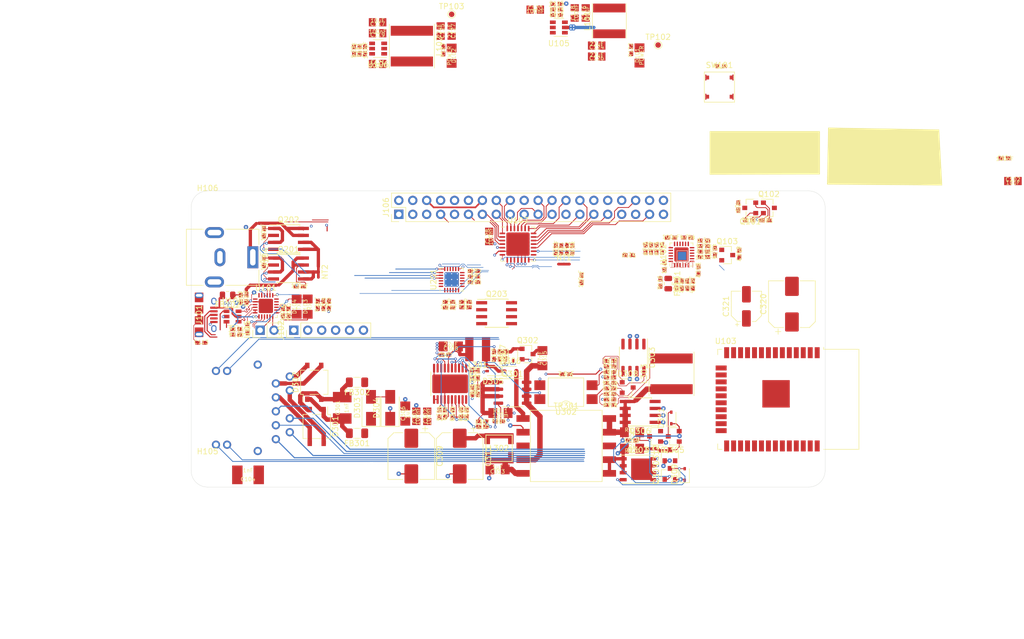
<source format=kicad_pcb>
(kicad_pcb (version 20171130) (host pcbnew 5.1.2+dfsg1-1)
  (layers (0 F.Cu signal) (1 In1.Cu power) (2 In2.Cu power) (31 B.Cu signal) (34 B.Paste user) (35 F.Paste user) (36 B.SilkS user) (37 F.SilkS user) (38 B.Mask user) (39 F.Mask user) (44 Edge.Cuts user))
  (net 0 "")
  (net 1 GND)
  (net 2 +3V3)
  (net 3 /MCU_IO14)
  (net 4 /MCU_IO15)
  (net 5 /EXP_B6)
  (net 6 /EXP_B0)
  (net 7 /MCU_IO16)
  (net 8 /MCU_IO5)
  (net 9 /MCU_IO4)
  (net 10 /EXP_A4)
  (net 11 /EXP_A3)
  (net 12 /EXP_A1)
  (net 13 /EXP_A0)
  (net 14 /EXP_A5)
  (net 15 /EXP_A6)
  (net 16 "Net-(J106-Pad23)")
  (net 17 /EXP_B5)
  (net 18 /EXP_A7)
  (net 19 "Net-(J106-Pad19)")
  (net 20 /EXP_B4)
  (net 21 /EXP_B3)
  (net 22 /EXP_B2)
  (net 23 /EXP_B7)
  (net 24 /MCU_IO2)
  (net 25 /EXP_B1)
  (net 26 /MCU_RX)
  (net 27 /MCU_TX)
  (net 28 /EXP_A2)
  (net 29 /MCU_IO13)
  (net 30 "Net-(J106-Pad4)")
  (net 31 /MCU_IO12)
  (net 32 "Net-(J106-Pad2)")
  (net 33 "/Power mux/Vin_USB")
  (net 34 Earth)
  (net 35 "Net-(C104-Pad1)")
  (net 36 /PHY_VDDCR)
  (net 37 /PHY_VDDA)
  (net 38 "Net-(C113-Pad1)")
  (net 39 /MCU_RESET)
  (net 40 Vin)
  (net 41 +12V)
  (net 42 "/Power mux/Vin_PoE")
  (net 43 "/Power mux/Vin_adapter")
  (net 44 "Net-(C204-Pad1)")
  (net 45 "Net-(C205-Pad1)")
  (net 46 "Net-(C206-Pad1)")
  (net 47 "Net-(C301-Pad2)")
  (net 48 "Net-(C301-Pad1)")
  (net 49 /PoE/CS)
  (net 50 /PoE/VC)
  (net 51 "Net-(C310-Pad2)")
  (net 52 "Net-(C312-Pad2)")
  (net 53 "Net-(C312-Pad1)")
  (net 54 "Net-(C313-Pad1)")
  (net 55 "Net-(C314-Pad1)")
  (net 56 "Net-(C315-Pad2)")
  (net 57 "Net-(C315-Pad1)")
  (net 58 "Net-(C317-Pad2)")
  (net 59 "Net-(C317-Pad1)")
  (net 60 "Net-(C318-Pad2)")
  (net 61 "Net-(C319-Pad2)")
  (net 62 "Net-(D101-Pad1)")
  (net 63 "Net-(D102-Pad1)")
  (net 64 "Net-(D103-Pad1)")
  (net 65 "Net-(D104-Pad1)")
  (net 66 /PoE/Vin_A2)
  (net 67 /PoE/Vin_A1)
  (net 68 /PoE/Vin_B1)
  (net 69 "Net-(D305-Pad1)")
  (net 70 "Net-(D306-Pad2)")
  (net 71 "Net-(D308-Pad2)")
  (net 72 "Net-(D309-Pad2)")
  (net 73 "Net-(D311-Pad2)")
  (net 74 "Net-(D312-Pad1)")
  (net 75 "Net-(FB102-Pad2)")
  (net 76 "Net-(J101-Pad4)")
  (net 77 "Net-(J102-Pad5)")
  (net 78 /USB_TX)
  (net 79 /USB_RX)
  (net 80 "Net-(J102-Pad1)")
  (net 81 /ETH_YELLOW_P)
  (net 82 /ETH_YELLOW_N)
  (net 83 /ETH_GREEN_N)
  (net 84 /ETH_GREEN_P)
  (net 85 /ETH_RD-)
  (net 86 /ETH_RD+)
  (net 87 /ETH_TD-)
  (net 88 /ETH_TD+)
  (net 89 "Net-(J105-Pad2)")
  (net 90 "Net-(J105-Pad1)")
  (net 91 "Net-(J106-Pad38)")
  (net 92 "Net-(J106-Pad35)")
  (net 93 /RTS)
  (net 94 "Net-(Q101-Pad1)")
  (net 95 /MCU_IO0)
  (net 96 /DTR)
  (net 97 "Net-(Q102-Pad1)")
  (net 98 "Net-(Q201-Pad2)")
  (net 99 "Net-(Q202-Pad2)")
  (net 100 "Net-(Q203-Pad2)")
  (net 101 "Net-(Q301-Pad4)")
  (net 102 "Net-(Q301-Pad1)")
  (net 103 "Net-(R101-Pad2)")
  (net 104 "Net-(R104-Pad2)")
  (net 105 /RXT)
  (net 106 /TXT)
  (net 107 "Net-(R108-Pad1)")
  (net 108 "Net-(R109-Pad2)")
  (net 109 "Net-(R110-Pad1)")
  (net 110 /PHY_RXD0)
  (net 111 /PHY_RXD1)
  (net 112 /PHY_RX_CRS_DV)
  (net 113 /PHY_MDIO)
  (net 114 "Net-(R201-Pad2)")
  (net 115 "Net-(R202-Pad2)")
  (net 116 "Net-(R204-Pad2)")
  (net 117 "Net-(R205-Pad2)")
  (net 118 "Net-(R207-Pad2)")
  (net 119 "Net-(R208-Pad2)")
  (net 120 "/Power mux/~Valid_PoE")
  (net 121 "/Power mux/~Valid_adapter")
  (net 122 "/Power mux/~Valid_USB")
  (net 123 "Net-(R301-Pad1)")
  (net 124 "Net-(R302-Pad1)")
  (net 125 "Net-(R303-Pad1)")
  (net 126 "Net-(R304-Pad2)")
  (net 127 "Net-(R305-Pad1)")
  (net 128 /PoE/GATE)
  (net 129 "Net-(R312-Pad2)")
  (net 130 "Net-(U101-Pad24)")
  (net 131 "Net-(U101-Pad22)")
  (net 132 "Net-(U101-Pad18)")
  (net 133 "Net-(U101-Pad17)")
  (net 134 "Net-(U101-Pad16)")
  (net 135 "Net-(U101-Pad15)")
  (net 136 "Net-(U101-Pad10)")
  (net 137 "Net-(U101-Pad1)")
  (net 138 /PHY_TXD1)
  (net 139 /PHY_TXD0)
  (net 140 /PHY_TX_EN)
  (net 141 "Net-(U102-Pad14)")
  (net 142 /PHY_MDC)
  (net 143 /PHY_REF_CLK)
  (net 144 "Net-(U102-Pad4)")
  (net 145 "Net-(U103-Pad32)")
  (net 146 "Net-(U103-Pad22)")
  (net 147 "Net-(U103-Pad21)")
  (net 148 "Net-(U103-Pad20)")
  (net 149 "Net-(U103-Pad19)")
  (net 150 "Net-(U103-Pad18)")
  (net 151 "Net-(U103-Pad17)")
  (net 152 /MCU_IO33)
  (net 153 /MCU_IO32)
  (net 154 /MCU_IO35)
  (net 155 /MCU_IO34)
  (net 156 "Net-(U103-Pad5)")
  (net 157 "Net-(U103-Pad4)")
  (net 158 "Net-(U105-Pad5)")
  (net 159 "Net-(U106-Pad5)")
  (net 160 "Net-(U107-Pad15)")
  (net 161 "Net-(U201-Pad14)")
  (net 162 "Net-(U201-Pad2)")
  (net 163 "Net-(U201-Pad1)")
  (net 164 "Net-(U301-Pad20)")
  (net 165 GND_ETH)
  (net 166 /PoE/T_POS)
  (net 167 /PoE/T_NEG)
  (net 168 /PoE/VB)
  (net 169 /PoE/CTL)
  (net 170 "Net-(TR301-Pad8)")
  (net 171 "Net-(TR301-Pad3)")
  (net 172 /PoE/ARTN)
  (net 173 /PoE/RTN)
  (net 174 /PoE/GAT2)
  (net 175 /D-)
  (net 176 /D+)
  (net 177 "/Power mux/Vin_USB_sel")
  (net 178 "/Power mux/Vin_adapter_sel")
  (net 179 "/Power mux/Vin_PoE_sel")
  (net 180 +3V3_PHY)
  (net 181 /SW_3.3V)
  (net 182 /BOOT_3.3V)
  (net 183 /SW_12V)
  (net 184 /BOOT_12V)
  (net 185 /FB_3.3V)
  (net 186 /FB_12V)
  (net 187 /IN_D-)
  (net 188 /IN_D+)
  (net 189 /PoE/VSS_ETH)
  (net 190 /PoE/VDD_ETH)
  (net 191 /PoE/Vin_B2)
  (net 192 "Net-(NT1-Pad3)")
  (module 74984104400:74984104400 (layer F.Cu) (at 87.1 116.55 90)
    (fp_text reference J103 hide)
    (fp_text value 74984104400)
    (pad "" thru_hole circle (at 7.875 3.05 90) (size 1.5 1.5) (drill 0.89) (layers *.Cu *.Mask))
    (pad "" thru_hole circle (at -7.875 3.05 90) (size 1.5 1.5) (drill 0.89) (layers *.Cu *.Mask))
    (pad "" np_thru_hole circle (at 5.751 0 90) (size 3.2 3.2) (drill 3.2) (layers *.Cu *.Mask))
    (pad "" np_thru_hole circle (at -5.751 0 90) (size 3.2 3.2) (drill 3.2) (layers *.Cu *.Mask))
    (pad 14 thru_hole circle (at 6.725 -4.57 90) (size 1.5 1.5) (drill 0.89) (layers *.Cu *.Mask) (net 81 /ETH_YELLOW_P))
    (pad 13 thru_hole circle (at 6.725 -2.54 90) (size 1.5 1.5) (drill 0.89) (layers *.Cu *.Mask) (net 82 /ETH_YELLOW_N))
    (pad 12 thru_hole circle (at -6.725 -4.57 90) (size 1.5 1.5) (drill 0.89) (layers *.Cu *.Mask) (net 83 /ETH_GREEN_N))
    (pad 11 thru_hole circle (at -6.725 -2.54 90) (size 1.5 1.5) (drill 0.89) (layers *.Cu *.Mask) (net 84 /ETH_GREEN_P))
    (pad 10 thru_hole circle (at 5.71 8.89 90) (size 1.5 1.5) (drill 0.89) (layers *.Cu *.Mask) (net 191 /PoE/Vin_B2))
    (pad 9 thru_hole circle (at 4.44 6.35 90) (size 1.5 1.5) (drill 0.89) (layers *.Cu *.Mask) (net 68 /PoE/Vin_B1))
    (pad 8 thru_hole circle (at 3.17 8.89 90) (size 1.5 1.5) (drill 0.89) (layers *.Cu *.Mask) (net 66 /PoE/Vin_A2))
    (pad 7 thru_hole circle (at 1.9 6.35 90) (size 1.5 1.5) (drill 0.89) (layers *.Cu *.Mask) (net 67 /PoE/Vin_A1))
    (pad 5 thru_hole circle (at -0.64 6.35 90) (size 1.5 1.5) (drill 0.89) (layers *.Cu *.Mask) (net 85 /ETH_RD-))
    (pad 4 thru_hole circle (at -1.91 8.89 90) (size 1.5 1.5) (drill 0.89) (layers *.Cu *.Mask) (net 86 /ETH_RD+))
    (pad 3 thru_hole circle (at -3.18 6.35 90) (size 1.5 1.5) (drill 0.89) (layers *.Cu *.Mask) (net 35 "Net-(C104-Pad1)"))
    (pad 2 thru_hole circle (at -4.45 8.89 90) (size 1.5 1.5) (drill 0.89) (layers *.Cu *.Mask) (net 87 /ETH_TD-))
    (pad 1 thru_hole circle (at -5.72 6.35 90) (size 1.5 1.5) (drill 0.89) (layers *.Cu *.Mask) (net 88 /ETH_TD+))
  )
  (module IPC-7351-RESC:RESC_3216x040 (layer F.Cu) (at 158.4 124 180)
    (fp_text reference R320)
    (fp_text value 2k)
    (fp_text user %V (at 0 0.4) (layer F.SilkS) (effects (font (size 0.7 0.7) (thickness 0.1))))
    (fp_text user %R (at 0 -0.4) (layer F.SilkS) (effects (font (size 0.7 0.7) (thickness 0.1))))
    (pad 2 smd rect (at 1.4 0 180) (size 1.6 1.8) (layers F.Cu F.Paste F.Mask) (net 167 /PoE/T_NEG))
    (pad 1 smd rect (at -1.4 0 180) (size 1.6 1.8) (layers F.Cu F.Paste F.Mask) (net 74 "Net-(D312-Pad1)"))
  )
  (module Package_TO_SOT_SMD:TO-269AA (layer F.Cu) (at 100.9 119.95 270)
    (fp_text reference D301 (at 0 -3.4 90) (layer F.SilkS))
    (fp_text value CDBHD1100L-G)
    (pad 4 smd rect (at 3.075 -1.27 270) (size 1 0.8) (layers F.Cu F.Paste F.Mask) (net 66 /PoE/Vin_A2))
    (pad 3 smd rect (at 3.075 1.27 270) (size 1 0.8) (layers F.Cu F.Paste F.Mask) (net 67 /PoE/Vin_A1))
    (pad 2 smd rect (at -3.075 1.27 270) (size 1 0.8) (layers F.Cu F.Paste F.Mask) (net 47 "Net-(C301-Pad2)"))
    (pad 1 smd rect (at -3.075 -1.27 270) (size 1 0.8) (layers F.Cu F.Paste F.Mask) (net 48 "Net-(C301-Pad1)"))
  )
  (module MountingHole:MountingHole_2.5mm (layer F.Cu) (at 81 80)
    (fp_text reference H106 (at 0 -3.5) (layer F.SilkS))
    (fp_text value MountingHole)
    (pad 1 np_thru_hole circle (at 0 0) (size 2.5 2.5) (drill 2.5) (layers *.Cu *.Mask))
  )
  (module MountingHole:MountingHole_2.5mm (layer F.Cu) (at 81 128)
    (fp_text reference H105 (at 0 -3.5) (layer F.SilkS))
    (fp_text value MountingHole)
    (pad 1 np_thru_hole circle (at 0 0) (size 2.5 2.5) (drill 2.5) (layers *.Cu *.Mask))
  )
  (module MountingHole:MountingHole_2.5mm (layer F.Cu) (at 111 80)
    (fp_text reference H101 hide)
    (fp_text value MountingHole hide)
    (pad 1 np_thru_hole circle (at 0 0) (size 2.5 2.5) (drill 2.5) (layers *.Cu *.Mask))
  )
  (module MountingHole:MountingHole_2.5mm (layer F.Cu) (at 111 128)
    (fp_text reference H102 hide)
    (fp_text value MountingHole hide)
    (pad "" np_thru_hole circle (at -0.1 0) (size 2.5 2.5) (drill 2.5) (layers *.Cu *.Mask))
  )
  (module Inductor_SMD:L_Taiyo-Yuden_NR-80xx (layer F.Cu) (at 165.6 110.35 90)
    (fp_text reference L303 (at 0 -5 90) (layer F.SilkS))
    (fp_text value 22uH)
    (pad 1 smd rect (at -2.8 0 90) (size 1.8 7.7) (layers F.Cu F.Paste F.Mask) (net 166 /PoE/T_POS))
    (pad 2 smd rect (at 2.8 0 90) (size 1.8 7.7) (layers F.Cu F.Paste F.Mask) (net 42 "/Power mux/Vin_PoE"))
  )
  (module RF_Module:ESP32-WROOM-32 (layer F.Cu) (at 183.9 115 270)
    (fp_text reference U103 (at -10.61 8.43) (layer F.SilkS))
    (fp_text value ESP32-WROOM-32D)
    (pad 38 smd rect (at 8.5 -8.255 270) (size 2 0.9) (layers F.Cu F.Paste F.Mask) (net 1 GND))
    (pad 37 smd rect (at 8.5 -6.985 270) (size 2 0.9) (layers F.Cu F.Paste F.Mask) (net 142 /PHY_MDC))
    (pad 36 smd rect (at 8.5 -5.715 270) (size 2 0.9) (layers F.Cu F.Paste F.Mask) (net 138 /PHY_TXD1))
    (pad 35 smd rect (at 8.5 -4.445 270) (size 2 0.9) (layers F.Cu F.Paste F.Mask) (net 27 /MCU_TX))
    (pad 34 smd rect (at 8.5 -3.175 270) (size 2 0.9) (layers F.Cu F.Paste F.Mask) (net 26 /MCU_RX))
    (pad 33 smd rect (at 8.5 -1.905 270) (size 2 0.9) (layers F.Cu F.Paste F.Mask) (net 140 /PHY_TX_EN))
    (pad 32 smd rect (at 8.5 -0.635 270) (size 2 0.9) (layers F.Cu F.Paste F.Mask) (net 145 "Net-(U103-Pad32)"))
    (pad 31 smd rect (at 8.5 0.635 270) (size 2 0.9) (layers F.Cu F.Paste F.Mask) (net 139 /PHY_TXD0))
    (pad 30 smd rect (at 8.5 1.905 270) (size 2 0.9) (layers F.Cu F.Paste F.Mask) (net 113 /PHY_MDIO))
    (pad 29 smd rect (at 8.5 3.175 270) (size 2 0.9) (layers F.Cu F.Paste F.Mask) (net 8 /MCU_IO5))
    (pad 28 smd rect (at 8.5 4.445 270) (size 2 0.9) (layers F.Cu F.Paste F.Mask) (net 143 /PHY_REF_CLK))
    (pad 27 smd rect (at 8.5 5.715 270) (size 2 0.9) (layers F.Cu F.Paste F.Mask) (net 7 /MCU_IO16))
    (pad 26 smd rect (at 8.5 6.985 270) (size 2 0.9) (layers F.Cu F.Paste F.Mask) (net 9 /MCU_IO4))
    (pad 25 smd rect (at 8.5 8.255 270) (size 2 0.9) (layers F.Cu F.Paste F.Mask) (net 95 /MCU_IO0))
    (pad 24 smd rect (at 5.715 9.255) (size 2 0.9) (layers F.Cu F.Paste F.Mask) (net 24 /MCU_IO2))
    (pad 23 smd rect (at 4.445 9.255) (size 2 0.9) (layers F.Cu F.Paste F.Mask) (net 4 /MCU_IO15))
    (pad 22 smd rect (at 3.175 9.255) (size 2 0.9) (layers F.Cu F.Paste F.Mask) (net 146 "Net-(U103-Pad22)"))
    (pad 21 smd rect (at 1.905 9.255) (size 2 0.9) (layers F.Cu F.Paste F.Mask) (net 147 "Net-(U103-Pad21)"))
    (pad 20 smd rect (at 0.635 9.255) (size 2 0.9) (layers F.Cu F.Paste F.Mask) (net 148 "Net-(U103-Pad20)"))
    (pad 19 smd rect (at -0.635 9.255) (size 2 0.9) (layers F.Cu F.Paste F.Mask) (net 149 "Net-(U103-Pad19)"))
    (pad 18 smd rect (at -1.905 9.255) (size 2 0.9) (layers F.Cu F.Paste F.Mask) (net 150 "Net-(U103-Pad18)"))
    (pad 17 smd rect (at -3.175 9.255) (size 2 0.9) (layers F.Cu F.Paste F.Mask) (net 151 "Net-(U103-Pad17)"))
    (pad 16 smd rect (at -4.445 9.255) (size 2 0.9) (layers F.Cu F.Paste F.Mask) (net 29 /MCU_IO13))
    (pad 15 smd rect (at -5.715 9.255) (size 2 0.9) (layers F.Cu F.Paste F.Mask) (net 1 GND))
    (pad 14 smd rect (at -8.5 8.255 270) (size 2 0.9) (layers F.Cu F.Paste F.Mask) (net 31 /MCU_IO12))
    (pad 13 smd rect (at -8.5 6.985 270) (size 2 0.9) (layers F.Cu F.Paste F.Mask) (net 3 /MCU_IO14))
    (pad 12 smd rect (at -8.5 5.715 270) (size 2 0.9) (layers F.Cu F.Paste F.Mask) (net 112 /PHY_RX_CRS_DV))
    (pad 11 smd rect (at -8.5 4.445 270) (size 2 0.9) (layers F.Cu F.Paste F.Mask) (net 111 /PHY_RXD1))
    (pad 10 smd rect (at -8.5 3.175 270) (size 2 0.9) (layers F.Cu F.Paste F.Mask) (net 110 /PHY_RXD0))
    (pad 9 smd rect (at -8.5 1.905 270) (size 2 0.9) (layers F.Cu F.Paste F.Mask) (net 152 /MCU_IO33))
    (pad 8 smd rect (at -8.5 0.635 270) (size 2 0.9) (layers F.Cu F.Paste F.Mask) (net 153 /MCU_IO32))
    (pad 7 smd rect (at -8.5 -0.635 270) (size 2 0.9) (layers F.Cu F.Paste F.Mask) (net 154 /MCU_IO35))
    (pad 6 smd rect (at -8.5 -1.905 270) (size 2 0.9) (layers F.Cu F.Paste F.Mask) (net 155 /MCU_IO34))
    (pad 5 smd rect (at -8.5 -3.175 270) (size 2 0.9) (layers F.Cu F.Paste F.Mask) (net 156 "Net-(U103-Pad5)"))
    (pad 4 smd rect (at -8.5 -4.445 270) (size 2 0.9) (layers F.Cu F.Paste F.Mask) (net 157 "Net-(U103-Pad4)"))
    (pad 3 smd rect (at -8.5 -5.715 270) (size 2 0.9) (layers F.Cu F.Paste F.Mask) (net 39 /MCU_RESET))
    (pad 2 smd rect (at -8.5 -6.985 270) (size 2 0.9) (layers F.Cu F.Paste F.Mask) (net 2 +3V3))
    (pad 1 smd rect (at -8.5 -8.255 270) (size 2 0.9) (layers F.Cu F.Paste F.Mask) (net 1 GND))
    (pad 39 smd rect (at -1 -0.755 270) (size 5 5) (layers F.Cu F.Paste F.Mask))
  )
  (module UnlockOslo:NetTie-3_SMD_Pad0.5mm_132 (layer F.Cu) (at 101.2 91.775 270)
    (fp_text reference NT2 (at 0 -1.2 90) (layer F.SilkS))
    (fp_text value Net-Tie_3)
    (fp_poly (pts (xy -1 -0.25) (xy 1 -0.25) (xy 1 0.25) (xy -1 0.25)) (layer F.Cu) (width 0))
    (pad 2 smd circle (at 1 0 270) (size 0.5 0.5) (layers F.Cu) (net 192 "Net-(NT1-Pad3)"))
    (pad 3 smd circle (at 0 0 270) (size 0.5 0.5) (layers F.Cu) (net 177 "/Power mux/Vin_USB_sel"))
    (pad 1 smd circle (at -1 0 270) (size 0.5 0.5) (layers F.Cu) (net 178 "/Power mux/Vin_adapter_sel"))
  )
  (module UnlockOslo:NetTie-3_SMD_Pad0.5mm_132 (layer F.Cu) (at 145.975 90.35)
    (fp_text reference NT1 (at 0 -1.2) (layer F.SilkS))
    (fp_text value Net-Tie_3)
    (fp_poly (pts (xy -1 -0.25) (xy 1 -0.25) (xy 1 0.25) (xy -1 0.25)) (layer F.Cu) (width 0))
    (pad 2 smd circle (at 1 0) (size 0.5 0.5) (layers F.Cu) (net 40 Vin))
    (pad 3 smd circle (at 0 0) (size 0.5 0.5) (layers F.Cu) (net 192 "Net-(NT1-Pad3)"))
    (pad 1 smd circle (at -1 0) (size 0.5 0.5) (layers F.Cu) (net 179 "/Power mux/Vin_PoE_sel"))
  )
  (module UnlockOslo:NetTie-2_SMD_Pad0.20mm (layer B.Cu) (at 123.55 107.65)
    (fp_text reference NT203 hide)
    (fp_text value Net-Tie_2)
    (fp_poly (pts (xy -0.2 0.095) (xy 0.2 0.095) (xy 0.2 -0.095) (xy -0.2 -0.095)) (layer B.Cu) (width 0.01))
    (pad 1 smd circle (at -0.2 0) (size 0.2 0.2) (layers B.Cu) (net 173 /PoE/RTN) (clearance 0.01))
    (pad 2 smd circle (at 0.2 0) (size 0.2 0.2) (layers B.Cu) (net 165 GND_ETH) (clearance 0.01))
  )
  (module Package_TO_SOT_SMD:SOT-23-6 (layer F.Cu) (at 85.55 99.9)
    (fp_text reference U104 (at 0 -2.9) (layer F.SilkS))
    (fp_text value USBLC6-2SC6)
    (pad 5 smd rect (at 1.1 0) (size 1.06 0.65) (layers F.Cu F.Paste F.Mask) (net 75 "Net-(FB102-Pad2)"))
    (pad 6 smd rect (at 1.1 -0.95) (size 1.06 0.65) (layers F.Cu F.Paste F.Mask) (net 176 /D+))
    (pad 4 smd rect (at 1.1 0.95) (size 1.06 0.65) (layers F.Cu F.Paste F.Mask) (net 175 /D-))
    (pad 3 smd rect (at -1.1 0.95) (size 1.06 0.65) (layers F.Cu F.Paste F.Mask) (net 187 /IN_D-))
    (pad 2 smd rect (at -1.1 0) (size 1.06 0.65) (layers F.Cu F.Paste F.Mask) (net 1 GND))
    (pad 1 smd rect (at -1.1 -0.95) (size 1.06 0.65) (layers F.Cu F.Paste F.Mask) (net 188 /IN_D+))
  )
  (module UnlockOslo:NetTie-2_SMD_Pad0.20mm (layer B.Cu) (at 127.65 118.65)
    (fp_text reference NT202 hide)
    (fp_text value Net-Tie_2)
    (fp_poly (pts (xy -0.2 0.095) (xy 0.2 0.095) (xy 0.2 -0.095) (xy -0.2 -0.095)) (layer B.Cu) (width 0.01))
    (pad 1 smd circle (at -0.2 0) (size 0.2 0.2) (layers B.Cu) (net 172 /PoE/ARTN) (clearance 0.01))
    (pad 2 smd circle (at 0.2 0) (size 0.2 0.2) (layers B.Cu) (net 165 GND_ETH) (clearance 0.01))
  )
  (module UnlockOslo:NetTie-2_SMD_Pad0.15mm (layer F.Cu) (at 91.9 95.1 90)
    (fp_text reference NT102 hide)
    (fp_text value Net-Tie_2)
    (fp_poly (pts (xy -0.15 -0.045) (xy 0.15 -0.045) (xy 0.15 0.045) (xy -0.15 0.045)) (layer F.Cu) (width 0.01))
    (pad 2 smd circle (at 0.15 0 90) (size 0.1 0.1) (layers F.Cu) (net 26 /MCU_RX) (clearance 0.01))
    (pad 1 smd circle (at -0.15 0 90) (size 0.1 0.1) (layers F.Cu) (net 78 /USB_TX) (clearance 0.01))
  )
  (module UnlockOslo:NetTie-2_SMD_Pad0.15mm (layer F.Cu) (at 92.35 95.1 90)
    (fp_text reference NT101 hide)
    (fp_text value Net-Tie_2)
    (fp_poly (pts (xy -0.15 -0.045) (xy 0.15 -0.045) (xy 0.15 0.045) (xy -0.15 0.045)) (layer F.Cu) (width 0.01))
    (pad 2 smd circle (at 0.15 0 90) (size 0.1 0.1) (layers F.Cu) (net 27 /MCU_TX) (clearance 0.01))
    (pad 1 smd circle (at -0.15 0 90) (size 0.1 0.1) (layers F.Cu) (net 79 /USB_RX) (clearance 0.01))
  )
  (module IPC-7351-RESC:RESC_1005x015 (layer F.Cu) (at 161.85 87.5 270)
    (fp_text reference R127)
    (fp_text value 49.9)
    (fp_text user %V (at 0 0.125 90) (layer F.SilkS) (effects (font (size 0.7 0.7) (thickness 0.1))))
    (fp_text user %R (at 0 -0.125 90) (layer F.SilkS) (effects (font (size 0.7 0.7) (thickness 0.1))))
    (pad 2 smd rect (at 0.65 0 270) (size 0.9 0.7) (layers F.Cu F.Paste F.Mask) (net 85 /ETH_RD-))
    (pad 1 smd rect (at -0.65 0 270) (size 0.9 0.7) (layers F.Cu F.Paste F.Mask) (net 180 +3V3_PHY))
  )
  (module IPC-7351-RESC:RESC_1005x015 (layer F.Cu) (at 160.85 87.5 270)
    (fp_text reference R126)
    (fp_text value 49.9)
    (fp_text user %V (at 0 0.125 90) (layer F.SilkS) (effects (font (size 0.7 0.7) (thickness 0.1))))
    (fp_text user %R (at 0 -0.125 90) (layer F.SilkS) (effects (font (size 0.7 0.7) (thickness 0.1))))
    (pad 2 smd rect (at 0.65 0 270) (size 0.9 0.7) (layers F.Cu F.Paste F.Mask) (net 86 /ETH_RD+))
    (pad 1 smd rect (at -0.65 0 270) (size 0.9 0.7) (layers F.Cu F.Paste F.Mask) (net 180 +3V3_PHY))
  )
  (module IPC-7351-RESC:RESC_1005x015 (layer F.Cu) (at 163.85 87.5 270)
    (fp_text reference R125)
    (fp_text value 49.9)
    (fp_text user %V (at 0 0.125 90) (layer F.SilkS) (effects (font (size 0.7 0.7) (thickness 0.1))))
    (fp_text user %R (at 0 -0.125 90) (layer F.SilkS) (effects (font (size 0.7 0.7) (thickness 0.1))))
    (pad 2 smd rect (at 0.65 0 270) (size 0.9 0.7) (layers F.Cu F.Paste F.Mask) (net 87 /ETH_TD-))
    (pad 1 smd rect (at -0.65 0 270) (size 0.9 0.7) (layers F.Cu F.Paste F.Mask) (net 180 +3V3_PHY))
  )
  (module IPC-7351-RESC:RESC_1005x015 (layer F.Cu) (at 162.85 87.5 270)
    (fp_text reference R124)
    (fp_text value 49.9)
    (fp_text user %V (at 0 0.125 90) (layer F.SilkS) (effects (font (size 0.7 0.7) (thickness 0.1))))
    (fp_text user %R (at 0 -0.125 90) (layer F.SilkS) (effects (font (size 0.7 0.7) (thickness 0.1))))
    (pad 2 smd rect (at 0.65 0 270) (size 0.9 0.7) (layers F.Cu F.Paste F.Mask) (net 88 /ETH_TD+))
    (pad 1 smd rect (at -0.65 0 270) (size 0.9 0.7) (layers F.Cu F.Paste F.Mask) (net 180 +3V3_PHY))
  )
  (module IPC-7351-CAPC:CAPC_1005x015 (layer F.Cu) (at 167.45 94.1 270)
    (fp_text reference C112)
    (fp_text value 100nF)
    (fp_text user %V (at 0 0.125 90) (layer F.SilkS) (effects (font (size 0.7 0.7) (thickness 0.1))))
    (fp_text user %R (at 0 -0.125 90) (layer F.SilkS) (effects (font (size 0.7 0.7) (thickness 0.1))))
    (pad 2 smd rect (at 0.65 0 270) (size 0.9 0.7) (layers F.Cu F.Paste F.Mask) (net 1 GND))
    (pad 1 smd rect (at -0.65 0 270) (size 0.9 0.7) (layers F.Cu F.Paste F.Mask) (net 37 /PHY_VDDA))
  )
  (module Connector_PinHeader_2.54mm:PinHeader_1x02_P2.54mm_Vertical (layer F.Cu) (at 90.575 102.4 90)
    (fp_text reference J105 (at 0 -2.33 90) (layer F.SilkS))
    (fp_text value USB_GPIO)
    (pad 2 thru_hole oval (at 0 2.54 90) (size 1.7 1.7) (drill 1) (layers *.Cu *.Mask) (net 89 "Net-(J105-Pad2)"))
    (pad 1 thru_hole rect (at 0 0 90) (size 1.7 1.7) (drill 1) (layers *.Cu *.Mask) (net 90 "Net-(J105-Pad1)"))
  )
  (module IPC-7351-CAPC:CAPC_1005x015 (layer F.Cu) (at 125.025 98.225 180)
    (fp_text reference C202)
    (fp_text value 100nF)
    (fp_text user %V (at 0 0.125) (layer F.SilkS) (effects (font (size 0.7 0.7) (thickness 0.1))))
    (fp_text user %R (at 0 -0.125) (layer F.SilkS) (effects (font (size 0.7 0.7) (thickness 0.1))))
    (pad 2 smd rect (at 0.65 0 180) (size 0.9 0.7) (layers F.Cu F.Paste F.Mask) (net 1 GND))
    (pad 1 smd rect (at -0.65 0 180) (size 0.9 0.7) (layers F.Cu F.Paste F.Mask) (net 43 "/Power mux/Vin_adapter"))
  )
  (module IPC-7351-RESC:RESC_1005x015 (layer F.Cu) (at 128.025 98.225)
    (fp_text reference R204)
    (fp_text value R)
    (fp_text user %V (at 0 0.125) (layer F.SilkS) (effects (font (size 0.7 0.7) (thickness 0.1))))
    (fp_text user %R (at 0 -0.125) (layer F.SilkS) (effects (font (size 0.7 0.7) (thickness 0.1))))
    (pad 2 smd rect (at 0.65 0) (size 0.9 0.7) (layers F.Cu F.Paste F.Mask) (net 116 "Net-(R204-Pad2)"))
    (pad 1 smd rect (at -0.65 0) (size 0.9 0.7) (layers F.Cu F.Paste F.Mask) (net 43 "/Power mux/Vin_adapter"))
  )
  (module Package_SO:PowerIntegrations_SO-8 (layer F.Cu) (at 95.75 85.75)
    (fp_text reference Q202 (at 0 -3.5) (layer F.SilkS))
    (fp_text value IRF7324TRPBF)
    (pad 1 smd rect (at -2.725 -1.905) (size 2 0.6) (layers F.Cu F.Paste F.Mask) (net 45 "Net-(C205-Pad1)"))
    (pad 2 smd rect (at -2.725 -0.635) (size 2 0.6) (layers F.Cu F.Paste F.Mask) (net 99 "Net-(Q202-Pad2)"))
    (pad 3 smd rect (at -2.725 0.635) (size 2 0.6) (layers F.Cu F.Paste F.Mask) (net 45 "Net-(C205-Pad1)"))
    (pad 4 smd rect (at -2.725 1.905) (size 2 0.6) (layers F.Cu F.Paste F.Mask) (net 99 "Net-(Q202-Pad2)"))
    (pad 5 smd rect (at 2.725 1.905) (size 2 0.6) (layers F.Cu F.Paste F.Mask) (net 178 "/Power mux/Vin_adapter_sel"))
    (pad 6 smd rect (at 2.725 0.635) (size 2 0.6) (layers F.Cu F.Paste F.Mask) (net 178 "/Power mux/Vin_adapter_sel"))
    (pad 7 smd rect (at 2.725 -0.635) (size 2 0.6) (layers F.Cu F.Paste F.Mask) (net 43 "/Power mux/Vin_adapter"))
    (pad 8 smd rect (at 2.725 -1.905) (size 2 0.6) (layers F.Cu F.Paste F.Mask) (net 43 "/Power mux/Vin_adapter"))
  )
  (module Package_SO:PowerIntegrations_SO-8 (layer F.Cu) (at 95.75 91.15)
    (fp_text reference Q201 (at 0 -3.5) (layer F.SilkS))
    (fp_text value IRF7324TRPBF)
    (pad 8 smd rect (at 2.725 -1.905) (size 2 0.6) (layers F.Cu F.Paste F.Mask) (net 33 "/Power mux/Vin_USB"))
    (pad 7 smd rect (at 2.725 -0.635) (size 2 0.6) (layers F.Cu F.Paste F.Mask) (net 33 "/Power mux/Vin_USB"))
    (pad 6 smd rect (at 2.725 0.635) (size 2 0.6) (layers F.Cu F.Paste F.Mask) (net 177 "/Power mux/Vin_USB_sel"))
    (pad 5 smd rect (at 2.725 1.905) (size 2 0.6) (layers F.Cu F.Paste F.Mask) (net 177 "/Power mux/Vin_USB_sel"))
    (pad 4 smd rect (at -2.725 1.905) (size 2 0.6) (layers F.Cu F.Paste F.Mask) (net 98 "Net-(Q201-Pad2)"))
    (pad 3 smd rect (at -2.725 0.635) (size 2 0.6) (layers F.Cu F.Paste F.Mask) (net 44 "Net-(C204-Pad1)"))
    (pad 2 smd rect (at -2.725 -0.635) (size 2 0.6) (layers F.Cu F.Paste F.Mask) (net 98 "Net-(Q201-Pad2)"))
    (pad 1 smd rect (at -2.725 -1.905) (size 2 0.6) (layers F.Cu F.Paste F.Mask) (net 44 "Net-(C204-Pad1)"))
  )
  (module IPC-7351-RESC:RESC_1005x015 (layer F.Cu) (at 128.025 97.225 180)
    (fp_text reference R205)
    (fp_text value R)
    (fp_text user %R (at 0 -0.125) (layer F.SilkS) (effects (font (size 0.7 0.7) (thickness 0.1))))
    (fp_text user %V (at 0 0.125) (layer F.SilkS) (effects (font (size 0.7 0.7) (thickness 0.1))))
    (pad 1 smd rect (at -0.65 0 180) (size 0.9 0.7) (layers F.Cu F.Paste F.Mask) (net 116 "Net-(R204-Pad2)"))
    (pad 2 smd rect (at 0.65 0 180) (size 0.9 0.7) (layers F.Cu F.Paste F.Mask) (net 117 "Net-(R205-Pad2)"))
  )
  (module IPC-7351-RESC:RESC_1005x015 (layer F.Cu) (at 125.025 97.225 180)
    (fp_text reference R206)
    (fp_text value R)
    (fp_text user %V (at 0 0.125) (layer F.SilkS) (effects (font (size 0.7 0.7) (thickness 0.1))))
    (fp_text user %R (at 0 -0.125) (layer F.SilkS) (effects (font (size 0.7 0.7) (thickness 0.1))))
    (pad 2 smd rect (at 0.65 0 180) (size 0.9 0.7) (layers F.Cu F.Paste F.Mask) (net 1 GND))
    (pad 1 smd rect (at -0.65 0 180) (size 0.9 0.7) (layers F.Cu F.Paste F.Mask) (net 117 "Net-(R205-Pad2)"))
  )
  (module IPC-7351-CAPC:CAPC_1005x015 (layer F.Cu) (at 91.25 89.95 270)
    (fp_text reference C204)
    (fp_text value 100nF)
    (fp_text user %V (at 0 0.125 90) (layer F.SilkS) (effects (font (size 0.7 0.7) (thickness 0.1))))
    (fp_text user %R (at 0 -0.125 90) (layer F.SilkS) (effects (font (size 0.7 0.7) (thickness 0.1))))
    (pad 2 smd rect (at 0.65 0 270) (size 0.9 0.7) (layers F.Cu F.Paste F.Mask) (net 1 GND))
    (pad 1 smd rect (at -0.65 0 270) (size 0.9 0.7) (layers F.Cu F.Paste F.Mask) (net 44 "Net-(C204-Pad1)"))
  )
  (module IPC-7351-CAPC:CAPC_1005x015 (layer F.Cu) (at 91.25 84.55 270)
    (fp_text reference C205)
    (fp_text value 100nF)
    (fp_text user %V (at 0 0.125 90) (layer F.SilkS) (effects (font (size 0.7 0.7) (thickness 0.1))))
    (fp_text user %R (at 0 -0.125 90) (layer F.SilkS) (effects (font (size 0.7 0.7) (thickness 0.1))))
    (pad 2 smd rect (at 0.65 0 270) (size 0.9 0.7) (layers F.Cu F.Paste F.Mask) (net 1 GND))
    (pad 1 smd rect (at -0.65 0 270) (size 0.9 0.7) (layers F.Cu F.Paste F.Mask) (net 45 "Net-(C205-Pad1)"))
  )
  (module IPC-7351-CAPC:CAPC_1005x015 (layer F.Cu) (at 154.4 115 180)
    (fp_text reference C314)
    (fp_text value 1uF)
    (fp_text user %V (at 0 0.125) (layer F.SilkS) (effects (font (size 0.7 0.7) (thickness 0.1))))
    (fp_text user %R (at 0 -0.125) (layer F.SilkS) (effects (font (size 0.7 0.7) (thickness 0.1))))
    (pad 2 smd rect (at 0.65 0 180) (size 0.9 0.7) (layers F.Cu F.Paste F.Mask) (net 1 GND) (clearance 0.15))
    (pad 1 smd rect (at -0.65 0 180) (size 0.9 0.7) (layers F.Cu F.Paste F.Mask) (net 55 "Net-(C314-Pad1)"))
  )
  (module 10118194:10118194 (layer F.Cu) (at 79.45 99.6 270)
    (fp_text reference J101 (at 0 0 270) (layer F.SilkS))
    (fp_text value USB_B_Micro)
    (pad 1 smd rect (at -1.3 -2.7 270) (size 0.4 1.35) (layers F.Cu F.Paste F.Mask) (net 75 "Net-(FB102-Pad2)"))
    (pad 2 smd rect (at -0.65 -2.7 270) (size 0.4 1.35) (layers F.Cu F.Paste F.Mask) (net 187 /IN_D-))
    (pad 3 smd rect (at 0 -2.7 270) (size 0.4 1.35) (layers F.Cu F.Paste F.Mask) (net 188 /IN_D+))
    (pad 4 smd rect (at 0.65 -2.7 270) (size 0.4 1.35) (layers F.Cu F.Paste F.Mask) (net 76 "Net-(J101-Pad4)"))
    (pad 5 smd rect (at 1.3 -2.7 270) (size 0.4 1.35) (layers F.Cu F.Paste F.Mask) (net 1 GND))
    (pad 6 smd rect (at -1 0 270) (size 1.5 1.55) (layers F.Cu F.Paste F.Mask) (net 38 "Net-(C113-Pad1)"))
    (pad 6 smd rect (at 1 0 270) (size 1.5 1.55) (layers F.Cu F.Paste F.Mask) (net 38 "Net-(C113-Pad1)"))
    (pad "" thru_hole oval (at -2.5 -2.7 270) (size 1.25 0.95) (drill oval 0.85 0.55) (layers *.Cu *.Mask))
    (pad "" thru_hole oval (at 2.5 -2.7 270) (size 1.25 0.95) (drill oval 0.85 0.55) (layers *.Cu *.Mask))
    (pad "" thru_hole oval (at -3.55 0 270) (size 1 1.55) (drill oval 0.5 1.15) (layers *.Cu *.Mask))
    (pad "" thru_hole oval (at 3.55 0 270) (size 1 1.55) (drill oval 0.5 1.15) (layers *.Cu *.Mask))
    (pad "" smd rect (at -3.175 0 270) (size 1.75 1.55) (layers F.Cu F.Paste F.Mask))
    (pad "" smd rect (at 3.175 0 270) (size 1.75 1.55) (layers F.Cu F.Paste F.Mask))
  )
  (module 744043003:744043003 (layer F.Cu) (at 134.15 123.925)
    (fp_text reference L302 (at 0 0) (layer F.SilkS))
    (fp_text value 3.3uH)
    (pad 1 smd custom (at 0 -2.275) (size 0.95 0.95) (layers F.Cu F.Paste F.Mask) (net 190 /PoE/VDD_ETH) (options (clearance outline) (anchor rect)) (primitives (gr_poly (pts (xy -2.65 -0.475) (xy 2.65 -0.475) (xy 2.65 1.525) (xy 1.65 1.525) (xy 1.65 0.475) (xy -1.65 0.475) (xy -1.65 1.525) (xy -2.65 1.525)) (width 0))))
    (pad 2 smd custom (at 0 2.275 180) (size 0.95 0.95) (layers F.Cu F.Paste F.Mask) (net 54 "Net-(C313-Pad1)") (options (clearance outline) (anchor rect)) (primitives (gr_poly (pts (xy -2.65 -0.475) (xy 2.65 -0.475) (xy 2.65 1.525) (xy 1.65 1.525) (xy 1.65 0.475) (xy -1.65 0.475) (xy -1.65 1.525) (xy -2.65 1.525)) (width 0))))
  )
  (module IPC-7351-RESC:RESC_3216x040 (layer F.Cu) (at 134.4 117.5)
    (fp_text reference R311)
    (fp_text value 120m)
    (fp_text user %R (at 0 -0.4) (layer F.SilkS) (effects (font (size 0.7 0.7) (thickness 0.1))))
    (fp_text user %V (at 0 0.4) (layer F.SilkS) (effects (font (size 0.7 0.7) (thickness 0.1))))
    (pad 1 smd rect (at -1.4 0) (size 1.6 1.8) (layers F.Cu F.Paste F.Mask) (net 102 "Net-(Q301-Pad1)"))
    (pad 2 smd rect (at 1.4 0) (size 1.6 1.8) (layers F.Cu F.Paste F.Mask) (net 165 GND_ETH))
  )
  (module IPC-7351-RESC:RESC_3216x040 (layer F.Cu) (at 158.4 121)
    (fp_text reference R319)
    (fp_text value 2k)
    (fp_text user %R (at 0 -0.4) (layer F.SilkS) (effects (font (size 0.7 0.7) (thickness 0.1))))
    (fp_text user %V (at 0 0.4) (layer F.SilkS) (effects (font (size 0.7 0.7) (thickness 0.1))))
    (pad 1 smd rect (at -1.4 0) (size 1.6 1.8) (layers F.Cu F.Paste F.Mask) (net 166 /PoE/T_POS))
    (pad 2 smd rect (at 1.4 0) (size 1.6 1.8) (layers F.Cu F.Paste F.Mask) (net 61 "Net-(C319-Pad2)"))
  )
  (module Package_SO:SOIC-8_3.9x4.9mm_P1.27mm (layer F.Cu) (at 158.65 107.4 270)
    (fp_text reference U303 (at 0 -3.4 90) (layer F.SilkS))
    (fp_text value TL431D)
    (pad 1 smd roundrect (at -2.475 -1.905 270) (size 1.95 0.6) (layers F.Cu F.Paste F.Mask) (net 58 "Net-(C317-Pad2)"))
    (pad 2 smd roundrect (at -2.475 -0.635 270) (size 1.95 0.6) (layers F.Cu F.Paste F.Mask) (net 1 GND))
    (pad 3 smd roundrect (at -2.475 0.635 270) (size 1.95 0.6) (layers F.Cu F.Paste F.Mask) (net 1 GND))
    (pad 4 smd roundrect (at -2.475 1.905 270) (size 1.95 0.6) (layers F.Cu F.Paste F.Mask))
    (pad 5 smd roundrect (at 2.475 1.905 270) (size 1.95 0.6) (layers F.Cu F.Paste F.Mask))
    (pad 6 smd roundrect (at 2.475 0.635 270) (size 1.95 0.6) (layers F.Cu F.Paste F.Mask) (net 1 GND))
    (pad 7 smd roundrect (at 2.475 -0.635 270) (size 1.95 0.6) (layers F.Cu F.Paste F.Mask) (net 1 GND))
    (pad 8 smd roundrect (at 2.475 -1.905 270) (size 1.95 0.6) (layers F.Cu F.Paste F.Mask) (net 59 "Net-(C317-Pad1)"))
  )
  (module Package_DIP:SMDIP-4_W9.53mm (layer F.Cu) (at 146.35 113.7 180)
    (fp_text reference U302 (at 0 -3.6) (layer F.SilkS))
    (fp_text value FOD817AS)
    (pad 1 smd rect (at -4.765 -1.27 180) (size 2 1.78) (layers F.Cu F.Paste F.Mask) (net 129 "Net-(R312-Pad2)"))
    (pad 3 smd rect (at 4.765 1.27 180) (size 2 1.78) (layers F.Cu F.Paste F.Mask) (net 165 GND_ETH))
    (pad 2 smd rect (at -4.765 1.27 180) (size 2 1.78) (layers F.Cu F.Paste F.Mask) (net 58 "Net-(C317-Pad2)"))
    (pad 4 smd rect (at 4.765 -1.27 180) (size 2 1.78) (layers F.Cu F.Paste F.Mask) (net 169 /PoE/CTL))
  )
  (module Package_SO:HTSSOP-20-1EP_4.4x6.5mm_P0.65mm_EP3.4x6.5mm_Mask2.4x3.7mm (layer F.Cu) (at 125.225 112.175 270)
    (fp_text reference U301 (at 0 -4.2 90) (layer F.SilkS))
    (fp_text value TPS23754)
    (pad 21 smd roundrect (at 0 0 270) (size 3.4 6.5) (layers F.Cu) (roundrect_rratio 0.07400000000000001) (net 189 /PoE/VSS_ETH))
    (pad 1 smd roundrect (at -2.8625 -2.925 270) (size 1.575 0.4) (layers F.Cu F.Paste F.Mask) (net 169 /PoE/CTL))
    (pad 2 smd roundrect (at -2.8625 -2.275 270) (size 1.575 0.4) (layers F.Cu F.Paste F.Mask) (net 168 /PoE/VB))
    (pad 3 smd roundrect (at -2.8625 -1.625 270) (size 1.575 0.4) (layers F.Cu F.Paste F.Mask) (net 49 /PoE/CS))
    (pad 4 smd roundrect (at -2.8625 -0.975 270) (size 1.575 0.4) (layers F.Cu F.Paste F.Mask) (net 165 GND_ETH))
    (pad 5 smd roundrect (at -2.8625 -0.325 270) (size 1.575 0.4) (layers F.Cu F.Paste F.Mask) (net 128 /PoE/GATE))
    (pad 6 smd roundrect (at -2.8625 0.325 270) (size 1.575 0.4) (layers F.Cu F.Paste F.Mask) (net 50 /PoE/VC))
    (pad 7 smd roundrect (at -2.8625 0.975 270) (size 1.575 0.4) (layers F.Cu F.Paste F.Mask) (net 174 /PoE/GAT2))
    (pad 8 smd roundrect (at -2.8625 1.625 270) (size 1.575 0.4) (layers F.Cu F.Paste F.Mask) (net 172 /PoE/ARTN))
    (pad 9 smd roundrect (at -2.8625 2.275 270) (size 1.575 0.4) (layers F.Cu F.Paste F.Mask) (net 173 /PoE/RTN))
    (pad 10 smd roundrect (at -2.8625 2.925 270) (size 1.575 0.4) (layers F.Cu F.Paste F.Mask) (net 189 /PoE/VSS_ETH))
    (pad 11 smd roundrect (at 2.8625 2.925 270) (size 1.575 0.4) (layers F.Cu F.Paste F.Mask) (net 190 /PoE/VDD_ETH) (thermal_gap 0.1))
    (pad 12 smd roundrect (at 2.8625 2.275 270) (size 1.575 0.4) (layers F.Cu F.Paste F.Mask) (net 190 /PoE/VDD_ETH) (thermal_gap 0.1))
    (pad 13 smd roundrect (at 2.8625 1.625 270) (size 1.575 0.4) (layers F.Cu F.Paste F.Mask) (net 126 "Net-(R304-Pad2)"))
    (pad 14 smd roundrect (at 2.8625 0.975 270) (size 1.575 0.4) (layers F.Cu F.Paste F.Mask) (net 189 /PoE/VSS_ETH))
    (pad 15 smd roundrect (at 2.8625 0.325 270) (size 1.575 0.4) (layers F.Cu F.Paste F.Mask) (net 125 "Net-(R303-Pad1)"))
    (pad 16 smd roundrect (at 2.8625 -0.325 270) (size 1.575 0.4) (layers F.Cu F.Paste F.Mask) (net 124 "Net-(R302-Pad1)"))
    (pad 17 smd roundrect (at 2.8625 -0.975 270) (size 1.575 0.4) (layers F.Cu F.Paste F.Mask) (net 172 /PoE/ARTN))
    (pad 18 smd roundrect (at 2.8625 -1.625 270) (size 1.575 0.4) (layers F.Cu F.Paste F.Mask) (net 127 "Net-(R305-Pad1)"))
    (pad 19 smd roundrect (at 2.8625 -2.275 270) (size 1.575 0.4) (layers F.Cu F.Paste F.Mask) (net 123 "Net-(R301-Pad1)"))
    (pad 20 smd roundrect (at 2.8625 -2.925 270) (size 1.575 0.4) (layers F.Cu F.Paste F.Mask) (net 164 "Net-(U301-Pad20)"))
  )
  (module Package_DFN_QFN:QFN-24-1EP_4x4mm_P0.5mm_EP2.6x2.6mm_ThermalVias (layer F.Cu) (at 125.5 93.15 90)
    (fp_text reference U201 (at 0 -3.3 90) (layer F.SilkS))
    (fp_text value LTC4417)
    (pad 24 smd roundrect (at -1.25 -1.9375 90) (size 0.25 0.825) (layers F.Cu F.Paste F.Mask) (net 33 "/Power mux/Vin_USB"))
    (pad 23 smd roundrect (at -0.75 -1.9375 90) (size 0.25 0.825) (layers F.Cu F.Paste F.Mask) (net 43 "/Power mux/Vin_adapter"))
    (pad 22 smd roundrect (at -0.25 -1.9375 90) (size 0.25 0.825) (layers F.Cu F.Paste F.Mask) (net 42 "/Power mux/Vin_PoE"))
    (pad 21 smd roundrect (at 0.25 -1.9375 90) (size 0.25 0.825) (layers F.Cu F.Paste F.Mask) (net 44 "Net-(C204-Pad1)"))
    (pad 20 smd roundrect (at 0.75 -1.9375 90) (size 0.25 0.825) (layers F.Cu F.Paste F.Mask) (net 98 "Net-(Q201-Pad2)"))
    (pad 19 smd roundrect (at 1.25 -1.9375 90) (size 0.25 0.825) (layers F.Cu F.Paste F.Mask) (net 45 "Net-(C205-Pad1)"))
    (pad 18 smd roundrect (at 1.9375 -1.25 90) (size 0.825 0.25) (layers F.Cu F.Paste F.Mask) (net 99 "Net-(Q202-Pad2)"))
    (pad 17 smd roundrect (at 1.9375 -0.75 90) (size 0.825 0.25) (layers F.Cu F.Paste F.Mask) (net 46 "Net-(C206-Pad1)"))
    (pad 16 smd roundrect (at 1.9375 -0.25 90) (size 0.825 0.25) (layers F.Cu F.Paste F.Mask) (net 100 "Net-(Q203-Pad2)"))
    (pad 15 smd roundrect (at 1.9375 0.25 90) (size 0.825 0.25) (layers F.Cu F.Paste F.Mask) (net 40 Vin))
    (pad 14 smd roundrect (at 1.9375 0.75 90) (size 0.825 0.25) (layers F.Cu F.Paste F.Mask) (net 161 "Net-(U201-Pad14)"))
    (pad 13 smd roundrect (at 1.9375 1.25 90) (size 0.825 0.25) (layers F.Cu F.Paste F.Mask) (net 1 GND))
    (pad 12 smd roundrect (at 1.25 1.9375 90) (size 0.25 0.825) (layers F.Cu F.Paste F.Mask) (net 122 "/Power mux/~Valid_USB"))
    (pad 11 smd roundrect (at 0.75 1.9375 90) (size 0.25 0.825) (layers F.Cu F.Paste F.Mask) (net 121 "/Power mux/~Valid_adapter"))
    (pad 10 smd roundrect (at 0.25 1.9375 90) (size 0.25 0.825) (layers F.Cu F.Paste F.Mask) (net 120 "/Power mux/~Valid_PoE"))
    (pad 9 smd roundrect (at -0.25 1.9375 90) (size 0.25 0.825) (layers F.Cu F.Paste F.Mask) (net 115 "Net-(R202-Pad2)"))
    (pad 8 smd roundrect (at -0.75 1.9375 90) (size 0.25 0.825) (layers F.Cu F.Paste F.Mask) (net 114 "Net-(R201-Pad2)"))
    (pad 7 smd roundrect (at -1.25 1.9375 90) (size 0.25 0.825) (layers F.Cu F.Paste F.Mask) (net 117 "Net-(R205-Pad2)"))
    (pad 6 smd roundrect (at -1.9375 1.25 90) (size 0.825 0.25) (layers F.Cu F.Paste F.Mask) (net 116 "Net-(R204-Pad2)"))
    (pad 5 smd roundrect (at -1.9375 0.75 90) (size 0.825 0.25) (layers F.Cu F.Paste F.Mask) (net 119 "Net-(R208-Pad2)"))
    (pad 4 smd roundrect (at -1.9375 0.25 90) (size 0.825 0.25) (layers F.Cu F.Paste F.Mask) (net 118 "Net-(R207-Pad2)"))
    (pad 3 smd roundrect (at -1.9375 -0.25 90) (size 0.825 0.25) (layers F.Cu F.Paste F.Mask) (net 1 GND))
    (pad 2 smd roundrect (at -1.9375 -0.75 90) (size 0.825 0.25) (layers F.Cu F.Paste F.Mask) (net 162 "Net-(U201-Pad2)"))
    (pad 1 smd roundrect (at -1.9375 -1.25 90) (size 0.825 0.25) (layers F.Cu F.Paste F.Mask) (net 163 "Net-(U201-Pad1)"))
    (pad 25 smd roundrect (at 0 0 90) (size 2.6 2.6) (layers B.Cu) (roundrect_rratio 0.096154) (net 1 GND))
    (pad 25 thru_hole circle (at 1.05 1.05 90) (size 0.5 0.5) (drill 0.2) (layers *.Cu) (net 1 GND))
    (pad 25 thru_hole circle (at 0 1.05 90) (size 0.5 0.5) (drill 0.2) (layers *.Cu) (net 1 GND))
    (pad 25 thru_hole circle (at -1.05 1.05 90) (size 0.5 0.5) (drill 0.2) (layers *.Cu) (net 1 GND))
    (pad 25 thru_hole circle (at 1.05 0 90) (size 0.5 0.5) (drill 0.2) (layers *.Cu) (net 1 GND))
    (pad 25 thru_hole circle (at 0 0 90) (size 0.5 0.5) (drill 0.2) (layers *.Cu) (net 1 GND))
    (pad 25 thru_hole circle (at -1.05 0 90) (size 0.5 0.5) (drill 0.2) (layers *.Cu) (net 1 GND))
    (pad 25 thru_hole circle (at 1.05 -1.05 90) (size 0.5 0.5) (drill 0.2) (layers *.Cu) (net 1 GND))
    (pad 25 thru_hole circle (at 0 -1.05 90) (size 0.5 0.5) (drill 0.2) (layers *.Cu) (net 1 GND))
    (pad 25 thru_hole circle (at -1.05 -1.05 90) (size 0.5 0.5) (drill 0.2) (layers *.Cu) (net 1 GND))
    (pad 25 smd roundrect (at 0 0 90) (size 2.6 2.6) (layers F.Cu F.Mask) (roundrect_rratio 0.096154) (net 1 GND))
  )
  (module Package_DFN_QFN:QFN-28-1EP_6x6mm_P0.65mm_EP4.25x4.25mm (layer F.Cu) (at 137.6 86.7)
    (fp_text reference U107 (at 0 -4.3) (layer F.SilkS))
    (fp_text value MCP23S17)
    (pad 28 smd roundrect (at -1.95 -2.8375) (size 0.3 1.025) (layers F.Cu F.Paste F.Mask) (net 21 /EXP_B3))
    (pad 27 smd roundrect (at -1.3 -2.8375) (size 0.3 1.025) (layers F.Cu F.Paste F.Mask) (net 22 /EXP_B2))
    (pad 26 smd roundrect (at -0.65 -2.8375) (size 0.3 1.025) (layers F.Cu F.Paste F.Mask) (net 25 /EXP_B1))
    (pad 25 smd roundrect (at 0 -2.8375) (size 0.3 1.025) (layers F.Cu F.Paste F.Mask) (net 6 /EXP_B0))
    (pad 24 smd roundrect (at 0.65 -2.8375) (size 0.3 1.025) (layers F.Cu F.Paste F.Mask) (net 18 /EXP_A7))
    (pad 23 smd roundrect (at 1.3 -2.8375) (size 0.3 1.025) (layers F.Cu F.Paste F.Mask) (net 15 /EXP_A6))
    (pad 22 smd roundrect (at 1.95 -2.8375) (size 0.3 1.025) (layers F.Cu F.Paste F.Mask) (net 14 /EXP_A5))
    (pad 21 smd roundrect (at 2.8375 -1.95) (size 1.025 0.3) (layers F.Cu F.Paste F.Mask) (net 10 /EXP_A4))
    (pad 20 smd roundrect (at 2.8375 -1.3) (size 1.025 0.3) (layers F.Cu F.Paste F.Mask) (net 11 /EXP_A3))
    (pad 19 smd roundrect (at 2.8375 -0.65) (size 1.025 0.3) (layers F.Cu F.Paste F.Mask) (net 28 /EXP_A2))
    (pad 18 smd roundrect (at 2.8375 0) (size 1.025 0.3) (layers F.Cu F.Paste F.Mask) (net 12 /EXP_A1))
    (pad 17 smd roundrect (at 2.8375 0.65) (size 1.025 0.3) (layers F.Cu F.Paste F.Mask) (net 13 /EXP_A0))
    (pad 16 smd roundrect (at 2.8375 1.3) (size 1.025 0.3) (layers F.Cu F.Paste F.Mask) (net 155 /MCU_IO34))
    (pad 15 smd roundrect (at 2.8375 1.95) (size 1.025 0.3) (layers F.Cu F.Paste F.Mask) (net 160 "Net-(U107-Pad15)"))
    (pad 14 smd roundrect (at 1.95 2.8375) (size 0.3 1.025) (layers F.Cu F.Paste F.Mask) (net 39 /MCU_RESET))
    (pad 13 smd roundrect (at 1.3 2.8375) (size 0.3 1.025) (layers F.Cu F.Paste F.Mask) (net 1 GND))
    (pad 12 smd roundrect (at 0.65 2.8375) (size 0.3 1.025) (layers F.Cu F.Paste F.Mask) (net 1 GND))
    (pad 11 smd roundrect (at 0 2.8375) (size 0.3 1.025) (layers F.Cu F.Paste F.Mask) (net 1 GND))
    (pad 10 smd roundrect (at -0.65 2.8375) (size 0.3 1.025) (layers F.Cu F.Paste F.Mask) (net 154 /MCU_IO35))
    (pad 9 smd roundrect (at -1.3 2.8375) (size 0.3 1.025) (layers F.Cu F.Paste F.Mask) (net 7 /MCU_IO16))
    (pad 8 smd roundrect (at -1.95 2.8375) (size 0.3 1.025) (layers F.Cu F.Paste F.Mask) (net 152 /MCU_IO33))
    (pad 7 smd roundrect (at -2.8375 1.95) (size 1.025 0.3) (layers F.Cu F.Paste F.Mask) (net 153 /MCU_IO32))
    (pad 6 smd roundrect (at -2.8375 1.3) (size 1.025 0.3) (layers F.Cu F.Paste F.Mask) (net 1 GND))
    (pad 5 smd roundrect (at -2.8375 0.65) (size 1.025 0.3) (layers F.Cu F.Paste F.Mask) (net 2 +3V3))
    (pad 4 smd roundrect (at -2.8375 0) (size 1.025 0.3) (layers F.Cu F.Paste F.Mask) (net 23 /EXP_B7))
    (pad 3 smd roundrect (at -2.8375 -0.65) (size 1.025 0.3) (layers F.Cu F.Paste F.Mask) (net 5 /EXP_B6))
    (pad 2 smd roundrect (at -2.8375 -1.3) (size 1.025 0.3) (layers F.Cu F.Paste F.Mask) (net 17 /EXP_B5))
    (pad 1 smd roundrect (at -2.8375 -1.95) (size 1.025 0.3) (layers F.Cu F.Paste F.Mask) (net 20 /EXP_B4))
    (pad 29 smd roundrect (at 0 0) (size 4.25 4.25) (layers F.Cu F.Mask) (roundrect_rratio 0.058824) (net 1 GND))
  )
  (module Package_TO_SOT_SMD:SOT-23-6 (layer F.Cu) (at 112.1 51.05 180)
    (fp_text reference U106 (at 0 -2.9) (layer F.SilkS))
    (fp_text value TPS54202)
    (pad 5 smd rect (at 1.1 0 180) (size 1.06 0.65) (layers F.Cu F.Paste F.Mask) (net 159 "Net-(U106-Pad5)"))
    (pad 6 smd rect (at 1.1 -0.95 180) (size 1.06 0.65) (layers F.Cu F.Paste F.Mask) (net 184 /BOOT_12V))
    (pad 4 smd rect (at 1.1 0.95 180) (size 1.06 0.65) (layers F.Cu F.Paste F.Mask) (net 186 /FB_12V))
    (pad 3 smd rect (at -1.1 0.95 180) (size 1.06 0.65) (layers F.Cu F.Paste F.Mask) (net 40 Vin))
    (pad 2 smd rect (at -1.1 0 180) (size 1.06 0.65) (layers F.Cu F.Paste F.Mask) (net 183 /SW_12V))
    (pad 1 smd rect (at -1.1 -0.95 180) (size 1.06 0.65) (layers F.Cu F.Paste F.Mask) (net 1 GND))
  )
  (module Package_TO_SOT_SMD:SOT-23-6 (layer F.Cu) (at 145.05 47.2 180)
    (fp_text reference U105 (at 0 -2.9) (layer F.SilkS))
    (fp_text value TPS54202)
    (pad 5 smd rect (at 1.1 0 180) (size 1.06 0.65) (layers F.Cu F.Paste F.Mask) (net 158 "Net-(U105-Pad5)"))
    (pad 6 smd rect (at 1.1 -0.95 180) (size 1.06 0.65) (layers F.Cu F.Paste F.Mask) (net 182 /BOOT_3.3V))
    (pad 4 smd rect (at 1.1 0.95 180) (size 1.06 0.65) (layers F.Cu F.Paste F.Mask) (net 185 /FB_3.3V))
    (pad 3 smd rect (at -1.1 0.95 180) (size 1.06 0.65) (layers F.Cu F.Paste F.Mask) (net 40 Vin))
    (pad 2 smd rect (at -1.1 0 180) (size 1.06 0.65) (layers F.Cu F.Paste F.Mask) (net 181 /SW_3.3V))
    (pad 1 smd rect (at -1.1 -0.95 180) (size 1.06 0.65) (layers F.Cu F.Paste F.Mask) (net 1 GND))
  )
  (module Package_DFN_QFN:QFN-24-1EP_4x4mm_P0.5mm_EP2.6x2.6mm (layer F.Cu) (at 167.4 88.6 90)
    (fp_text reference U102 (at 0 -3.3 90) (layer F.SilkS))
    (fp_text value LAN8720A)
    (pad 24 smd roundrect (at -1.25 -1.9375 90) (size 0.25 0.825) (layers F.Cu F.Paste F.Mask) (net 107 "Net-(R108-Pad1)"))
    (pad 23 smd roundrect (at -0.75 -1.9375 90) (size 0.25 0.825) (layers F.Cu F.Paste F.Mask) (net 86 /ETH_RD+))
    (pad 22 smd roundrect (at -0.25 -1.9375 90) (size 0.25 0.825) (layers F.Cu F.Paste F.Mask) (net 85 /ETH_RD-))
    (pad 21 smd roundrect (at 0.25 -1.9375 90) (size 0.25 0.825) (layers F.Cu F.Paste F.Mask) (net 88 /ETH_TD+))
    (pad 20 smd roundrect (at 0.75 -1.9375 90) (size 0.25 0.825) (layers F.Cu F.Paste F.Mask) (net 87 /ETH_TD-))
    (pad 19 smd roundrect (at 1.25 -1.9375 90) (size 0.25 0.825) (layers F.Cu F.Paste F.Mask) (net 37 /PHY_VDDA))
    (pad 18 smd roundrect (at 1.9375 -1.25 90) (size 0.825 0.25) (layers F.Cu F.Paste F.Mask) (net 138 /PHY_TXD1))
    (pad 17 smd roundrect (at 1.9375 -0.75 90) (size 0.825 0.25) (layers F.Cu F.Paste F.Mask) (net 139 /PHY_TXD0))
    (pad 16 smd roundrect (at 1.9375 -0.25 90) (size 0.825 0.25) (layers F.Cu F.Paste F.Mask) (net 140 /PHY_TX_EN))
    (pad 15 smd roundrect (at 1.9375 0.25 90) (size 0.825 0.25) (layers F.Cu F.Paste F.Mask) (net 108 "Net-(R109-Pad2)"))
    (pad 14 smd roundrect (at 1.9375 0.75 90) (size 0.825 0.25) (layers F.Cu F.Paste F.Mask) (net 141 "Net-(U102-Pad14)"))
    (pad 13 smd roundrect (at 1.9375 1.25 90) (size 0.825 0.25) (layers F.Cu F.Paste F.Mask) (net 142 /PHY_MDC))
    (pad 12 smd roundrect (at 1.25 1.9375 90) (size 0.25 0.825) (layers F.Cu F.Paste F.Mask) (net 113 /PHY_MDIO))
    (pad 11 smd roundrect (at 0.75 1.9375 90) (size 0.25 0.825) (layers F.Cu F.Paste F.Mask) (net 112 /PHY_RX_CRS_DV))
    (pad 10 smd roundrect (at 0.25 1.9375 90) (size 0.25 0.825) (layers F.Cu F.Paste F.Mask) (net 109 "Net-(R110-Pad1)"))
    (pad 9 smd roundrect (at -0.25 1.9375 90) (size 0.25 0.825) (layers F.Cu F.Paste F.Mask) (net 180 +3V3_PHY))
    (pad 8 smd roundrect (at -0.75 1.9375 90) (size 0.25 0.825) (layers F.Cu F.Paste F.Mask) (net 110 /PHY_RXD0))
    (pad 7 smd roundrect (at -1.25 1.9375 90) (size 0.25 0.825) (layers F.Cu F.Paste F.Mask) (net 111 /PHY_RXD1))
    (pad 6 smd roundrect (at -1.9375 1.25 90) (size 0.825 0.25) (layers F.Cu F.Paste F.Mask) (net 36 /PHY_VDDCR))
    (pad 5 smd roundrect (at -1.9375 0.75 90) (size 0.825 0.25) (layers F.Cu F.Paste F.Mask) (net 143 /PHY_REF_CLK))
    (pad 4 smd roundrect (at -1.9375 0.25 90) (size 0.825 0.25) (layers F.Cu F.Paste F.Mask) (net 144 "Net-(U102-Pad4)"))
    (pad 3 smd roundrect (at -1.9375 -0.25 90) (size 0.825 0.25) (layers F.Cu F.Paste F.Mask) (net 83 /ETH_GREEN_N))
    (pad 2 smd roundrect (at -1.9375 -0.75 90) (size 0.825 0.25) (layers F.Cu F.Paste F.Mask) (net 81 /ETH_YELLOW_P))
    (pad 1 smd roundrect (at -1.9375 -1.25 90) (size 0.825 0.25) (layers F.Cu F.Paste F.Mask) (net 37 /PHY_VDDA))
    (pad 25 smd roundrect (at 0 0 90) (size 2.6 2.6) (layers F.Cu F.Mask) (roundrect_rratio 0.096154) (net 1 GND))
  )
  (module Package_DFN_QFN:QFN-24-1EP_4x4mm_P0.5mm_EP2.6x2.6mm (layer F.Cu) (at 91.625 97.975)
    (fp_text reference U101 (at 0 -3.3) (layer F.SilkS))
    (fp_text value CP2102N-A01-GQFN24)
    (pad 24 smd roundrect (at -1.25 -1.9375) (size 0.25 0.825) (layers F.Cu F.Paste F.Mask) (net 130 "Net-(U101-Pad24)"))
    (pad 23 smd roundrect (at -0.75 -1.9375) (size 0.25 0.825) (layers F.Cu F.Paste F.Mask) (net 96 /DTR))
    (pad 22 smd roundrect (at -0.25 -1.9375) (size 0.25 0.825) (layers F.Cu F.Paste F.Mask) (net 131 "Net-(U101-Pad22)"))
    (pad 21 smd roundrect (at 0.25 -1.9375) (size 0.25 0.825) (layers F.Cu F.Paste F.Mask) (net 78 /USB_TX))
    (pad 20 smd roundrect (at 0.75 -1.9375) (size 0.25 0.825) (layers F.Cu F.Paste F.Mask) (net 79 /USB_RX))
    (pad 19 smd roundrect (at 1.25 -1.9375) (size 0.25 0.825) (layers F.Cu F.Paste F.Mask) (net 93 /RTS))
    (pad 18 smd roundrect (at 1.9375 -1.25) (size 0.825 0.25) (layers F.Cu F.Paste F.Mask) (net 132 "Net-(U101-Pad18)"))
    (pad 17 smd roundrect (at 1.9375 -0.75) (size 0.825 0.25) (layers F.Cu F.Paste F.Mask) (net 133 "Net-(U101-Pad17)"))
    (pad 16 smd roundrect (at 1.9375 -0.25) (size 0.825 0.25) (layers F.Cu F.Paste F.Mask) (net 134 "Net-(U101-Pad16)"))
    (pad 15 smd roundrect (at 1.9375 0.25) (size 0.825 0.25) (layers F.Cu F.Paste F.Mask) (net 135 "Net-(U101-Pad15)"))
    (pad 14 smd roundrect (at 1.9375 0.75) (size 0.825 0.25) (layers F.Cu F.Paste F.Mask) (net 106 /TXT))
    (pad 13 smd roundrect (at 1.9375 1.25) (size 0.825 0.25) (layers F.Cu F.Paste F.Mask) (net 105 /RXT))
    (pad 12 smd roundrect (at 1.25 1.9375) (size 0.25 0.825) (layers F.Cu F.Paste F.Mask) (net 89 "Net-(J105-Pad2)"))
    (pad 11 smd roundrect (at 0.75 1.9375) (size 0.25 0.825) (layers F.Cu F.Paste F.Mask) (net 90 "Net-(J105-Pad1)"))
    (pad 10 smd roundrect (at 0.25 1.9375) (size 0.25 0.825) (layers F.Cu F.Paste F.Mask) (net 136 "Net-(U101-Pad10)"))
    (pad 9 smd roundrect (at -0.25 1.9375) (size 0.25 0.825) (layers F.Cu F.Paste F.Mask) (net 104 "Net-(R104-Pad2)"))
    (pad 8 smd roundrect (at -0.75 1.9375) (size 0.25 0.825) (layers F.Cu F.Paste F.Mask) (net 103 "Net-(R101-Pad2)"))
    (pad 7 smd roundrect (at -1.25 1.9375) (size 0.25 0.825) (layers F.Cu F.Paste F.Mask) (net 33 "/Power mux/Vin_USB"))
    (pad 6 smd roundrect (at -1.9375 1.25) (size 0.825 0.25) (layers F.Cu F.Paste F.Mask) (net 2 +3V3))
    (pad 5 smd roundrect (at -1.9375 0.75) (size 0.825 0.25) (layers F.Cu F.Paste F.Mask) (net 2 +3V3))
    (pad 4 smd roundrect (at -1.9375 0.25) (size 0.825 0.25) (layers F.Cu F.Paste F.Mask) (net 175 /D-))
    (pad 3 smd roundrect (at -1.9375 -0.25) (size 0.825 0.25) (layers F.Cu F.Paste F.Mask) (net 176 /D+))
    (pad 2 smd roundrect (at -1.9375 -0.75) (size 0.825 0.25) (layers F.Cu F.Paste F.Mask) (net 1 GND))
    (pad 1 smd roundrect (at -1.9375 -1.25) (size 0.825 0.25) (layers F.Cu F.Paste F.Mask) (net 137 "Net-(U101-Pad1)"))
    (pad 25 smd roundrect (at 0 0) (size 2.6 2.6) (layers F.Cu F.Mask) (roundrect_rratio 0.096154) (net 1 GND))
  )
  (module PAxxxxNL:PAxxxxNL (layer F.Cu) (at 146.4 123.5 270)
    (fp_text reference TR301 (at -7.3 0) (layer F.SilkS))
    (fp_text value PA2649NL)
    (pad 1 smd rect (at 5 7.88 270) (size 1.22 2.4) (layers F.Cu F.Paste F.Mask) (net 54 "Net-(C313-Pad1)"))
    (pad 2 smd rect (at 2.5 7.88 270) (size 1.22 2.4) (layers F.Cu F.Paste F.Mask) (net 56 "Net-(C315-Pad2)"))
    (pad 3 smd rect (at 0 7.88 270) (size 1.22 2.4) (layers F.Cu F.Paste F.Mask) (net 171 "Net-(TR301-Pad3)"))
    (pad 4 smd rect (at -2.5 7.88 270) (size 1.22 2.4) (layers F.Cu F.Paste F.Mask) (net 165 GND_ETH))
    (pad 5 smd rect (at -5 7.88 270) (size 1.22 2.4) (layers F.Cu F.Paste F.Mask) (net 70 "Net-(D306-Pad2)"))
    (pad 10 smd rect (at 5 -7.88 270) (size 1.22 2.4) (layers F.Cu F.Paste F.Mask) (net 167 /PoE/T_NEG))
    (pad 9 smd rect (at 2.5 -7.88 270) (size 1.22 2.4) (layers F.Cu F.Paste F.Mask) (net 167 /PoE/T_NEG))
    (pad 8 smd rect (at 0 -7.88 270) (size 1.22 2.4) (layers F.Cu F.Paste F.Mask) (net 170 "Net-(TR301-Pad8)"))
    (pad 7 smd rect (at -2.5 -7.88 270) (size 1.22 2.4) (layers F.Cu F.Paste F.Mask) (net 166 /PoE/T_POS))
    (pad 6 smd rect (at -5 -7.88 270) (size 1.22 2.4) (layers F.Cu F.Paste F.Mask) (net 166 /PoE/T_POS))
  )
  (module TestPoint:TestPoint_Pad_D1.0mm (layer F.Cu) (at 125.5 44.8)
    (fp_text reference TP103 (at 0 -1.448) (layer F.SilkS))
    (fp_text value +12V)
    (pad 1 smd circle (at 0 0) (size 1 1) (layers F.Cu F.Mask) (net 41 +12V))
  )
  (module TestPoint:TestPoint_Pad_D1.0mm (layer F.Cu) (at 163.15 50.4)
    (fp_text reference TP102 (at 0 -1.448) (layer F.SilkS))
    (fp_text value +3.3V)
    (pad 1 smd circle (at 0 0) (size 1 1) (layers F.Cu F.Mask) (net 2 +3V3))
  )
  (module TestPoint:TestPoint_Pad_1.5x1.5mm (layer B.Cu) (at 167.525 88.85)
    (fp_text reference TP101 (at 0 1.648) (layer B.SilkS) (effects (justify mirror)))
    (fp_text value PHY_VDDCR)
    (pad 1 smd rect (at 0 0) (size 1.5 1.5) (layers B.Cu B.Mask) (net 36 /PHY_VDDCR))
  )
  (module TL3315:TL3315 (layer F.Cu) (at 174.325 58.075)
    (fp_text reference SW101 (at 0 -4) (layer F.SilkS))
    (fp_text value TL3315NF100Q)
    (pad 4 smd custom (at 2.225 1.75 180) (size 0.7 0.7) (layers F.Cu F.Paste F.Mask) (options (clearance outline) (anchor rect)) (primitives (gr_poly (pts (xy -0.35 0.55) (xy -0.15 0.55) (xy -0.15 0.35) (xy 0.35 0.35) (xy 0.35 -0.35) (xy -0.15 -0.35) (xy -0.15 -0.55) (xy -0.35 -0.55)) (width 0))))
    (pad 3 smd custom (at -2.225 1.75) (size 0.7 0.7) (layers F.Cu F.Paste F.Mask) (options (clearance outline) (anchor rect)) (primitives (gr_poly (pts (xy -0.35 0.55) (xy -0.15 0.55) (xy -0.15 0.35) (xy 0.35 0.35) (xy 0.35 -0.35) (xy -0.15 -0.35) (xy -0.15 -0.55) (xy -0.35 -0.55)) (width 0))))
    (pad 2 smd custom (at 2.225 -1.75 180) (size 0.7 0.7) (layers F.Cu F.Paste F.Mask) (net 1 GND) (options (clearance outline) (anchor rect)) (primitives (gr_poly (pts (xy -0.35 0.55) (xy -0.15 0.55) (xy -0.15 0.35) (xy 0.35 0.35) (xy 0.35 -0.35) (xy -0.15 -0.35) (xy -0.15 -0.55) (xy -0.35 -0.55)) (width 0))))
    (pad 1 smd custom (at -2.225 -1.75) (size 0.7 0.7) (layers F.Cu F.Paste F.Mask) (net 39 /MCU_RESET) (options (clearance outline) (anchor rect)) (primitives (gr_poly (pts (xy -0.35 0.55) (xy -0.15 0.55) (xy -0.15 0.35) (xy 0.35 0.35) (xy 0.35 -0.35) (xy -0.15 -0.35) (xy -0.15 -0.55) (xy -0.35 -0.55)) (width 0))))
  )
  (module IPC-7351-RESC:RESC_1005x015 (layer F.Cu) (at 154.4 116 180)
    (fp_text reference R318)
    (fp_text value 49.9)
    (fp_text user %R (at 0 -0.125) (layer F.SilkS) (effects (font (size 0.7 0.7) (thickness 0.1))))
    (fp_text user %V (at 0 0.125) (layer F.SilkS) (effects (font (size 0.7 0.7) (thickness 0.1))))
    (pad 1 smd rect (at -0.65 0 180) (size 0.9 0.7) (layers F.Cu F.Paste F.Mask) (net 42 "/Power mux/Vin_PoE") (clearance 0.15))
    (pad 2 smd rect (at 0.65 0 180) (size 0.9 0.7) (layers F.Cu F.Paste F.Mask) (net 71 "Net-(D308-Pad2)"))
  )
  (module IPC-7351-RESC:RESC_1005x015 (layer F.Cu) (at 154.4 111)
    (fp_text reference R317)
    (fp_text value 11k)
    (fp_text user %R (at 0 -0.125) (layer F.SilkS) (effects (font (size 0.7 0.7) (thickness 0.1))))
    (fp_text user %V (at 0 0.125) (layer F.SilkS) (effects (font (size 0.7 0.7) (thickness 0.1))))
    (pad 1 smd rect (at -0.65 0) (size 0.9 0.7) (layers F.Cu F.Paste F.Mask) (net 1 GND))
    (pad 2 smd rect (at 0.65 0) (size 0.9 0.7) (layers F.Cu F.Paste F.Mask) (net 59 "Net-(C317-Pad1)"))
  )
  (module IPC-7351-RESC:RESC_1005x015 (layer F.Cu) (at 154.4 112 180)
    (fp_text reference R316)
    (fp_text value 41.2k)
    (fp_text user %R (at 0 -0.125) (layer F.SilkS) (effects (font (size 0.7 0.7) (thickness 0.1))))
    (fp_text user %V (at 0 0.125) (layer F.SilkS) (effects (font (size 0.7 0.7) (thickness 0.1))))
    (pad 1 smd rect (at -0.65 0 180) (size 0.9 0.7) (layers F.Cu F.Paste F.Mask) (net 59 "Net-(C317-Pad1)"))
    (pad 2 smd rect (at 0.65 0 180) (size 0.9 0.7) (layers F.Cu F.Paste F.Mask) (net 71 "Net-(D308-Pad2)"))
  )
  (module IPC-7351-RESC:RESC_1005x015 (layer F.Cu) (at 154.4 109)
    (fp_text reference R315)
    (fp_text value 10k)
    (fp_text user %R (at 0 -0.125) (layer F.SilkS) (effects (font (size 0.7 0.7) (thickness 0.1))))
    (fp_text user %V (at 0 0.125) (layer F.SilkS) (effects (font (size 0.7 0.7) (thickness 0.1))))
    (pad 1 smd rect (at -0.65 0) (size 0.9 0.7) (layers F.Cu F.Paste F.Mask) (net 58 "Net-(C317-Pad2)"))
    (pad 2 smd rect (at 0.65 0) (size 0.9 0.7) (layers F.Cu F.Paste F.Mask) (net 60 "Net-(C318-Pad2)"))
  )
  (module IPC-7351-RESC:RESC_1005x015 (layer F.Cu) (at 154.4 114 180)
    (fp_text reference R314)
    (fp_text value 10k)
    (fp_text user %R (at 0 -0.125) (layer F.SilkS) (effects (font (size 0.7 0.7) (thickness 0.1))))
    (fp_text user %V (at 0 0.125) (layer F.SilkS) (effects (font (size 0.7 0.7) (thickness 0.1))))
    (pad 1 smd rect (at -0.65 0 180) (size 0.9 0.7) (layers F.Cu F.Paste F.Mask) (net 55 "Net-(C314-Pad1)"))
    (pad 2 smd rect (at 0.65 0 180) (size 0.9 0.7) (layers F.Cu F.Paste F.Mask) (net 71 "Net-(D308-Pad2)"))
  )
  (module IPC-7351-RESC:RESC_1005x015 (layer F.Cu) (at 135.25 107 270)
    (fp_text reference R313)
    (fp_text value 10k)
    (fp_text user %R (at 0 -0.125 90) (layer F.SilkS) (effects (font (size 0.7 0.7) (thickness 0.1))))
    (fp_text user %V (at 0 0.125 90) (layer F.SilkS) (effects (font (size 0.7 0.7) (thickness 0.1))))
    (pad 1 smd rect (at -0.65 0 270) (size 0.9 0.7) (layers F.Cu F.Paste F.Mask) (net 53 "Net-(C312-Pad1)"))
    (pad 2 smd rect (at 0.65 0 270) (size 0.9 0.7) (layers F.Cu F.Paste F.Mask) (net 165 GND_ETH))
  )
  (module IPC-7351-RESC:RESC_1005x015 (layer F.Cu) (at 154.4 113 180)
    (fp_text reference R312)
    (fp_text value 2.49k)
    (fp_text user %R (at 0 -0.125) (layer F.SilkS) (effects (font (size 0.7 0.7) (thickness 0.1))))
    (fp_text user %V (at 0 0.125) (layer F.SilkS) (effects (font (size 0.7 0.7) (thickness 0.1))))
    (pad 1 smd rect (at -0.65 0 180) (size 0.9 0.7) (layers F.Cu F.Paste F.Mask) (net 71 "Net-(D308-Pad2)"))
    (pad 2 smd rect (at 0.65 0 180) (size 0.9 0.7) (layers F.Cu F.Paste F.Mask) (net 129 "Net-(R312-Pad2)"))
  )
  (module IPC-7351-RESC:RESC_1005x015 (layer F.Cu) (at 129.25 110.45 270)
    (fp_text reference R310)
    (fp_text value 1.5k)
    (fp_text user %R (at 0 -0.125 90) (layer F.SilkS) (effects (font (size 0.7 0.7) (thickness 0.1))))
    (fp_text user %V (at 0 0.125 90) (layer F.SilkS) (effects (font (size 0.7 0.7) (thickness 0.1))))
    (pad 1 smd rect (at -0.65 0 270) (size 0.9 0.7) (layers F.Cu F.Paste F.Mask) (net 169 /PoE/CTL))
    (pad 2 smd rect (at 0.65 0 270) (size 0.9 0.7) (layers F.Cu F.Paste F.Mask) (net 168 /PoE/VB))
  )
  (module IPC-7351-RESC:RESC_1005x015 (layer F.Cu) (at 130.25 113.45 270)
    (fp_text reference R309)
    (fp_text value 348)
    (fp_text user %R (at 0 -0.125 90) (layer F.SilkS) (effects (font (size 0.7 0.7) (thickness 0.1))))
    (fp_text user %V (at 0 0.125 90) (layer F.SilkS) (effects (font (size 0.7 0.7) (thickness 0.1))))
    (pad 1 smd rect (at -0.65 0 270) (size 0.9 0.7) (layers F.Cu F.Paste F.Mask) (net 51 "Net-(C310-Pad2)"))
    (pad 2 smd rect (at 0.65 0 270) (size 0.9 0.7) (layers F.Cu F.Paste F.Mask) (net 168 /PoE/VB))
  )
  (module IPC-7351-RESC:RESC_1005x015 (layer F.Cu) (at 133.25 107 90)
    (fp_text reference R308)
    (fp_text value 0)
    (fp_text user %R (at 0 -0.125 90) (layer F.SilkS) (effects (font (size 0.7 0.7) (thickness 0.1))))
    (fp_text user %V (at 0 0.125 90) (layer F.SilkS) (effects (font (size 0.7 0.7) (thickness 0.1))))
    (pad 1 smd rect (at -0.65 0 90) (size 0.9 0.7) (layers F.Cu F.Paste F.Mask) (net 52 "Net-(C312-Pad2)"))
    (pad 2 smd rect (at 0.65 0 90) (size 0.9 0.7) (layers F.Cu F.Paste F.Mask) (net 174 /PoE/GAT2))
  )
  (module IPC-7351-RESC:RESC_1005x015 (layer F.Cu) (at 131.1 119 180)
    (fp_text reference R307)
    (fp_text value 1k)
    (fp_text user %R (at 0 -0.125) (layer F.SilkS) (effects (font (size 0.7 0.7) (thickness 0.1))))
    (fp_text user %V (at 0 0.125) (layer F.SilkS) (effects (font (size 0.7 0.7) (thickness 0.1))))
    (pad 1 smd rect (at -0.65 0 180) (size 0.9 0.7) (layers F.Cu F.Paste F.Mask) (net 49 /PoE/CS))
    (pad 2 smd rect (at 0.65 0 180) (size 0.9 0.7) (layers F.Cu F.Paste F.Mask) (net 102 "Net-(Q301-Pad1)"))
  )
  (module IPC-7351-RESC:RESC_1005x015 (layer F.Cu) (at 134.1 119)
    (fp_text reference R306)
    (fp_text value 10)
    (fp_text user %R (at 0 -0.125) (layer F.SilkS) (effects (font (size 0.7 0.7) (thickness 0.1))))
    (fp_text user %V (at 0 0.125) (layer F.SilkS) (effects (font (size 0.7 0.7) (thickness 0.1))))
    (pad 1 smd rect (at -0.65 0) (size 0.9 0.7) (layers F.Cu F.Paste F.Mask) (net 128 /PoE/GATE))
    (pad 2 smd rect (at 0.65 0) (size 0.9 0.7) (layers F.Cu F.Paste F.Mask) (net 101 "Net-(Q301-Pad4)"))
  )
  (module IPC-7351-RESC:RESC_1005x015 (layer F.Cu) (at 127.225 117.575 270)
    (fp_text reference R305)
    (fp_text value 80.6k)
    (fp_text user %R (at 0 -0.125 90) (layer F.SilkS) (effects (font (size 0.7 0.7) (thickness 0.1))))
    (fp_text user %V (at 0 0.125 90) (layer F.SilkS) (effects (font (size 0.7 0.7) (thickness 0.1))))
    (pad 1 smd rect (at -0.65 0 270) (size 0.9 0.7) (layers F.Cu F.Paste F.Mask) (net 127 "Net-(R305-Pad1)"))
    (pad 2 smd rect (at 0.65 0 270) (size 0.9 0.7) (layers F.Cu F.Paste F.Mask) (net 172 /PoE/ARTN))
  )
  (module IPC-7351-RESC:RESC_1005x015 (layer F.Cu) (at 123.275 117.575 90)
    (fp_text reference R304)
    (fp_text value 24.9k)
    (fp_text user %R (at 0 -0.125 90) (layer F.SilkS) (effects (font (size 0.7 0.7) (thickness 0.1))))
    (fp_text user %V (at 0 0.125 90) (layer F.SilkS) (effects (font (size 0.7 0.7) (thickness 0.1))))
    (pad 1 smd rect (at -0.65 0 90) (size 0.9 0.7) (layers F.Cu F.Paste F.Mask) (net 190 /PoE/VDD_ETH) (thermal_gap 0.2))
    (pad 2 smd rect (at 0.65 0 90) (size 0.9 0.7) (layers F.Cu F.Paste F.Mask) (net 126 "Net-(R304-Pad2)"))
  )
  (module IPC-7351-RESC:RESC_1005x015 (layer F.Cu) (at 124.275 117.575 90)
    (fp_text reference R303)
    (fp_text value 63.4)
    (fp_text user %R (at 0 -0.125 90) (layer F.SilkS) (effects (font (size 0.7 0.7) (thickness 0.1))))
    (fp_text user %V (at 0 0.125 90) (layer F.SilkS) (effects (font (size 0.7 0.7) (thickness 0.1))))
    (pad 1 smd rect (at -0.65 0 90) (size 0.9 0.7) (layers F.Cu F.Paste F.Mask) (net 125 "Net-(R303-Pad1)"))
    (pad 2 smd rect (at 0.65 0 90) (size 0.9 0.7) (layers F.Cu F.Paste F.Mask) (net 189 /PoE/VSS_ETH))
  )
  (module IPC-7351-RESC:RESC_1005x015 (layer F.Cu) (at 125.675 117.575 270)
    (fp_text reference R302)
    (fp_text value 63.4k)
    (fp_text user %R (at 0 -0.125 90) (layer F.SilkS) (effects (font (size 0.7 0.7) (thickness 0.1))))
    (fp_text user %V (at 0 0.125 90) (layer F.SilkS) (effects (font (size 0.7 0.7) (thickness 0.1))))
    (pad 1 smd rect (at -0.65 0 270) (size 0.9 0.7) (layers F.Cu F.Paste F.Mask) (net 124 "Net-(R302-Pad1)"))
    (pad 2 smd rect (at 0.65 0 270) (size 0.9 0.7) (layers F.Cu F.Paste F.Mask) (net 172 /PoE/ARTN))
  )
  (module IPC-7351-RESC:RESC_1005x015 (layer F.Cu) (at 128.225 117.575 270)
    (fp_text reference R301)
    (fp_text value 69.8k)
    (fp_text user %R (at 0 -0.125 90) (layer F.SilkS) (effects (font (size 0.7 0.7) (thickness 0.1))))
    (fp_text user %V (at 0 0.125 90) (layer F.SilkS) (effects (font (size 0.7 0.7) (thickness 0.1))))
    (pad 1 smd rect (at -0.65 0 270) (size 0.9 0.7) (layers F.Cu F.Paste F.Mask) (net 123 "Net-(R301-Pad1)"))
    (pad 2 smd rect (at 0.65 0 270) (size 0.9 0.7) (layers F.Cu F.Paste F.Mask) (net 172 /PoE/ARTN))
  )
  (module IPC-7351-RESC:RESC_1005x015 (layer F.Cu) (at 129.6 91.6 180)
    (fp_text reference R212)
    (fp_text value 1M)
    (fp_text user %V (at 0 0.125) (layer F.SilkS) (effects (font (size 0.7 0.7) (thickness 0.1))))
    (fp_text user %R (at 0 -0.125) (layer F.SilkS) (effects (font (size 0.7 0.7) (thickness 0.1))))
    (pad 2 smd rect (at 0.65 0 180) (size 0.9 0.7) (layers F.Cu F.Paste F.Mask) (net 122 "/Power mux/~Valid_USB"))
    (pad 1 smd rect (at -0.65 0 180) (size 0.9 0.7) (layers F.Cu F.Paste F.Mask) (net 40 Vin))
  )
  (module IPC-7351-RESC:RESC_1005x015 (layer F.Cu) (at 129.6 92.6 180)
    (fp_text reference R211)
    (fp_text value 1M)
    (fp_text user %V (at 0 0.125) (layer F.SilkS) (effects (font (size 0.7 0.7) (thickness 0.1))))
    (fp_text user %R (at 0 -0.125) (layer F.SilkS) (effects (font (size 0.7 0.7) (thickness 0.1))))
    (pad 2 smd rect (at 0.65 0 180) (size 0.9 0.7) (layers F.Cu F.Paste F.Mask) (net 121 "/Power mux/~Valid_adapter"))
    (pad 1 smd rect (at -0.65 0 180) (size 0.9 0.7) (layers F.Cu F.Paste F.Mask) (net 40 Vin))
  )
  (module IPC-7351-RESC:RESC_1005x015 (layer F.Cu) (at 129.6 93.6 180)
    (fp_text reference R210)
    (fp_text value 1M)
    (fp_text user %V (at 0 0.125) (layer F.SilkS) (effects (font (size 0.7 0.7) (thickness 0.1))))
    (fp_text user %R (at 0 -0.125) (layer F.SilkS) (effects (font (size 0.7 0.7) (thickness 0.1))))
    (pad 2 smd rect (at 0.65 0 180) (size 0.9 0.7) (layers F.Cu F.Paste F.Mask) (net 120 "/Power mux/~Valid_PoE"))
    (pad 1 smd rect (at -0.65 0 180) (size 0.9 0.7) (layers F.Cu F.Paste F.Mask) (net 40 Vin))
  )
  (module IPC-7351-RESC:RESC_1005x015 (layer F.Cu) (at 103.1 97.75 270)
    (fp_text reference R209)
    (fp_text value R)
    (fp_text user %V (at 0 0.125 90) (layer F.SilkS) (effects (font (size 0.7 0.7) (thickness 0.1))))
    (fp_text user %R (at 0 -0.125 90) (layer F.SilkS) (effects (font (size 0.7 0.7) (thickness 0.1))))
    (pad 2 smd rect (at 0.65 0 270) (size 0.9 0.7) (layers F.Cu F.Paste F.Mask) (net 1 GND) (clearance 0.15))
    (pad 1 smd rect (at -0.65 0 270) (size 0.9 0.7) (layers F.Cu F.Paste F.Mask) (net 119 "Net-(R208-Pad2)"))
  )
  (module IPC-7351-RESC:RESC_1005x015 (layer F.Cu) (at 102.1 97.75 270)
    (fp_text reference R208)
    (fp_text value R)
    (fp_text user %V (at 0 0.125 90) (layer F.SilkS) (effects (font (size 0.7 0.7) (thickness 0.1))))
    (fp_text user %R (at 0 -0.125 90) (layer F.SilkS) (effects (font (size 0.7 0.7) (thickness 0.1))))
    (pad 2 smd rect (at 0.65 0 270) (size 0.9 0.7) (layers F.Cu F.Paste F.Mask) (net 119 "Net-(R208-Pad2)"))
    (pad 1 smd rect (at -0.65 0 270) (size 0.9 0.7) (layers F.Cu F.Paste F.Mask) (net 118 "Net-(R207-Pad2)"))
  )
  (module IPC-7351-RESC:RESC_1005x015 (layer F.Cu) (at 101.1 97.75 90)
    (fp_text reference R207)
    (fp_text value R)
    (fp_text user %V (at 0 0.125 90) (layer F.SilkS) (effects (font (size 0.7 0.7) (thickness 0.1))))
    (fp_text user %R (at 0 -0.125 90) (layer F.SilkS) (effects (font (size 0.7 0.7) (thickness 0.1))))
    (pad 2 smd rect (at 0.65 0 90) (size 0.9 0.7) (layers F.Cu F.Paste F.Mask) (net 118 "Net-(R207-Pad2)"))
    (pad 1 smd rect (at -0.65 0 90) (size 0.9 0.7) (layers F.Cu F.Paste F.Mask) (net 33 "/Power mux/Vin_USB"))
  )
  (module IPC-7351-RESC:RESC_1005x015 (layer F.Cu) (at 147.5 87.6 90)
    (fp_text reference R203)
    (fp_text value 49,9k)
    (fp_text user %V (at 0 0.125 90) (layer F.SilkS) (effects (font (size 0.7 0.7) (thickness 0.1))))
    (fp_text user %R (at 0 -0.125 90) (layer F.SilkS) (effects (font (size 0.7 0.7) (thickness 0.1))))
    (pad 2 smd rect (at 0.65 0 90) (size 0.9 0.7) (layers F.Cu F.Paste F.Mask) (net 1 GND))
    (pad 1 smd rect (at -0.65 0 90) (size 0.9 0.7) (layers F.Cu F.Paste F.Mask) (net 115 "Net-(R202-Pad2)"))
  )
  (module IPC-7351-RESC:RESC_1005x015 (layer F.Cu) (at 146.5 87.6 270)
    (fp_text reference R202)
    (fp_text value R)
    (fp_text user %V (at 0 0.125 90) (layer F.SilkS) (effects (font (size 0.7 0.7) (thickness 0.1))))
    (fp_text user %R (at 0 -0.125 90) (layer F.SilkS) (effects (font (size 0.7 0.7) (thickness 0.1))))
    (pad 2 smd rect (at 0.65 0 270) (size 0.9 0.7) (layers F.Cu F.Paste F.Mask) (net 115 "Net-(R202-Pad2)"))
    (pad 1 smd rect (at -0.65 0 270) (size 0.9 0.7) (layers F.Cu F.Paste F.Mask) (net 114 "Net-(R201-Pad2)"))
  )
  (module IPC-7351-RESC:RESC_1005x015 (layer F.Cu) (at 145.5 87.6 90)
    (fp_text reference R201)
    (fp_text value R)
    (fp_text user %V (at 0 0.125 90) (layer F.SilkS) (effects (font (size 0.7 0.7) (thickness 0.1))))
    (fp_text user %R (at 0 -0.125 90) (layer F.SilkS) (effects (font (size 0.7 0.7) (thickness 0.1))))
    (pad 2 smd rect (at 0.65 0 90) (size 0.9 0.7) (layers F.Cu F.Paste F.Mask) (net 114 "Net-(R201-Pad2)"))
    (pad 1 smd rect (at -0.65 0 90) (size 0.9 0.7) (layers F.Cu F.Paste F.Mask) (net 42 "/Power mux/Vin_PoE"))
  )
  (module IPC-7351-RESC:RESC_1005x015 (layer F.Cu) (at 124 51.35 90)
    (fp_text reference R123)
    (fp_text value ~)
    (fp_text user %V (at 0 0.125 90) (layer F.SilkS) (effects (font (size 0.7 0.7) (thickness 0.1))))
    (fp_text user %R (at 0 -0.125 90) (layer F.SilkS) (effects (font (size 0.7 0.7) (thickness 0.1))))
    (pad 2 smd rect (at 0.65 0 90) (size 0.9 0.7) (layers F.Cu F.Paste F.Mask) (net 1 GND))
    (pad 1 smd rect (at -0.65 0 90) (size 0.9 0.7) (layers F.Cu F.Paste F.Mask) (net 63 "Net-(D102-Pad1)"))
  )
  (module IPC-7351-RESC:RESC_1005x015 (layer F.Cu) (at 158.25 51.3 90)
    (fp_text reference R122)
    (fp_text value ~)
    (fp_text user %V (at 0 0.125 90) (layer F.SilkS) (effects (font (size 0.7 0.7) (thickness 0.1))))
    (fp_text user %R (at 0 -0.125 90) (layer F.SilkS) (effects (font (size 0.7 0.7) (thickness 0.1))))
    (pad 2 smd rect (at 0.65 0 90) (size 0.9 0.7) (layers F.Cu F.Paste F.Mask) (net 1 GND))
    (pad 1 smd rect (at -0.65 0 90) (size 0.9 0.7) (layers F.Cu F.Paste F.Mask) (net 62 "Net-(D101-Pad1)"))
  )
  (module IPC-7351-RESC:RESC_1005x015 (layer F.Cu) (at 107.7 51.35 270)
    (fp_text reference R121)
    (fp_text value 5.23k)
    (fp_text user %V (at 0 0.125 90) (layer F.SilkS) (effects (font (size 0.7 0.7) (thickness 0.1))))
    (fp_text user %R (at 0 -0.125 90) (layer F.SilkS) (effects (font (size 0.7 0.7) (thickness 0.1))))
    (pad 2 smd rect (at 0.65 0 270) (size 0.9 0.7) (layers F.Cu F.Paste F.Mask) (net 1 GND))
    (pad 1 smd rect (at -0.65 0 270) (size 0.9 0.7) (layers F.Cu F.Paste F.Mask) (net 186 /FB_12V))
  )
  (module IPC-7351-RESC:RESC_1005x015 (layer F.Cu) (at 171.5 86.05 180)
    (fp_text reference R120)
    (fp_text value 1.5k)
    (fp_text user %V (at 0 0.125) (layer F.SilkS) (effects (font (size 0.7 0.7) (thickness 0.1))))
    (fp_text user %R (at 0 -0.125) (layer F.SilkS) (effects (font (size 0.7 0.7) (thickness 0.1))))
    (pad 2 smd rect (at 0.65 0 180) (size 0.9 0.7) (layers F.Cu F.Paste F.Mask) (net 113 /PHY_MDIO))
    (pad 1 smd rect (at -0.65 0 180) (size 0.9 0.7) (layers F.Cu F.Paste F.Mask) (net 180 +3V3_PHY))
  )
  (module IPC-7351-RESC:RESC_1005x015 (layer F.Cu) (at 171.5 87.05 180)
    (fp_text reference R119)
    (fp_text value 4.75k)
    (fp_text user %V (at 0 0.125) (layer F.SilkS) (effects (font (size 0.7 0.7) (thickness 0.1))))
    (fp_text user %R (at 0 -0.125) (layer F.SilkS) (effects (font (size 0.7 0.7) (thickness 0.1))))
    (pad 2 smd rect (at 0.65 0 180) (size 0.9 0.7) (layers F.Cu F.Paste F.Mask) (net 112 /PHY_RX_CRS_DV))
    (pad 1 smd rect (at -0.65 0 180) (size 0.9 0.7) (layers F.Cu F.Paste F.Mask) (net 180 +3V3_PHY))
  )
  (module IPC-7351-RESC:RESC_1005x015 (layer F.Cu) (at 170.5 91.45 90)
    (fp_text reference R118)
    (fp_text value 4.75k)
    (fp_text user %V (at 0 0.125 90) (layer F.SilkS) (effects (font (size 0.7 0.7) (thickness 0.1))))
    (fp_text user %R (at 0 -0.125 90) (layer F.SilkS) (effects (font (size 0.7 0.7) (thickness 0.1))))
    (pad 2 smd rect (at 0.65 0 90) (size 0.9 0.7) (layers F.Cu F.Paste F.Mask) (net 111 /PHY_RXD1))
    (pad 1 smd rect (at -0.65 0 90) (size 0.9 0.7) (layers F.Cu F.Paste F.Mask) (net 180 +3V3_PHY))
  )
  (module IPC-7351-RESC:RESC_1005x015 (layer F.Cu) (at 173.5 88.05 270)
    (fp_text reference R117)
    (fp_text value 4.75k)
    (fp_text user %V (at 0 0.125 90) (layer F.SilkS) (effects (font (size 0.7 0.7) (thickness 0.1))))
    (fp_text user %R (at 0 -0.125 90) (layer F.SilkS) (effects (font (size 0.7 0.7) (thickness 0.1))))
    (pad 2 smd rect (at 0.65 0 270) (size 0.9 0.7) (layers F.Cu F.Paste F.Mask) (net 110 /PHY_RXD0))
    (pad 1 smd rect (at -0.65 0 270) (size 0.9 0.7) (layers F.Cu F.Paste F.Mask) (net 180 +3V3_PHY))
  )
  (module IPC-7351-RESC:RESC_1005x015 (layer F.Cu) (at 163.55 93.7 90)
    (fp_text reference R116)
    (fp_text value 2.2k)
    (fp_text user %R (at 0 -0.125 90) (layer F.SilkS) (effects (font (size 0.7 0.7) (thickness 0.1))))
    (fp_text user %V (at 0 0.125 90) (layer F.SilkS) (effects (font (size 0.7 0.7) (thickness 0.1))))
    (pad 1 smd rect (at -0.65 0 90) (size 0.9 0.7) (layers F.Cu F.Paste F.Mask) (net 84 /ETH_GREEN_P))
    (pad 2 smd rect (at 0.65 0 90) (size 0.9 0.7) (layers F.Cu F.Paste F.Mask) (net 37 /PHY_VDDA))
  )
  (module IPC-7351-RESC:RESC_1005x015 (layer F.Cu) (at 157.8 88.7 180)
    (fp_text reference R115)
    (fp_text value 2.2k)
    (fp_text user %R (at 0 -0.125) (layer F.SilkS) (effects (font (size 0.7 0.7) (thickness 0.1))))
    (fp_text user %V (at 0 0.125) (layer F.SilkS) (effects (font (size 0.7 0.7) (thickness 0.1))))
    (pad 1 smd rect (at -0.65 0 180) (size 0.9 0.7) (layers F.Cu F.Paste F.Mask) (net 82 /ETH_YELLOW_N))
    (pad 2 smd rect (at 0.65 0 180) (size 0.9 0.7) (layers F.Cu F.Paste F.Mask) (net 1 GND))
  )
  (module IPC-7351-RESC:RESC_1005x015 (layer F.Cu) (at 177.75 79.85 270)
    (fp_text reference R114)
    (fp_text value 10k)
    (fp_text user %V (at 0 0.125 90) (layer F.SilkS) (effects (font (size 0.7 0.7) (thickness 0.1))))
    (fp_text user %R (at 0 -0.125 90) (layer F.SilkS) (effects (font (size 0.7 0.7) (thickness 0.1))))
    (pad 2 smd rect (at 0.65 0 270) (size 0.9 0.7) (layers F.Cu F.Paste F.Mask) (net 2 +3V3))
    (pad 1 smd rect (at -0.65 0 270) (size 0.9 0.7) (layers F.Cu F.Paste F.Mask) (net 39 /MCU_RESET))
  )
  (module IPC-7351-RESC:RESC_1005x015 (layer F.Cu) (at 182.75 82.35 180)
    (fp_text reference R113)
    (fp_text value 10k)
    (fp_text user %V (at 0 0.125) (layer F.SilkS) (effects (font (size 0.7 0.7) (thickness 0.1))))
    (fp_text user %R (at 0 -0.125) (layer F.SilkS) (effects (font (size 0.7 0.7) (thickness 0.1))))
    (pad 2 smd rect (at 0.65 0 180) (size 0.9 0.7) (layers F.Cu F.Paste F.Mask) (net 93 /RTS))
    (pad 1 smd rect (at -0.65 0 180) (size 0.9 0.7) (layers F.Cu F.Paste F.Mask) (net 97 "Net-(Q102-Pad1)"))
  )
  (module IPC-7351-RESC:RESC_1005x015 (layer F.Cu) (at 179.75 82.35)
    (fp_text reference R112)
    (fp_text value 10k)
    (fp_text user %V (at 0 0.125) (layer F.SilkS) (effects (font (size 0.7 0.7) (thickness 0.1))))
    (fp_text user %R (at 0 -0.125) (layer F.SilkS) (effects (font (size 0.7 0.7) (thickness 0.1))))
    (pad 2 smd rect (at 0.65 0) (size 0.9 0.7) (layers F.Cu F.Paste F.Mask) (net 96 /DTR))
    (pad 1 smd rect (at -0.65 0) (size 0.9 0.7) (layers F.Cu F.Paste F.Mask) (net 94 "Net-(Q101-Pad1)"))
  )
  (module IPC-7351-RESC:RESC_1005x015 (layer F.Cu) (at 108.7 51.35 90)
    (fp_text reference R111)
    (fp_text value 100k)
    (fp_text user %V (at 0 0.125 90) (layer F.SilkS) (effects (font (size 0.7 0.7) (thickness 0.1))))
    (fp_text user %R (at 0 -0.125 90) (layer F.SilkS) (effects (font (size 0.7 0.7) (thickness 0.1))))
    (pad 2 smd rect (at 0.65 0 90) (size 0.9 0.7) (layers F.Cu F.Paste F.Mask) (net 186 /FB_12V))
    (pad 1 smd rect (at -0.65 0 90) (size 0.9 0.7) (layers F.Cu F.Paste F.Mask) (net 41 +12V))
  )
  (module IPC-7351-RESC:RESC_1005x015 (layer F.Cu) (at 171.5 88.05)
    (fp_text reference R110)
    (fp_text value 4.75k)
    (fp_text user %V (at 0 0.125) (layer F.SilkS) (effects (font (size 0.7 0.7) (thickness 0.1))))
    (fp_text user %R (at 0 -0.125) (layer F.SilkS) (effects (font (size 0.7 0.7) (thickness 0.1))))
    (pad 2 smd rect (at 0.65 0) (size 0.9 0.7) (layers F.Cu F.Paste F.Mask) (net 1 GND))
    (pad 1 smd rect (at -0.65 0) (size 0.9 0.7) (layers F.Cu F.Paste F.Mask) (net 109 "Net-(R110-Pad1)"))
  )
  (module IPC-7351-RESC:RESC_1005x015 (layer F.Cu) (at 168.5 85.5 180)
    (fp_text reference R109)
    (fp_text value 4.75k)
    (fp_text user %V (at 0 0.125) (layer F.SilkS) (effects (font (size 0.7 0.7) (thickness 0.1))))
    (fp_text user %R (at 0 -0.125) (layer F.SilkS) (effects (font (size 0.7 0.7) (thickness 0.1))))
    (pad 2 smd rect (at 0.65 0 180) (size 0.9 0.7) (layers F.Cu F.Paste F.Mask) (net 108 "Net-(R109-Pad2)"))
    (pad 1 smd rect (at -0.65 0 180) (size 0.9 0.7) (layers F.Cu F.Paste F.Mask) (net 180 +3V3_PHY))
  )
  (module IPC-7351-RESC:RESC_1005x015 (layer F.Cu) (at 164.3 90.7 270)
    (fp_text reference R108)
    (fp_text value 12.1k)
    (fp_text user %V (at 0 0.125 90) (layer F.SilkS) (effects (font (size 0.7 0.7) (thickness 0.1))))
    (fp_text user %R (at 0 -0.125 90) (layer F.SilkS) (effects (font (size 0.7 0.7) (thickness 0.1))))
    (pad 2 smd rect (at 0.65 0 270) (size 0.9 0.7) (layers F.Cu F.Paste F.Mask) (net 1 GND))
    (pad 1 smd rect (at -0.65 0 270) (size 0.9 0.7) (layers F.Cu F.Paste F.Mask) (net 107 "Net-(R108-Pad1)"))
  )
  (module IPC-7351-RESC:RESC_1005x015 (layer F.Cu) (at 95.75 99.1 90)
    (fp_text reference R107)
    (fp_text value "120 Ω")
    (fp_text user %V (at 0 0.125 90) (layer F.SilkS) (effects (font (size 0.7 0.7) (thickness 0.1))))
    (fp_text user %R (at 0 -0.125 90) (layer F.SilkS) (effects (font (size 0.7 0.7) (thickness 0.1))))
    (pad 2 smd rect (at 0.65 0 90) (size 0.9 0.7) (layers F.Cu F.Paste F.Mask) (net 106 /TXT))
    (pad 1 smd rect (at -0.65 0 90) (size 0.9 0.7) (layers F.Cu F.Paste F.Mask) (net 65 "Net-(D104-Pad1)"))
  )
  (module IPC-7351-RESC:RESC_1005x015 (layer F.Cu) (at 94.75 99.1 270)
    (fp_text reference R106)
    (fp_text value "120 Ω")
    (fp_text user %V (at 0 0.125 90) (layer F.SilkS) (effects (font (size 0.7 0.7) (thickness 0.1))))
    (fp_text user %R (at 0 -0.125 90) (layer F.SilkS) (effects (font (size 0.7 0.7) (thickness 0.1))))
    (pad 2 smd rect (at 0.65 0 270) (size 0.9 0.7) (layers F.Cu F.Paste F.Mask) (net 64 "Net-(D103-Pad1)"))
    (pad 1 smd rect (at -0.65 0 270) (size 0.9 0.7) (layers F.Cu F.Paste F.Mask) (net 105 /RXT))
  )
  (module IPC-7351-RESC:RESC_1005x015 (layer F.Cu) (at 144.65 42.9)
    (fp_text reference R105)
    (fp_text value 22.1k)
    (fp_text user %V (at 0 0.125) (layer F.SilkS) (effects (font (size 0.7 0.7) (thickness 0.1))))
    (fp_text user %R (at 0 -0.125) (layer F.SilkS) (effects (font (size 0.7 0.7) (thickness 0.1))))
    (pad 2 smd rect (at 0.65 0) (size 0.9 0.7) (layers F.Cu F.Paste F.Mask) (net 1 GND))
    (pad 1 smd rect (at -0.65 0) (size 0.9 0.7) (layers F.Cu F.Paste F.Mask) (net 185 /FB_3.3V))
  )
  (module IPC-7351-RESC:RESC_1005x015 (layer F.Cu) (at 88.25 102.2 270)
    (fp_text reference R104)
    (fp_text value 1k)
    (fp_text user %V (at 0 0.125 90) (layer F.SilkS) (effects (font (size 0.7 0.7) (thickness 0.1))))
    (fp_text user %R (at 0 -0.125 90) (layer F.SilkS) (effects (font (size 0.7 0.7) (thickness 0.1))))
    (pad 2 smd rect (at 0.65 0 270) (size 0.9 0.7) (layers F.Cu F.Paste F.Mask) (net 104 "Net-(R104-Pad2)"))
    (pad 1 smd rect (at -0.65 0 270) (size 0.9 0.7) (layers F.Cu F.Paste F.Mask) (net 2 +3V3))
  )
  (module IPC-7351-RESC:RESC_1005x015 (layer F.Cu) (at 144.65 43.9 180)
    (fp_text reference R103)
    (fp_text value 100k)
    (fp_text user %V (at 0 0.125) (layer F.SilkS) (effects (font (size 0.7 0.7) (thickness 0.1))))
    (fp_text user %R (at 0 -0.125) (layer F.SilkS) (effects (font (size 0.7 0.7) (thickness 0.1))))
    (pad 2 smd rect (at 0.65 0 180) (size 0.9 0.7) (layers F.Cu F.Paste F.Mask) (net 185 /FB_3.3V))
    (pad 1 smd rect (at -0.65 0 180) (size 0.9 0.7) (layers F.Cu F.Paste F.Mask) (net 2 +3V3))
  )
  (module IPC-7351-RESC:RESC_1005x015 (layer F.Cu) (at 86.25 103.2 180)
    (fp_text reference R102)
    (fp_text value 47.5k)
    (fp_text user %V (at 0 0.125) (layer F.SilkS) (effects (font (size 0.7 0.7) (thickness 0.1))))
    (fp_text user %R (at 0 -0.125) (layer F.SilkS) (effects (font (size 0.7 0.7) (thickness 0.1))))
    (pad 2 smd rect (at 0.65 0 180) (size 0.9 0.7) (layers F.Cu F.Paste F.Mask) (net 1 GND))
    (pad 1 smd rect (at -0.65 0 180) (size 0.9 0.7) (layers F.Cu F.Paste F.Mask) (net 103 "Net-(R101-Pad2)"))
  )
  (module IPC-7351-RESC:RESC_1005x015 (layer F.Cu) (at 86.25 102.2)
    (fp_text reference R101)
    (fp_text value 22.1k)
    (fp_text user %V (at 0 0.125) (layer F.SilkS) (effects (font (size 0.7 0.7) (thickness 0.1))))
    (fp_text user %R (at 0 -0.125) (layer F.SilkS) (effects (font (size 0.7 0.7) (thickness 0.1))))
    (pad 2 smd rect (at 0.65 0) (size 0.9 0.7) (layers F.Cu F.Paste F.Mask) (net 103 "Net-(R101-Pad2)"))
    (pad 1 smd rect (at -0.65 0) (size 0.9 0.7) (layers F.Cu F.Paste F.Mask) (net 33 "/Power mux/Vin_USB"))
  )
  (module Package_SO:PowerIntegrations_SO-8 (layer F.Cu) (at 159.875 117.3 180)
    (fp_text reference Q306 (at 0 -3.5) (layer F.SilkS))
    (fp_text value Si4850EY)
    (pad 1 smd rect (at -2.725 -1.905 180) (size 2 0.6) (layers F.Cu F.Paste F.Mask) (net 1 GND))
    (pad 2 smd rect (at -2.725 -0.635 180) (size 2 0.6) (layers F.Cu F.Paste F.Mask) (net 1 GND))
    (pad 3 smd rect (at -2.725 0.635 180) (size 2 0.6) (layers F.Cu F.Paste F.Mask) (net 1 GND))
    (pad 4 smd rect (at -2.725 1.905 180) (size 2 0.6) (layers F.Cu F.Paste F.Mask) (net 73 "Net-(D311-Pad2)"))
    (pad 5 smd rect (at 2.725 1.905 180) (size 2 0.6) (layers F.Cu F.Paste F.Mask) (net 166 /PoE/T_POS) (clearance 0.15))
    (pad 6 smd rect (at 2.725 0.635 180) (size 2 0.6) (layers F.Cu F.Paste F.Mask) (net 166 /PoE/T_POS))
    (pad 7 smd rect (at 2.725 -0.635 180) (size 2 0.6) (layers F.Cu F.Paste F.Mask) (net 166 /PoE/T_POS))
    (pad 8 smd rect (at 2.725 -1.905 180) (size 2 0.6) (layers F.Cu F.Paste F.Mask) (net 166 /PoE/T_POS))
  )
  (module Package_TO_SOT_SMD:SOT-23 (layer F.Cu) (at 166 121.75 180)
    (fp_text reference Q305 (at 0 -2.5) (layer F.SilkS))
    (fp_text value MMBTA06)
    (pad 1 smd rect (at -1 -0.95 180) (size 0.9 0.8) (layers F.Cu F.Paste F.Mask) (net 74 "Net-(D312-Pad1)"))
    (pad 2 smd rect (at -1 0.95 180) (size 0.9 0.8) (layers F.Cu F.Paste F.Mask) (net 167 /PoE/T_NEG))
    (pad 3 smd rect (at 1 0 180) (size 0.9 0.8) (layers F.Cu F.Paste F.Mask) (net 73 "Net-(D311-Pad2)"))
  )
  (module Package_TO_SOT_SMD:SOT-23 (layer F.Cu) (at 165.3 128.6 90)
    (fp_text reference Q304 (at 0 -2.5 90) (layer F.SilkS))
    (fp_text value MMBTA06)
    (pad 1 smd rect (at -1 -0.95 90) (size 0.9 0.8) (layers F.Cu F.Paste F.Mask) (net 61 "Net-(C319-Pad2)"))
    (pad 2 smd rect (at -1 0.95 90) (size 0.9 0.8) (layers F.Cu F.Paste F.Mask) (net 166 /PoE/T_POS))
    (pad 3 smd rect (at 1 0 90) (size 0.9 0.8) (layers F.Cu F.Paste F.Mask) (net 72 "Net-(D309-Pad2)"))
  )
  (module Package_SO:PowerPAK_SO-8_Single (layer F.Cu) (at 159.45 127.75)
    (fp_text reference Q303 (at 0 -3.5) (layer F.SilkS))
    (fp_text value Si7852DP)
    (pad 1 smd rect (at -2.67 -1.905) (size 1.27 0.61) (layers F.Cu F.Paste F.Mask) (net 167 /PoE/T_NEG))
    (pad 2 smd rect (at -2.67 -0.635) (size 1.27 0.61) (layers F.Cu F.Paste F.Mask) (net 167 /PoE/T_NEG))
    (pad 3 smd rect (at -2.67 0.635) (size 1.27 0.61) (layers F.Cu F.Paste F.Mask) (net 167 /PoE/T_NEG))
    (pad 4 smd rect (at -2.67 1.905) (size 1.27 0.61) (layers F.Cu F.Paste F.Mask) (net 72 "Net-(D309-Pad2)"))
    (pad 5 smd rect (at 2.795 1.905) (size 1.02 0.61) (layers F.Cu F.Paste F.Mask) (net 1 GND))
    (pad 5 smd rect (at 2.795 0.635) (size 1.02 0.61) (layers F.Cu F.Paste F.Mask) (net 1 GND))
    (pad 5 smd rect (at 2.795 -0.635) (size 1.02 0.61) (layers F.Cu F.Paste F.Mask) (net 1 GND))
    (pad 5 smd rect (at 2.795 -1.905) (size 1.02 0.61) (layers F.Cu F.Paste F.Mask) (net 1 GND))
    (pad 5 smd rect (at 0.69 0) (size 3.81 3.91) (layers F.Cu F.Paste F.Mask) (net 1 GND))
  )
  (module Package_TO_SOT_SMD:SOT-23 (layer F.Cu) (at 139.35 106.75)
    (fp_text reference Q302 (at 0 -2.5) (layer F.SilkS))
    (fp_text value Si2325DS)
    (pad 1 smd rect (at -1 -0.95) (size 0.9 0.8) (layers F.Cu F.Paste F.Mask) (net 53 "Net-(C312-Pad1)"))
    (pad 2 smd rect (at -1 0.95) (size 0.9 0.8) (layers F.Cu F.Paste F.Mask) (net 165 GND_ETH))
    (pad 3 smd rect (at 1 0) (size 0.9 0.8) (layers F.Cu F.Paste F.Mask) (net 57 "Net-(C315-Pad1)"))
  )
  (module Package_SO:SO-8_3.9x4.9mm_P1.27mm (layer F.Cu) (at 136.6 113.8)
    (fp_text reference Q301 (at 0 -3.4) (layer F.SilkS))
    (fp_text value Si4848DY)
    (pad 1 smd roundrect (at -2.575 -1.905) (size 1.75 0.6) (layers F.Cu F.Paste F.Mask) (net 102 "Net-(Q301-Pad1)"))
    (pad 2 smd roundrect (at -2.575 -0.635) (size 1.75 0.6) (layers F.Cu F.Paste F.Mask) (net 102 "Net-(Q301-Pad1)"))
    (pad 3 smd roundrect (at -2.575 0.635) (size 1.75 0.6) (layers F.Cu F.Paste F.Mask) (net 102 "Net-(Q301-Pad1)"))
    (pad 4 smd roundrect (at -2.575 1.905) (size 1.75 0.6) (layers F.Cu F.Paste F.Mask) (net 101 "Net-(Q301-Pad4)"))
    (pad 5 smd roundrect (at 2.575 1.905) (size 1.75 0.6) (layers F.Cu F.Paste F.Mask) (net 56 "Net-(C315-Pad2)"))
    (pad 6 smd roundrect (at 2.575 0.635) (size 1.75 0.6) (layers F.Cu F.Paste F.Mask) (net 56 "Net-(C315-Pad2)"))
    (pad 7 smd roundrect (at 2.575 -0.635) (size 1.75 0.6) (layers F.Cu F.Paste F.Mask) (net 56 "Net-(C315-Pad2)"))
    (pad 8 smd roundrect (at 2.575 -1.905) (size 1.75 0.6) (layers F.Cu F.Paste F.Mask) (net 56 "Net-(C315-Pad2)"))
  )
  (module Package_SO:PowerIntegrations_SO-8 (layer F.Cu) (at 133.7 99.3)
    (fp_text reference Q203 (at 0 -3.5) (layer F.SilkS))
    (fp_text value IRF7324TRPBF)
    (pad 8 smd rect (at 2.725 -1.905) (size 2 0.6) (layers F.Cu F.Paste F.Mask) (net 42 "/Power mux/Vin_PoE"))
    (pad 7 smd rect (at 2.725 -0.635) (size 2 0.6) (layers F.Cu F.Paste F.Mask) (net 42 "/Power mux/Vin_PoE"))
    (pad 6 smd rect (at 2.725 0.635) (size 2 0.6) (layers F.Cu F.Paste F.Mask) (net 179 "/Power mux/Vin_PoE_sel"))
    (pad 5 smd rect (at 2.725 1.905) (size 2 0.6) (layers F.Cu F.Paste F.Mask) (net 179 "/Power mux/Vin_PoE_sel"))
    (pad 4 smd rect (at -2.725 1.905) (size 2 0.6) (layers F.Cu F.Paste F.Mask) (net 100 "Net-(Q203-Pad2)"))
    (pad 3 smd rect (at -2.725 0.635) (size 2 0.6) (layers F.Cu F.Paste F.Mask) (net 46 "Net-(C206-Pad1)"))
    (pad 2 smd rect (at -2.725 -0.635) (size 2 0.6) (layers F.Cu F.Paste F.Mask) (net 100 "Net-(Q203-Pad2)"))
    (pad 1 smd rect (at -2.725 -1.905) (size 2 0.6) (layers F.Cu F.Paste F.Mask) (net 46 "Net-(C206-Pad1)"))
  )
  (module Package_TO_SOT_SMD:SOT-23 (layer F.Cu) (at 175.75 88.7)
    (fp_text reference Q103 (at 0 -2.5) (layer F.SilkS))
    (fp_text value DMP2305U-7)
    (pad 3 smd rect (at 1 0) (size 0.9 0.8) (layers F.Cu F.Paste F.Mask) (net 2 +3V3))
    (pad 2 smd rect (at -1 0.95) (size 0.9 0.8) (layers F.Cu F.Paste F.Mask) (net 4 /MCU_IO15))
    (pad 1 smd rect (at -1 -0.95) (size 0.9 0.8) (layers F.Cu F.Paste F.Mask) (net 180 +3V3_PHY))
  )
  (module Package_TO_SOT_SMD:SOT-23 (layer F.Cu) (at 183.35 80.1)
    (fp_text reference Q102 (at 0 -2.5) (layer F.SilkS))
    (fp_text value BC817)
    (pad 3 smd rect (at 1 0) (size 0.9 0.8) (layers F.Cu F.Paste F.Mask) (net 95 /MCU_IO0))
    (pad 2 smd rect (at -1 0.95) (size 0.9 0.8) (layers F.Cu F.Paste F.Mask) (net 96 /DTR))
    (pad 1 smd rect (at -1 -0.95) (size 0.9 0.8) (layers F.Cu F.Paste F.Mask) (net 97 "Net-(Q102-Pad1)"))
  )
  (module Package_TO_SOT_SMD:SOT-23 (layer F.Cu) (at 179.95 80.1 180)
    (fp_text reference Q101 (at 0 -2.5) (layer F.SilkS))
    (fp_text value BC817)
    (pad 3 smd rect (at 1 0 180) (size 0.9 0.8) (layers F.Cu F.Paste F.Mask) (net 39 /MCU_RESET))
    (pad 2 smd rect (at -1 0.95 180) (size 0.9 0.8) (layers F.Cu F.Paste F.Mask) (net 93 /RTS))
    (pad 1 smd rect (at -1 -0.95 180) (size 0.9 0.8) (layers F.Cu F.Paste F.Mask) (net 94 "Net-(Q101-Pad1)"))
  )
  (module 74404043102A:74404043102A (layer F.Cu) (at 130.25 105.85 90)
    (fp_text reference L301 (at -2.9 0) (layer F.SilkS))
    (fp_text value 1mH)
    (pad 1 smd rect (at 0 -1.525 90) (size 4.4 1.5) (layers F.Cu F.Paste F.Mask) (net 50 /PoE/VC))
    (pad 2 smd rect (at 0 1.525 90) (size 4.4 1.5) (layers F.Cu F.Paste F.Mask) (net 69 "Net-(D305-Pad1)"))
  )
  (module Inductor_SMD:L_Taiyo-Yuden_NR-80xx (layer F.Cu) (at 118.25 50.6 270)
    (fp_text reference L102 (at 0 -5 90) (layer F.SilkS))
    (fp_text value 22uH)
    (pad 2 smd rect (at 2.8 0 270) (size 1.8 7.7) (layers F.Cu F.Paste F.Mask) (net 183 /SW_12V))
    (pad 1 smd rect (at -2.8 0 270) (size 1.8 7.7) (layers F.Cu F.Paste F.Mask) (net 41 +12V))
  )
  (module Inductor_SMD:L_Taiyo-Yuden_NR-60xx (layer F.Cu) (at 154.25 46 90)
    (fp_text reference L101 (at 0 -4 90) (layer F.SilkS))
    (fp_text value 10uH)
    (pad 2 smd rect (at 2.35 0 90) (size 1.6 5.9) (layers F.Cu F.Paste F.Mask) (net 181 /SW_3.3V))
    (pad 1 smd rect (at -2.35 0 90) (size 1.6 5.9) (layers F.Cu F.Paste F.Mask) (net 2 +3V3))
  )
  (module Connector_BarrelJack:BarrelJack_CUI_PJ-063AH_Horizontal (layer F.Cu) (at 89.25 89.1 270)
    (fp_text reference J104 (at 0 -2.3 90) (layer F.SilkS))
    (fp_text value Jack-DC)
    (pad 1 thru_hole rect (at 0 0 270) (size 4 2) (drill oval 3 1) (layers *.Cu *.Mask) (net 43 "/Power mux/Vin_adapter"))
    (pad 2 thru_hole oval (at 0 6 270) (size 3.3 2) (drill oval 2.3 1) (layers *.Cu *.Mask) (net 1 GND))
    (pad MP thru_hole oval (at -4.5 7 270) (size 2 3.5) (drill oval 1 2.5) (layers *.Cu *.Mask))
    (pad MP thru_hole oval (at 4.5 7 270) (size 2 3.5) (drill oval 1 2.5) (layers *.Cu *.Mask))
    (pad "" np_thru_hole circle (at 0 9 270) (size 1.6 1.6) (drill 1.6) (layers *.Cu *.Mask))
  )
  (module Connector_PinHeader_2.54mm:PinHeader_1x06_P2.54mm_Vertical (layer F.Cu) (at 96.725 102.4 90)
    (fp_text reference J102 (at 0 -2.33 90) (layer F.SilkS))
    (fp_text value UART)
    (pad 6 thru_hole oval (at 0 12.7 90) (size 1.7 1.7) (drill 1) (layers *.Cu *.Mask))
    (pad 5 thru_hole oval (at 0 10.16 90) (size 1.7 1.7) (drill 1) (layers *.Cu *.Mask) (net 77 "Net-(J102-Pad5)"))
    (pad 4 thru_hole oval (at 0 7.62 90) (size 1.7 1.7) (drill 1) (layers *.Cu *.Mask) (net 1 GND))
    (pad 3 thru_hole oval (at 0 5.08 90) (size 1.7 1.7) (drill 1) (layers *.Cu *.Mask) (net 78 /USB_TX))
    (pad 2 thru_hole oval (at 0 2.54 90) (size 1.7 1.7) (drill 1) (layers *.Cu *.Mask) (net 79 /USB_RX))
    (pad 1 thru_hole rect (at 0 0 90) (size 1.7 1.7) (drill 1) (layers *.Cu *.Mask) (net 80 "Net-(J102-Pad1)"))
  )
  (module Inductor_SMD:L_1206_3216Metric (layer F.Cu) (at 108.25 111.9 180)
    (fp_text reference FB302 (at 0 -1.82) (layer F.SilkS))
    (fp_text value 500)
    (pad 1 smd roundrect (at -1.4 0 180) (size 1.25 1.75) (layers F.Cu F.Paste F.Mask) (roundrect_rratio 0.2) (net 189 /PoE/VSS_ETH))
    (pad 2 smd roundrect (at 1.4 0 180) (size 1.25 1.75) (layers F.Cu F.Paste F.Mask) (roundrect_rratio 0.2) (net 47 "Net-(C301-Pad2)"))
  )
  (module Inductor_SMD:L_1206_3216Metric (layer F.Cu) (at 108.25 121.2 180)
    (fp_text reference FB301 (at 0 -1.82) (layer F.SilkS))
    (fp_text value 500)
    (pad 1 smd roundrect (at -1.4 0 180) (size 1.25 1.75) (layers F.Cu F.Paste F.Mask) (roundrect_rratio 0.2) (net 190 /PoE/VDD_ETH))
    (pad 2 smd roundrect (at 1.4 0 180) (size 1.25 1.75) (layers F.Cu F.Paste F.Mask) (roundrect_rratio 0.2) (net 48 "Net-(C301-Pad1)"))
  )
  (module Inductor_SMD:L_0805_2012Metric (layer F.Cu) (at 84.65 96.05 180)
    (fp_text reference FB102 (at 0 -1.65) (layer F.SilkS))
    (fp_text value FBMJ2125HS250NT)
    (pad 2 smd roundrect (at 0.9375 0 180) (size 0.975 1.4) (layers F.Cu F.Paste F.Mask) (net 75 "Net-(FB102-Pad2)"))
    (pad 1 smd roundrect (at -0.9375 0 180) (size 0.975 1.4) (layers F.Cu F.Paste F.Mask) (net 33 "/Power mux/Vin_USB"))
  )
  (module Inductor_SMD:L_0805_2012Metric (layer F.Cu) (at 165 93.9 270)
    (fp_text reference FB101 (at 0 -1.65 90) (layer F.SilkS))
    (fp_text value FBMJ2125HS250NT)
    (pad 2 smd roundrect (at 0.9375 0 270) (size 0.975 1.4) (layers F.Cu F.Paste F.Mask) (net 180 +3V3_PHY))
    (pad 1 smd roundrect (at -0.9375 0 270) (size 0.975 1.4) (layers F.Cu F.Paste F.Mask) (net 37 /PHY_VDDA))
  )
  (module Diode_SMD:D_SOT-23_ANK (layer F.Cu) (at 165.3 125.2 90)
    (fp_text reference D312 (at 0 -2.5 90) (layer F.SilkS))
    (fp_text value 12V)
    (pad 2 smd rect (at -1 -0.95 90) (size 0.9 0.8) (layers F.Cu F.Paste F.Mask) (net 1 GND))
    (pad "" smd rect (at -1 0.95 90) (size 0.9 0.8) (layers F.Cu F.Paste F.Mask))
    (pad 1 smd rect (at 1 0 90) (size 0.9 0.8) (layers F.Cu F.Paste F.Mask) (net 74 "Net-(D312-Pad1)"))
  )
  (module Diode_SMD:D_SOD-323 (layer F.Cu) (at 165.55 118.4 90)
    (fp_text reference D311 (at 0 -1.85 90) (layer F.SilkS))
    (fp_text value BAS16)
    (pad 1 smd rect (at -1.05 0 90) (size 0.6 0.45) (layers F.Cu F.Paste F.Mask) (net 167 /PoE/T_NEG))
    (pad 2 smd rect (at 1.05 0 90) (size 0.6 0.45) (layers F.Cu F.Paste F.Mask) (net 73 "Net-(D311-Pad2)"))
  )
  (module Diode_SMD:D_SOT-23_ANK (layer F.Cu) (at 162.6 121.75 180)
    (fp_text reference D310 (at 0 -2.5) (layer F.SilkS))
    (fp_text value 12V)
    (pad 2 smd rect (at -1 -0.95 180) (size 0.9 0.8) (layers F.Cu F.Paste F.Mask) (net 1 GND))
    (pad "" smd rect (at -1 0.95 180) (size 0.9 0.8) (layers F.Cu F.Paste F.Mask))
    (pad 1 smd rect (at 1 0 180) (size 0.9 0.8) (layers F.Cu F.Paste F.Mask) (net 61 "Net-(C319-Pad2)"))
  )
  (module Diode_SMD:D_SOD-323 (layer F.Cu) (at 168 128.7 90)
    (fp_text reference D309 (at 0 -1.85 90) (layer F.SilkS))
    (fp_text value BAS16)
    (pad 1 smd rect (at -1.05 0 90) (size 0.6 0.45) (layers F.Cu F.Paste F.Mask) (net 166 /PoE/T_POS))
    (pad 2 smd rect (at 1.05 0 90) (size 0.6 0.45) (layers F.Cu F.Paste F.Mask) (net 72 "Net-(D309-Pad2)"))
  )
  (module Package_TO_SOT_SMD:SOT-23 (layer F.Cu) (at 157.6 112.85)
    (fp_text reference D308 (at 0 -2.5) (layer F.SilkS))
    (fp_text value BAV99)
    (pad 1 smd rect (at -1 -0.95) (size 0.9 0.8) (layers F.Cu F.Paste F.Mask) (net 58 "Net-(C317-Pad2)"))
    (pad 2 smd rect (at -1 0.95) (size 0.9 0.8) (layers F.Cu F.Paste F.Mask) (net 71 "Net-(D308-Pad2)"))
    (pad 3 smd rect (at 1 0) (size 0.9 0.8) (layers F.Cu F.Paste F.Mask) (net 55 "Net-(C314-Pad1)"))
  )
  (module Diode_SMD:D_SOD-323 (layer F.Cu) (at 136.7 106.9 90)
    (fp_text reference D307 (at 0 -1.85 90) (layer F.SilkS))
    (fp_text value BAS16)
    (pad 1 smd rect (at -1.05 0 90) (size 0.6 0.45) (layers F.Cu F.Paste F.Mask) (net 165 GND_ETH))
    (pad 2 smd rect (at 1.05 0 90) (size 0.6 0.45) (layers F.Cu F.Paste F.Mask) (net 53 "Net-(C312-Pad1)"))
  )
  (module Diode_SMD:D_SOD-323 (layer F.Cu) (at 136.25 109.85)
    (fp_text reference D306 (at 0 -1.85) (layer F.SilkS))
    (fp_text value BAS16)
    (pad 2 smd rect (at 1.05 0) (size 0.6 0.45) (layers F.Cu F.Paste F.Mask) (net 70 "Net-(D306-Pad2)"))
    (pad 1 smd rect (at -1.05 0) (size 0.6 0.45) (layers F.Cu F.Paste F.Mask) (net 69 "Net-(D305-Pad1)"))
  )
  (module Diode_SMD:D_SOD-323 (layer F.Cu) (at 133.05 109.85 180)
    (fp_text reference D305 (at 0 -1.85) (layer F.SilkS))
    (fp_text value BAS16)
    (pad 2 smd rect (at 1.05 0 180) (size 0.6 0.45) (layers F.Cu F.Paste F.Mask) (net 165 GND_ETH))
    (pad 1 smd rect (at -1.05 0 180) (size 0.6 0.45) (layers F.Cu F.Paste F.Mask) (net 69 "Net-(D305-Pad1)"))
  )
  (module Diode_SMD:D_SMA (layer F.Cu) (at 114.3 116.55 90)
    (fp_text reference D304 (at 0 -2.5 90) (layer F.SilkS))
    (fp_text value SMAJ58A)
    (pad 1 smd rect (at -2 0 90) (size 2.5 1.8) (layers F.Cu F.Paste F.Mask) (net 165 GND_ETH))
    (pad 2 smd rect (at 2 0 90) (size 2.5 1.8) (layers F.Cu F.Paste F.Mask) (net 189 /PoE/VSS_ETH))
  )
  (module Diode_SMD:D_SMA (layer F.Cu) (at 110.8 116.55 90)
    (fp_text reference D303 (at 0 -2.5 90) (layer F.SilkS))
    (fp_text value SMAJ58A)
    (pad 1 smd rect (at -2 0 90) (size 2.5 1.8) (layers F.Cu F.Paste F.Mask) (net 190 /PoE/VDD_ETH) (thermal_gap 0.1))
    (pad 2 smd rect (at 2 0 90) (size 2.5 1.8) (layers F.Cu F.Paste F.Mask) (net 189 /PoE/VSS_ETH))
  )
  (module Package_TO_SOT_SMD:TO-269AA (layer F.Cu) (at 100.45 111.9 90)
    (fp_text reference D302 (at 0 -3.4 90) (layer F.SilkS))
    (fp_text value CDBHD1100L-G)
    (pad 1 smd rect (at -3.075 -1.27 90) (size 1 0.8) (layers F.Cu F.Paste F.Mask) (net 48 "Net-(C301-Pad1)"))
    (pad 2 smd rect (at -3.075 1.27 90) (size 1 0.8) (layers F.Cu F.Paste F.Mask) (net 47 "Net-(C301-Pad2)"))
    (pad 3 smd rect (at 3.075 1.27 90) (size 1 0.8) (layers F.Cu F.Paste F.Mask) (net 68 /PoE/Vin_B1))
    (pad 4 smd rect (at 3.075 -1.27 90) (size 1 0.8) (layers F.Cu F.Paste F.Mask) (net 191 /PoE/Vin_B2))
  )
  (module IPC-7351-LEDSC:LEDSC_3216x060 (layer F.Cu) (at 97.25 98.1 90)
    (fp_text reference D104)
    (fp_text value TX)
    (fp_text user %V (at 0 0.4 90) (layer F.SilkS) (effects (font (size 0.7 0.7) (thickness 0.1))))
    (fp_text user %R (at 0 -0.4 90) (layer F.SilkS) (effects (font (size 0.7 0.7) (thickness 0.1))))
    (pad 2 smd rect (at 1.4 0 90) (size 1.6 1.8) (layers F.Cu F.Paste F.Mask) (net 2 +3V3))
    (pad 1 smd rect (at -1.4 0 90) (size 1.6 1.8) (layers F.Cu F.Paste F.Mask) (net 65 "Net-(D104-Pad1)"))
  )
  (module IPC-7351-LEDSC:LEDSC_3216x060 (layer F.Cu) (at 99.25 98.1 90)
    (fp_text reference D103)
    (fp_text value RX)
    (fp_text user %V (at 0 0.4 90) (layer F.SilkS) (effects (font (size 0.7 0.7) (thickness 0.1))))
    (fp_text user %R (at 0 -0.4 90) (layer F.SilkS) (effects (font (size 0.7 0.7) (thickness 0.1))))
    (pad 2 smd rect (at 1.4 0 90) (size 1.6 1.8) (layers F.Cu F.Paste F.Mask) (net 2 +3V3))
    (pad 1 smd rect (at -1.4 0 90) (size 1.6 1.8) (layers F.Cu F.Paste F.Mask) (net 64 "Net-(D103-Pad1)"))
  )
  (module IPC-7351-LEDSC:LEDSC_3216x060 (layer F.Cu) (at 125.5 52.35 270)
    (fp_text reference D102)
    (fp_text value POWER)
    (fp_text user %V (at 0 0.4 90) (layer F.SilkS) (effects (font (size 0.7 0.7) (thickness 0.1))))
    (fp_text user %R (at 0 -0.4 90) (layer F.SilkS) (effects (font (size 0.7 0.7) (thickness 0.1))))
    (pad 2 smd rect (at 1.4 0 270) (size 1.6 1.8) (layers F.Cu F.Paste F.Mask) (net 41 +12V))
    (pad 1 smd rect (at -1.4 0 270) (size 1.6 1.8) (layers F.Cu F.Paste F.Mask) (net 63 "Net-(D102-Pad1)"))
  )
  (module IPC-7351-LEDSC:LEDSC_3216x060 (layer F.Cu) (at 159.75 52.3 90)
    (fp_text reference D101)
    (fp_text value POWER)
    (fp_text user %V (at 0 0.4 90) (layer F.SilkS) (effects (font (size 0.7 0.7) (thickness 0.1))))
    (fp_text user %R (at 0 -0.4 90) (layer F.SilkS) (effects (font (size 0.7 0.7) (thickness 0.1))))
    (pad 2 smd rect (at 1.4 0 90) (size 1.6 1.8) (layers F.Cu F.Paste F.Mask) (net 2 +3V3))
    (pad 1 smd rect (at -1.4 0 90) (size 1.6 1.8) (layers F.Cu F.Paste F.Mask) (net 62 "Net-(D101-Pad1)"))
  )
  (module Capacitor_SMD:CP_Elec_5x5.4 (layer F.Cu) (at 179.25 98.05 90)
    (fp_text reference C321 (at 0 -3.7 90) (layer F.SilkS))
    (fp_text value 22uF)
    (pad 1 smd roundrect (at -2.2 0 90) (size 3 1.6) (layers F.Cu F.Paste F.Mask) (roundrect_rratio 0.15625) (net 42 "/Power mux/Vin_PoE"))
    (pad 2 smd roundrect (at 2.2 0 90) (size 3 1.6) (layers F.Cu F.Paste F.Mask) (roundrect_rratio 0.15625) (net 1 GND))
  )
  (module Capacitor_SMD:CP_Elec_8x10 (layer F.Cu) (at 187.55 97.65 90)
    (fp_text reference C320 (at 0 -5.2 90) (layer F.SilkS))
    (fp_text value 100uF)
    (pad 1 smd roundrect (at -3.25 0 90) (size 3.5 2.5) (layers F.Cu F.Paste F.Mask) (roundrect_rratio 0.1) (net 42 "/Power mux/Vin_PoE"))
    (pad 2 smd roundrect (at 3.25 0 90) (size 3.5 2.5) (layers F.Cu F.Paste F.Mask) (roundrect_rratio 0.1) (net 1 GND))
  )
  (module IPC-7351-CAPC:CAPC_1005x015 (layer F.Cu) (at 158.4 122.5)
    (fp_text reference C319)
    (fp_text value 100pF)
    (fp_text user %R (at 0 -0.125) (layer F.SilkS) (effects (font (size 0.7 0.7) (thickness 0.1))))
    (fp_text user %V (at 0 0.125) (layer F.SilkS) (effects (font (size 0.7 0.7) (thickness 0.1))))
    (pad 1 smd rect (at -0.65 0) (size 0.9 0.7) (layers F.Cu F.Paste F.Mask) (net 166 /PoE/T_POS))
    (pad 2 smd rect (at 0.65 0) (size 0.9 0.7) (layers F.Cu F.Paste F.Mask) (net 61 "Net-(C319-Pad2)"))
  )
  (module IPC-7351-CAPC:CAPC_1005x015 (layer F.Cu) (at 154.4 108)
    (fp_text reference C318)
    (fp_text value 15nF)
    (fp_text user %R (at 0 -0.125) (layer F.SilkS) (effects (font (size 0.7 0.7) (thickness 0.1))))
    (fp_text user %V (at 0 0.125) (layer F.SilkS) (effects (font (size 0.7 0.7) (thickness 0.1))))
    (pad 1 smd rect (at -0.65 0) (size 0.9 0.7) (layers F.Cu F.Paste F.Mask) (net 59 "Net-(C317-Pad1)"))
    (pad 2 smd rect (at 0.65 0) (size 0.9 0.7) (layers F.Cu F.Paste F.Mask) (net 60 "Net-(C318-Pad2)"))
  )
  (module IPC-7351-CAPC:CAPC_1005x015 (layer F.Cu) (at 154.4 110 180)
    (fp_text reference C317)
    (fp_text value 10pF)
    (fp_text user %R (at 0 -0.125) (layer F.SilkS) (effects (font (size 0.7 0.7) (thickness 0.1))))
    (fp_text user %V (at 0 0.125) (layer F.SilkS) (effects (font (size 0.7 0.7) (thickness 0.1))))
    (pad 1 smd rect (at -0.65 0 180) (size 0.9 0.7) (layers F.Cu F.Paste F.Mask) (net 59 "Net-(C317-Pad1)"))
    (pad 2 smd rect (at 0.65 0 180) (size 0.9 0.7) (layers F.Cu F.Paste F.Mask) (net 58 "Net-(C317-Pad2)"))
  )
  (module IPC-7351-CAPC:CAPC_1005x015 (layer F.Cu) (at 146.35 110.4 180)
    (fp_text reference C316)
    (fp_text value 2.2nF)
    (fp_text user %R (at 0 -0.125) (layer F.SilkS) (effects (font (size 0.7 0.7) (thickness 0.1))))
    (fp_text user %V (at 0 0.125) (layer F.SilkS) (effects (font (size 0.7 0.7) (thickness 0.1))))
    (pad 1 smd rect (at -0.65 0 180) (size 0.9 0.7) (layers F.Cu F.Paste F.Mask) (net 1 GND))
    (pad 2 smd rect (at 0.65 0 180) (size 0.9 0.7) (layers F.Cu F.Paste F.Mask) (net 165 GND_ETH))
  )
  (module IPC-7351-CAPC:CAPC_3216x040 (layer F.Cu) (at 142.05 107.5 270)
    (fp_text reference C315)
    (fp_text value 47nF)
    (fp_text user %R (at 0 -0.4 90) (layer F.SilkS) (effects (font (size 0.7 0.7) (thickness 0.1))))
    (fp_text user %V (at 0 0.4 90) (layer F.SilkS) (effects (font (size 0.7 0.7) (thickness 0.1))))
    (pad 1 smd rect (at -1.4 0 270) (size 1.6 1.8) (layers F.Cu F.Paste F.Mask) (net 57 "Net-(C315-Pad1)"))
    (pad 2 smd rect (at 1.4 0 270) (size 1.6 1.8) (layers F.Cu F.Paste F.Mask) (net 56 "Net-(C315-Pad2)"))
  )
  (module IPC-7351-CAPC:CAPC_3216x040 (layer F.Cu) (at 133.875 127.775 180)
    (fp_text reference C313)
    (fp_text value 1uF)
    (fp_text user %R (at 0 -0.4) (layer F.SilkS) (effects (font (size 0.7 0.7) (thickness 0.1))))
    (fp_text user %V (at 0 0.4) (layer F.SilkS) (effects (font (size 0.7 0.7) (thickness 0.1))))
    (pad 1 smd rect (at -1.4 0 180) (size 1.6 1.8) (layers F.Cu F.Paste F.Mask) (net 54 "Net-(C313-Pad1)"))
    (pad 2 smd rect (at 1.4 0 180) (size 1.6 1.8) (layers F.Cu F.Paste F.Mask) (net 165 GND_ETH))
  )
  (module IPC-7351-CAPC:CAPC_1005x015 (layer F.Cu) (at 134.25 107 270)
    (fp_text reference C312)
    (fp_text value 1uF)
    (fp_text user %R (at 0 -0.125 90) (layer F.SilkS) (effects (font (size 0.7 0.7) (thickness 0.1))))
    (fp_text user %V (at 0 0.125 90) (layer F.SilkS) (effects (font (size 0.7 0.7) (thickness 0.1))))
    (pad 1 smd rect (at -0.65 0 270) (size 0.9 0.7) (layers F.Cu F.Paste F.Mask) (net 53 "Net-(C312-Pad1)"))
    (pad 2 smd rect (at 0.65 0 270) (size 0.9 0.7) (layers F.Cu F.Paste F.Mask) (net 52 "Net-(C312-Pad2)"))
  )
  (module Capacitor_SMD:CP_Elec_8x10 (layer F.Cu) (at 126.975 125.35 270)
    (fp_text reference C311 (at 0 -5.2 90) (layer F.SilkS))
    (fp_text value 22uF)
    (pad 1 smd roundrect (at -3.25 0 270) (size 3.5 2.5) (layers F.Cu F.Paste F.Mask) (roundrect_rratio 0.1) (net 190 /PoE/VDD_ETH))
    (pad 2 smd roundrect (at 3.25 0 270) (size 3.5 2.5) (layers F.Cu F.Paste F.Mask) (roundrect_rratio 0.1) (net 165 GND_ETH))
  )
  (module IPC-7351-CAPC:CAPC_1005x015 (layer F.Cu) (at 130.25 110.45 270)
    (fp_text reference C310)
    (fp_text value 22nF)
    (fp_text user %R (at 0 -0.125 90) (layer F.SilkS) (effects (font (size 0.7 0.7) (thickness 0.1))))
    (fp_text user %V (at 0 0.125 90) (layer F.SilkS) (effects (font (size 0.7 0.7) (thickness 0.1))))
    (pad 1 smd rect (at -0.65 0 270) (size 0.9 0.7) (layers F.Cu F.Paste F.Mask) (net 169 /PoE/CTL))
    (pad 2 smd rect (at 0.65 0 270) (size 0.9 0.7) (layers F.Cu F.Paste F.Mask) (net 51 "Net-(C310-Pad2)"))
  )
  (module Capacitor_SMD:CP_Elec_8x10 (layer F.Cu) (at 118.15 125.35 270)
    (fp_text reference C309 (at 0 -5.2 90) (layer F.SilkS))
    (fp_text value 22uF)
    (pad 1 smd roundrect (at -3.25 0 270) (size 3.5 2.5) (layers F.Cu F.Paste F.Mask) (roundrect_rratio 0.1) (net 190 /PoE/VDD_ETH))
    (pad 2 smd roundrect (at 3.25 0 270) (size 3.5 2.5) (layers F.Cu F.Paste F.Mask) (roundrect_rratio 0.1) (net 165 GND_ETH))
  )
  (module IPC-7351-CAPC:CAPC_3216x040 (layer F.Cu) (at 125.35 105.35 180)
    (fp_text reference C308)
    (fp_text value 22uF)
    (fp_text user %R (at 0 -0.4) (layer F.SilkS) (effects (font (size 0.7 0.7) (thickness 0.1))))
    (fp_text user %V (at 0 0.4) (layer F.SilkS) (effects (font (size 0.7 0.7) (thickness 0.1))))
    (pad 1 smd rect (at -1.4 0 180) (size 1.6 1.8) (layers F.Cu F.Paste F.Mask) (net 50 /PoE/VC))
    (pad 2 smd rect (at 1.4 0 180) (size 1.6 1.8) (layers F.Cu F.Paste F.Mask) (net 165 GND_ETH))
  )
  (module IPC-7351-CAPC:CAPC_1005x015 (layer F.Cu) (at 124.35 106.85 180)
    (fp_text reference C307)
    (fp_text value 1uF)
    (fp_text user %R (at 0 -0.125) (layer F.SilkS) (effects (font (size 0.7 0.7) (thickness 0.1))))
    (fp_text user %V (at 0 0.125) (layer F.SilkS) (effects (font (size 0.7 0.7) (thickness 0.1))))
    (pad 1 smd rect (at -0.65 0 180) (size 0.9 0.7) (layers F.Cu F.Paste F.Mask) (net 50 /PoE/VC))
    (pad 2 smd rect (at 0.65 0 180) (size 0.9 0.7) (layers F.Cu F.Paste F.Mask) (net 165 GND_ETH))
  )
  (module IPC-7351-CAPC:CAPC_3216x040 (layer F.Cu) (at 117.05 117.6 90)
    (fp_text reference C306)
    (fp_text value 1uF)
    (fp_text user %R (at 0 -0.4 90) (layer F.SilkS) (effects (font (size 0.7 0.7) (thickness 0.1))))
    (fp_text user %V (at 0 0.4 90) (layer F.SilkS) (effects (font (size 0.7 0.7) (thickness 0.1))))
    (pad 1 smd rect (at -1.4 0 90) (size 1.6 1.8) (layers F.Cu F.Paste F.Mask) (net 190 /PoE/VDD_ETH))
    (pad 2 smd rect (at 1.4 0 90) (size 1.6 1.8) (layers F.Cu F.Paste F.Mask) (net 165 GND_ETH))
  )
  (module IPC-7351-CAPC:CAPC_1005x015 (layer F.Cu) (at 131.1 120)
    (fp_text reference C305)
    (fp_text value 1uF)
    (fp_text user %R (at 0 -0.125) (layer F.SilkS) (effects (font (size 0.7 0.7) (thickness 0.1))))
    (fp_text user %V (at 0 0.125) (layer F.SilkS) (effects (font (size 0.7 0.7) (thickness 0.1))))
    (pad 1 smd rect (at -0.65 0) (size 0.9 0.7) (layers F.Cu F.Paste F.Mask) (net 165 GND_ETH))
    (pad 2 smd rect (at 0.65 0) (size 0.9 0.7) (layers F.Cu F.Paste F.Mask) (net 49 /PoE/CS))
  )
  (module IPC-7351-CAPC:CAPC_1005x015 (layer F.Cu) (at 129.25 113.45 270)
    (fp_text reference C304)
    (fp_text value 1uF)
    (fp_text user %R (at 0 -0.125 90) (layer F.SilkS) (effects (font (size 0.7 0.7) (thickness 0.1))))
    (fp_text user %V (at 0 0.125 90) (layer F.SilkS) (effects (font (size 0.7 0.7) (thickness 0.1))))
    (pad 1 smd rect (at -0.65 0 270) (size 0.9 0.7) (layers F.Cu F.Paste F.Mask) (net 168 /PoE/VB))
    (pad 2 smd rect (at 0.65 0 270) (size 0.9 0.7) (layers F.Cu F.Paste F.Mask) (net 165 GND_ETH) (clearance 0.15))
  )
  (module IPC-7351-CAPC:CAPC_2012x040 (layer F.Cu) (at 119.05 118.1 90)
    (fp_text reference C303)
    (fp_text value 100nF)
    (fp_text user %R (at 0 -0.3 90) (layer F.SilkS) (effects (font (size 0.7 0.7) (thickness 0.1))))
    (fp_text user %V (at 0 0.3 90) (layer F.SilkS) (effects (font (size 0.7 0.7) (thickness 0.1))))
    (pad 1 smd rect (at -0.95 0 90) (size 1.3 1.5) (layers F.Cu F.Paste F.Mask) (net 190 /PoE/VDD_ETH))
    (pad 2 smd rect (at 0.95 0 90) (size 1.3 1.5) (layers F.Cu F.Paste F.Mask) (net 165 GND_ETH))
  )
  (module IPC-7351-CAPC:CAPC_2012x040 (layer F.Cu) (at 121.05 118.1 90)
    (fp_text reference C302)
    (fp_text value 100nF)
    (fp_text user %R (at 0 -0.3 90) (layer F.SilkS) (effects (font (size 0.7 0.7) (thickness 0.1))))
    (fp_text user %V (at 0 0.3 90) (layer F.SilkS) (effects (font (size 0.7 0.7) (thickness 0.1))))
    (pad 1 smd rect (at -0.95 0 90) (size 1.3 1.5) (layers F.Cu F.Paste F.Mask) (net 190 /PoE/VDD_ETH) (thermal_gap 0.2))
    (pad 2 smd rect (at 0.95 0 90) (size 1.3 1.5) (layers F.Cu F.Paste F.Mask) (net 189 /PoE/VSS_ETH))
  )
  (module IPC-7351-CAPC:CAPC_4532x040 (layer F.Cu) (at 105.55 116.55 90)
    (fp_text reference C301)
    (fp_text value 1nF)
    (fp_text user %R (at 0 -0.8 90) (layer F.SilkS) (effects (font (size 0.7 0.7) (thickness 0.1))))
    (fp_text user %V (at 0 0.8 90) (layer F.SilkS) (effects (font (size 0.7 0.7) (thickness 0.1))))
    (pad 1 smd rect (at -1.95 0 90) (size 1.9 3.4) (layers F.Cu F.Paste F.Mask) (net 48 "Net-(C301-Pad1)"))
    (pad 2 smd rect (at 1.95 0 90) (size 1.9 3.4) (layers F.Cu F.Paste F.Mask) (net 47 "Net-(C301-Pad2)"))
  )
  (module IPC-7351-CAPC:CAPC_1005x015 (layer F.Cu) (at 149.15 93.05 270)
    (fp_text reference C206)
    (fp_text value 100nF)
    (fp_text user %V (at 0 0.125 90) (layer F.SilkS) (effects (font (size 0.7 0.7) (thickness 0.1))))
    (fp_text user %R (at 0 -0.125 90) (layer F.SilkS) (effects (font (size 0.7 0.7) (thickness 0.1))))
    (pad 2 smd rect (at 0.65 0 270) (size 0.9 0.7) (layers F.Cu F.Paste F.Mask) (net 1 GND))
    (pad 1 smd rect (at -0.65 0 270) (size 0.9 0.7) (layers F.Cu F.Paste F.Mask) (net 46 "Net-(C206-Pad1)"))
  )
  (module IPC-7351-CAPC:CAPC_1005x015 (layer F.Cu) (at 97.8 94.4 180)
    (fp_text reference C203)
    (fp_text value 100nF)
    (fp_text user %V (at 0 0.125) (layer F.SilkS) (effects (font (size 0.7 0.7) (thickness 0.1))))
    (fp_text user %R (at 0 -0.125) (layer F.SilkS) (effects (font (size 0.7 0.7) (thickness 0.1))))
    (pad 2 smd rect (at 0.65 0 180) (size 0.9 0.7) (layers F.Cu F.Paste F.Mask) (net 1 GND))
    (pad 1 smd rect (at -0.65 0 180) (size 0.9 0.7) (layers F.Cu F.Paste F.Mask) (net 33 "/Power mux/Vin_USB"))
  )
  (module IPC-7351-CAPC:CAPC_1005x015 (layer F.Cu) (at 144.5 87.6 90)
    (fp_text reference C201)
    (fp_text value 100nF)
    (fp_text user %V (at 0 0.125 90) (layer F.SilkS) (effects (font (size 0.7 0.7) (thickness 0.1))))
    (fp_text user %R (at 0 -0.125 90) (layer F.SilkS) (effects (font (size 0.7 0.7) (thickness 0.1))))
    (pad 2 smd rect (at 0.65 0 90) (size 0.9 0.7) (layers F.Cu F.Paste F.Mask) (net 1 GND))
    (pad 1 smd rect (at -0.65 0 90) (size 0.9 0.7) (layers F.Cu F.Paste F.Mask) (net 42 "/Power mux/Vin_PoE"))
  )
  (module IPC-7351-CAPC:CAPC_2012x040 (layer F.Cu) (at 132.35 85.3 90)
    (fp_text reference C128)
    (fp_text value 100nF)
    (fp_text user %V (at 0 0.3 90) (layer F.SilkS) (effects (font (size 0.7 0.7) (thickness 0.1))))
    (fp_text user %R (at 0 -0.3 90) (layer F.SilkS) (effects (font (size 0.7 0.7) (thickness 0.1))))
    (pad 2 smd rect (at 0.95 0 90) (size 1.3 1.5) (layers F.Cu F.Paste F.Mask) (net 1 GND))
    (pad 1 smd rect (at -0.95 0 90) (size 1.3 1.5) (layers F.Cu F.Paste F.Mask) (net 2 +3V3))
  )
  (module IPC-7351-CAPC:CAPC_2012x040 (layer F.Cu) (at 125.5 47.85 270)
    (fp_text reference C127)
    (fp_text value 22uF)
    (fp_text user %V (at 0 0.3 90) (layer F.SilkS) (effects (font (size 0.7 0.7) (thickness 0.1))))
    (fp_text user %R (at 0 -0.3 90) (layer F.SilkS) (effects (font (size 0.7 0.7) (thickness 0.1))))
    (pad 2 smd rect (at 0.95 0 270) (size 1.3 1.5) (layers F.Cu F.Paste F.Mask) (net 1 GND))
    (pad 1 smd rect (at -0.95 0 270) (size 1.3 1.5) (layers F.Cu F.Paste F.Mask) (net 41 +12V))
  )
  (module IPC-7351-CAPC:CAPC_2012x040 (layer F.Cu) (at 151.95 52.5 180)
    (fp_text reference C126)
    (fp_text value 22uF)
    (fp_text user %V (at 0 0.3) (layer F.SilkS) (effects (font (size 0.7 0.7) (thickness 0.1))))
    (fp_text user %R (at 0 -0.3) (layer F.SilkS) (effects (font (size 0.7 0.7) (thickness 0.1))))
    (pad 2 smd rect (at 0.95 0 180) (size 1.3 1.5) (layers F.Cu F.Paste F.Mask) (net 1 GND))
    (pad 1 smd rect (at -0.95 0 180) (size 1.3 1.5) (layers F.Cu F.Paste F.Mask) (net 2 +3V3))
  )
  (module IPC-7351-CAPC:CAPC_2012x040 (layer F.Cu) (at 123.5 47.85 270)
    (fp_text reference C125)
    (fp_text value 22uF)
    (fp_text user %V (at 0 0.3 90) (layer F.SilkS) (effects (font (size 0.7 0.7) (thickness 0.1))))
    (fp_text user %R (at 0 -0.3 90) (layer F.SilkS) (effects (font (size 0.7 0.7) (thickness 0.1))))
    (pad 2 smd rect (at 0.95 0 270) (size 1.3 1.5) (layers F.Cu F.Paste F.Mask) (net 1 GND))
    (pad 1 smd rect (at -0.95 0 270) (size 1.3 1.5) (layers F.Cu F.Paste F.Mask) (net 41 +12V))
  )
  (module IPC-7351-CAPC:CAPC_2012x040 (layer F.Cu) (at 151.95 50.5 180)
    (fp_text reference C124)
    (fp_text value 22uF)
    (fp_text user %V (at 0 0.3) (layer F.SilkS) (effects (font (size 0.7 0.7) (thickness 0.1))))
    (fp_text user %R (at 0 -0.3) (layer F.SilkS) (effects (font (size 0.7 0.7) (thickness 0.1))))
    (pad 2 smd rect (at 0.95 0 180) (size 1.3 1.5) (layers F.Cu F.Paste F.Mask) (net 1 GND))
    (pad 1 smd rect (at -0.95 0 180) (size 1.3 1.5) (layers F.Cu F.Paste F.Mask) (net 2 +3V3))
  )
  (module IPC-7351-CAPC:CAPC_1005x015 (layer F.Cu) (at 109.7 51.35 90)
    (fp_text reference C123)
    (fp_text value 100pF)
    (fp_text user %V (at 0 0.125 90) (layer F.SilkS) (effects (font (size 0.7 0.7) (thickness 0.1))))
    (fp_text user %R (at 0 -0.125 90) (layer F.SilkS) (effects (font (size 0.7 0.7) (thickness 0.1))))
    (pad 2 smd rect (at 0.65 0 90) (size 0.9 0.7) (layers F.Cu F.Paste F.Mask) (net 186 /FB_12V))
    (pad 1 smd rect (at -0.65 0 90) (size 0.9 0.7) (layers F.Cu F.Paste F.Mask) (net 41 +12V))
  )
  (module IPC-7351-CAPC:CAPC_1005x015 (layer F.Cu) (at 144.65 44.9 180)
    (fp_text reference C122)
    (fp_text value 56pF)
    (fp_text user %V (at 0 0.125) (layer F.SilkS) (effects (font (size 0.7 0.7) (thickness 0.1))))
    (fp_text user %R (at 0 -0.125) (layer F.SilkS) (effects (font (size 0.7 0.7) (thickness 0.1))))
    (pad 2 smd rect (at 0.65 0 180) (size 0.9 0.7) (layers F.Cu F.Paste F.Mask) (net 185 /FB_3.3V))
    (pad 1 smd rect (at -0.65 0 180) (size 0.9 0.7) (layers F.Cu F.Paste F.Mask) (net 2 +3V3))
  )
  (module IPC-7351-CAPC:CAPC_2012x040 (layer F.Cu) (at 112 53.85)
    (fp_text reference C121)
    (fp_text value 100nF)
    (fp_text user %V (at 0 0.3) (layer F.SilkS) (effects (font (size 0.7 0.7) (thickness 0.1))))
    (fp_text user %R (at 0 -0.3) (layer F.SilkS) (effects (font (size 0.7 0.7) (thickness 0.1))))
    (pad 2 smd rect (at 0.95 0) (size 1.3 1.5) (layers F.Cu F.Paste F.Mask) (net 183 /SW_12V))
    (pad 1 smd rect (at -0.95 0) (size 1.3 1.5) (layers F.Cu F.Paste F.Mask) (net 184 /BOOT_12V))
  )
  (module IPC-7351-CAPC:CAPC_2012x040 (layer F.Cu) (at 140.75 43.95)
    (fp_text reference C120)
    (fp_text value 100nF)
    (fp_text user %V (at 0 0.3) (layer F.SilkS) (effects (font (size 0.7 0.7) (thickness 0.1))))
    (fp_text user %R (at 0 -0.3) (layer F.SilkS) (effects (font (size 0.7 0.7) (thickness 0.1))))
    (pad 2 smd rect (at 0.95 0) (size 1.3 1.5) (layers F.Cu F.Paste F.Mask) (net 181 /SW_3.3V))
    (pad 1 smd rect (at -0.95 0) (size 1.3 1.5) (layers F.Cu F.Paste F.Mask) (net 182 /BOOT_3.3V))
  )
  (module IPC-7351-CAPC:CAPC_2012x040 (layer F.Cu) (at 112 48.25 180)
    (fp_text reference C119)
    (fp_text value 100nF)
    (fp_text user %V (at 0 0.3) (layer F.SilkS) (effects (font (size 0.7 0.7) (thickness 0.1))))
    (fp_text user %R (at 0 -0.3) (layer F.SilkS) (effects (font (size 0.7 0.7) (thickness 0.1))))
    (pad 2 smd rect (at 0.95 0 180) (size 1.3 1.5) (layers F.Cu F.Paste F.Mask) (net 1 GND))
    (pad 1 smd rect (at -0.95 0 180) (size 1.3 1.5) (layers F.Cu F.Paste F.Mask) (net 40 Vin))
  )
  (module IPC-7351-CAPC:CAPC_2012x040 (layer F.Cu) (at 147.95 44.55 90)
    (fp_text reference C118)
    (fp_text value 100nF)
    (fp_text user %V (at 0 0.3 90) (layer F.SilkS) (effects (font (size 0.7 0.7) (thickness 0.1))))
    (fp_text user %R (at 0 -0.3 90) (layer F.SilkS) (effects (font (size 0.7 0.7) (thickness 0.1))))
    (pad 2 smd rect (at 0.95 0 90) (size 1.3 1.5) (layers F.Cu F.Paste F.Mask) (net 1 GND))
    (pad 1 smd rect (at -0.95 0 90) (size 1.3 1.5) (layers F.Cu F.Paste F.Mask) (net 40 Vin))
  )
  (module IPC-7351-CAPC:CAPC_2012x040 (layer F.Cu) (at 112 46.25 180)
    (fp_text reference C117)
    (fp_text value 10uF)
    (fp_text user %V (at 0 0.3) (layer F.SilkS) (effects (font (size 0.7 0.7) (thickness 0.1))))
    (fp_text user %R (at 0 -0.3) (layer F.SilkS) (effects (font (size 0.7 0.7) (thickness 0.1))))
    (pad 2 smd rect (at 0.95 0 180) (size 1.3 1.5) (layers F.Cu F.Paste F.Mask) (net 1 GND))
    (pad 1 smd rect (at -0.95 0 180) (size 1.3 1.5) (layers F.Cu F.Paste F.Mask) (net 40 Vin))
  )
  (module IPC-7351-CAPC:CAPC_2012x040 (layer F.Cu) (at 149.95 44.55 90)
    (fp_text reference C116)
    (fp_text value 10uF)
    (fp_text user %V (at 0 0.3 90) (layer F.SilkS) (effects (font (size 0.7 0.7) (thickness 0.1))))
    (fp_text user %R (at 0 -0.3 90) (layer F.SilkS) (effects (font (size 0.7 0.7) (thickness 0.1))))
    (pad 2 smd rect (at 0.95 0 90) (size 1.3 1.5) (layers F.Cu F.Paste F.Mask) (net 1 GND))
    (pad 1 smd rect (at -0.95 0 90) (size 1.3 1.5) (layers F.Cu F.Paste F.Mask) (net 40 Vin))
  )
  (module IPC-7351-CAPC:CAPC_1005x015 (layer F.Cu) (at 88.075 96.6 270)
    (fp_text reference C115)
    (fp_text value 100nF)
    (fp_text user %V (at 0 0.125 90) (layer F.SilkS) (effects (font (size 0.7 0.7) (thickness 0.1))))
    (fp_text user %R (at 0 -0.125 90) (layer F.SilkS) (effects (font (size 0.7 0.7) (thickness 0.1))))
    (pad 2 smd rect (at 0.65 0 270) (size 0.9 0.7) (layers F.Cu F.Paste F.Mask) (net 1 GND))
    (pad 1 smd rect (at -0.65 0 270) (size 0.9 0.7) (layers F.Cu F.Paste F.Mask) (net 33 "/Power mux/Vin_USB"))
  )
  (module IPC-7351-CAPC:CAPC_1005x015 (layer F.Cu) (at 174.6 54.25)
    (fp_text reference C114)
    (fp_text value 1uF)
    (fp_text user %V (at 0 0.125) (layer F.SilkS) (effects (font (size 0.7 0.7) (thickness 0.1))))
    (fp_text user %R (at 0 -0.125) (layer F.SilkS) (effects (font (size 0.7 0.7) (thickness 0.1))))
    (pad 2 smd rect (at 0.65 0) (size 0.9 0.7) (layers F.Cu F.Paste F.Mask) (net 1 GND))
    (pad 1 smd rect (at -0.65 0) (size 0.9 0.7) (layers F.Cu F.Paste F.Mask) (net 39 /MCU_RESET))
  )
  (module IPC-7351-CAPC:CAPC_1005x015 (layer F.Cu) (at 79.85 104.7)
    (fp_text reference C113)
    (fp_text value ~)
    (fp_text user %R (at 0 -0.125) (layer F.SilkS) (effects (font (size 0.7 0.7) (thickness 0.1))))
    (fp_text user %V (at 0 0.125) (layer F.SilkS) (effects (font (size 0.7 0.7) (thickness 0.1))))
    (pad 1 smd rect (at -0.65 0) (size 0.9 0.7) (layers F.Cu F.Paste F.Mask) (net 38 "Net-(C113-Pad1)"))
    (pad 2 smd rect (at 0.65 0) (size 0.9 0.7) (layers F.Cu F.Paste F.Mask) (net 1 GND))
  )
  (module IPC-7351-CAPC:CAPC_1005x015 (layer F.Cu) (at 165.5 85.5 180)
    (fp_text reference C111)
    (fp_text value 100nF)
    (fp_text user %V (at 0 0.125) (layer F.SilkS) (effects (font (size 0.7 0.7) (thickness 0.1))))
    (fp_text user %R (at 0 -0.125) (layer F.SilkS) (effects (font (size 0.7 0.7) (thickness 0.1))))
    (pad 2 smd rect (at 0.65 0 180) (size 0.9 0.7) (layers F.Cu F.Paste F.Mask) (net 1 GND))
    (pad 1 smd rect (at -0.65 0 180) (size 0.9 0.7) (layers F.Cu F.Paste F.Mask) (net 37 /PHY_VDDA))
  )
  (module IPC-7351-CAPC:CAPC_1005x015 (layer F.Cu) (at 166.45 94.1 270)
    (fp_text reference C110)
    (fp_text value 100nF)
    (fp_text user %V (at 0 0.125 90) (layer F.SilkS) (effects (font (size 0.7 0.7) (thickness 0.1))))
    (fp_text user %R (at 0 -0.125 90) (layer F.SilkS) (effects (font (size 0.7 0.7) (thickness 0.1))))
    (pad 2 smd rect (at 0.65 0 270) (size 0.9 0.7) (layers F.Cu F.Paste F.Mask) (net 1 GND))
    (pad 1 smd rect (at -0.65 0 270) (size 0.9 0.7) (layers F.Cu F.Paste F.Mask) (net 37 /PHY_VDDA))
  )
  (module IPC-7351-CAPC:CAPC_1005x015 (layer F.Cu) (at 177.95 88.45 90)
    (fp_text reference C108)
    (fp_text value 4.7uF)
    (fp_text user %V (at 0 0.125 90) (layer F.SilkS) (effects (font (size 0.7 0.7) (thickness 0.1))))
    (fp_text user %R (at 0 -0.125 90) (layer F.SilkS) (effects (font (size 0.7 0.7) (thickness 0.1))))
    (pad 2 smd rect (at 0.65 0 90) (size 0.9 0.7) (layers F.Cu F.Paste F.Mask) (net 1 GND))
    (pad 1 smd rect (at -0.65 0 90) (size 0.9 0.7) (layers F.Cu F.Paste F.Mask) (net 2 +3V3))
  )
  (module IPC-7351-CAPC:CAPC_1005x015 (layer F.Cu) (at 171.5 89.05)
    (fp_text reference C107)
    (fp_text value 100nF)
    (fp_text user %V (at 0 0.125) (layer F.SilkS) (effects (font (size 0.7 0.7) (thickness 0.1))))
    (fp_text user %R (at 0 -0.125) (layer F.SilkS) (effects (font (size 0.7 0.7) (thickness 0.1))))
    (pad 2 smd rect (at 0.65 0) (size 0.9 0.7) (layers F.Cu F.Paste F.Mask) (net 1 GND))
    (pad 1 smd rect (at -0.65 0) (size 0.9 0.7) (layers F.Cu F.Paste F.Mask) (net 180 +3V3_PHY))
  )
  (module IPC-7351-CAPC:CAPC_1005x015 (layer F.Cu) (at 168.45 94.1 270)
    (fp_text reference C106)
    (fp_text value 1uF)
    (fp_text user %V (at 0 0.125 90) (layer F.SilkS) (effects (font (size 0.7 0.7) (thickness 0.1))))
    (fp_text user %R (at 0 -0.125 90) (layer F.SilkS) (effects (font (size 0.7 0.7) (thickness 0.1))))
    (pad 2 smd rect (at 0.65 0 270) (size 0.9 0.7) (layers F.Cu F.Paste F.Mask) (net 1 GND))
    (pad 1 smd rect (at -0.65 0 270) (size 0.9 0.7) (layers F.Cu F.Paste F.Mask) (net 36 /PHY_VDDCR))
  )
  (module IPC-7351-CAPC:CAPC_1005x015 (layer F.Cu) (at 169.45 94.1 270)
    (fp_text reference C105)
    (fp_text value 470pF)
    (fp_text user %V (at 0 0.125 90) (layer F.SilkS) (effects (font (size 0.7 0.7) (thickness 0.1))))
    (fp_text user %R (at 0 -0.125 90) (layer F.SilkS) (effects (font (size 0.7 0.7) (thickness 0.1))))
    (pad 2 smd rect (at 0.65 0 270) (size 0.9 0.7) (layers F.Cu F.Paste F.Mask) (net 1 GND))
    (pad 1 smd rect (at -0.65 0 270) (size 0.9 0.7) (layers F.Cu F.Paste F.Mask) (net 36 /PHY_VDDCR))
  )
  (module IPC-7351-CAPC:CAPC_4532x040 (layer F.Cu) (at 88.375 128.775 180)
    (fp_text reference C104)
    (fp_text value 1nF)
    (fp_text user %R (at 0 -0.8) (layer F.SilkS) (effects (font (size 0.7 0.7) (thickness 0.1))))
    (fp_text user %V (at 0 0.8) (layer F.SilkS) (effects (font (size 0.7 0.7) (thickness 0.1))))
    (pad 1 smd rect (at -1.95 0 180) (size 1.9 3.4) (layers F.Cu F.Paste F.Mask) (net 35 "Net-(C104-Pad1)"))
    (pad 2 smd rect (at 1.95 0 180) (size 1.9 3.4) (layers F.Cu F.Paste F.Mask) (net 34 Earth))
  )
  (module IPC-7351-CAPC:CAPC_1005x015 (layer F.Cu) (at 87.075 96.6 90)
    (fp_text reference C103)
    (fp_text value 4.7uF)
    (fp_text user %V (at 0 0.125 90) (layer F.SilkS) (effects (font (size 0.7 0.7) (thickness 0.1))))
    (fp_text user %R (at 0 -0.125 90) (layer F.SilkS) (effects (font (size 0.7 0.7) (thickness 0.1))))
    (pad 2 smd rect (at 0.65 0 90) (size 0.9 0.7) (layers F.Cu F.Paste F.Mask) (net 33 "/Power mux/Vin_USB"))
    (pad 1 smd rect (at -0.65 0 90) (size 0.9 0.7) (layers F.Cu F.Paste F.Mask) (net 1 GND))
  )
  (module IPC-7351-CAPC:CAPC_2012x040 (layer F.Cu) (at 227.85 75.2)
    (fp_text reference C102)
    (fp_text value 10uF)
    (fp_text user %V (at 0 0.3) (layer F.SilkS) (effects (font (size 0.7 0.7) (thickness 0.1))))
    (fp_text user %R (at 0 -0.3) (layer F.SilkS) (effects (font (size 0.7 0.7) (thickness 0.1))))
    (pad 2 smd rect (at 0.95 0) (size 1.3 1.5) (layers F.Cu F.Paste F.Mask) (net 1 GND))
    (pad 1 smd rect (at -0.95 0) (size 1.3 1.5) (layers F.Cu F.Paste F.Mask) (net 2 +3V3))
  )
  (module IPC-7351-CAPC:CAPC_1005x015 (layer F.Cu) (at 226.35 71.05)
    (fp_text reference C101)
    (fp_text value 100nF)
    (fp_text user %V (at 0 0.125) (layer F.SilkS) (effects (font (size 0.7 0.7) (thickness 0.1))))
    (fp_text user %R (at 0 -0.125) (layer F.SilkS) (effects (font (size 0.7 0.7) (thickness 0.1))))
    (pad 2 smd rect (at 0.65 0) (size 0.9 0.7) (layers F.Cu F.Paste F.Mask) (net 1 GND))
    (pad 1 smd rect (at -0.65 0) (size 0.9 0.7) (layers F.Cu F.Paste F.Mask) (net 2 +3V3))
  )
  (module MountingHole:MountingHole_2.5mm (layer F.Cu) (at 190.6 128)
    (fp_text reference H104 hide)
    (fp_text value MountingHole hide)
    (pad 1 np_thru_hole circle (at 0 0) (size 2.5 2.5) (drill 2.5) (layers *.Cu *.Mask))
  )
  (module MountingHole:MountingHole_2.5mm (layer F.Cu) (at 190.6 80)
    (fp_text reference H103 hide)
    (fp_text value MountingHole hide)
    (pad 1 np_thru_hole circle (at 0 0) (size 2.5 2.5) (drill 2.5) (layers *.Cu *.Mask))
  )
  (module Connector_PinHeader_2.54mm:PinHeader_2x20_P2.54mm_Vertical (layer F.Cu) (at 115.87 81.27 90)
    (fp_text reference J106 (at 1.27 -2.33 90) (layer F.SilkS))
    (fp_text value RPI_HEADER)
    (pad 40 thru_hole oval (at 2.54 48.26 90) (size 1.7 1.7) (drill 1) (layers *.Cu *.Mask) (net 3 /MCU_IO14))
    (pad 39 thru_hole oval (at 0 48.26 90) (size 1.7 1.7) (drill 1) (layers *.Cu *.Mask) (net 1 GND))
    (pad 38 thru_hole oval (at 2.54 45.72 90) (size 1.7 1.7) (drill 1) (layers *.Cu *.Mask) (net 91 "Net-(J106-Pad38)"))
    (pad 37 thru_hole oval (at 0 45.72 90) (size 1.7 1.7) (drill 1) (layers *.Cu *.Mask) (net 13 /EXP_A0))
    (pad 36 thru_hole oval (at 2.54 43.18 90) (size 1.7 1.7) (drill 1) (layers *.Cu *.Mask) (net 12 /EXP_A1))
    (pad 35 thru_hole oval (at 0 43.18 90) (size 1.7 1.7) (drill 1) (layers *.Cu *.Mask) (net 92 "Net-(J106-Pad35)"))
    (pad 34 thru_hole oval (at 2.54 40.64 90) (size 1.7 1.7) (drill 1) (layers *.Cu *.Mask) (net 1 GND))
    (pad 33 thru_hole oval (at 0 40.64 90) (size 1.7 1.7) (drill 1) (layers *.Cu *.Mask) (net 8 /MCU_IO5))
    (pad 32 thru_hole oval (at 2.54 38.1 90) (size 1.7 1.7) (drill 1) (layers *.Cu *.Mask) (net 9 /MCU_IO4))
    (pad 31 thru_hole oval (at 0 38.1 90) (size 1.7 1.7) (drill 1) (layers *.Cu *.Mask) (net 28 /EXP_A2))
    (pad 30 thru_hole oval (at 2.54 35.56 90) (size 1.7 1.7) (drill 1) (layers *.Cu *.Mask) (net 1 GND))
    (pad 29 thru_hole oval (at 0 35.56 90) (size 1.7 1.7) (drill 1) (layers *.Cu *.Mask) (net 11 /EXP_A3))
    (pad 28 thru_hole oval (at 2.54 33.02 90) (size 1.7 1.7) (drill 1) (layers *.Cu *.Mask) (net 10 /EXP_A4))
    (pad 27 thru_hole oval (at 0 33.02 90) (size 1.7 1.7) (drill 1) (layers *.Cu *.Mask) (net 14 /EXP_A5))
    (pad 26 thru_hole oval (at 2.54 30.48 90) (size 1.7 1.7) (drill 1) (layers *.Cu *.Mask) (net 15 /EXP_A6))
    (pad 25 thru_hole oval (at 0 30.48 90) (size 1.7 1.7) (drill 1) (layers *.Cu *.Mask) (net 1 GND))
    (pad 24 thru_hole oval (at 2.54 27.94 90) (size 1.7 1.7) (drill 1) (layers *.Cu *.Mask) (net 18 /EXP_A7))
    (pad 23 thru_hole oval (at 0 27.94 90) (size 1.7 1.7) (drill 1) (layers *.Cu *.Mask) (net 16 "Net-(J106-Pad23)"))
    (pad 22 thru_hole oval (at 2.54 25.4 90) (size 1.7 1.7) (drill 1) (layers *.Cu *.Mask) (net 6 /EXP_B0))
    (pad 21 thru_hole oval (at 0 25.4 90) (size 1.7 1.7) (drill 1) (layers *.Cu *.Mask) (net 25 /EXP_B1))
    (pad 20 thru_hole oval (at 2.54 22.86 90) (size 1.7 1.7) (drill 1) (layers *.Cu *.Mask) (net 1 GND))
    (pad 19 thru_hole oval (at 0 22.86 90) (size 1.7 1.7) (drill 1) (layers *.Cu *.Mask) (net 19 "Net-(J106-Pad19)"))
    (pad 18 thru_hole oval (at 2.54 20.32 90) (size 1.7 1.7) (drill 1) (layers *.Cu *.Mask) (net 22 /EXP_B2))
    (pad 17 thru_hole oval (at 0 20.32 90) (size 1.7 1.7) (drill 1) (layers *.Cu *.Mask) (net 2 +3V3))
    (pad 16 thru_hole oval (at 2.54 17.78 90) (size 1.7 1.7) (drill 1) (layers *.Cu *.Mask) (net 21 /EXP_B3))
    (pad 15 thru_hole oval (at 0 17.78 90) (size 1.7 1.7) (drill 1) (layers *.Cu *.Mask) (net 20 /EXP_B4))
    (pad 14 thru_hole oval (at 2.54 15.24 90) (size 1.7 1.7) (drill 1) (layers *.Cu *.Mask) (net 1 GND))
    (pad 13 thru_hole oval (at 0 15.24 90) (size 1.7 1.7) (drill 1) (layers *.Cu *.Mask) (net 17 /EXP_B5))
    (pad 12 thru_hole oval (at 2.54 12.7 90) (size 1.7 1.7) (drill 1) (layers *.Cu *.Mask) (net 24 /MCU_IO2))
    (pad 11 thru_hole oval (at 0 12.7 90) (size 1.7 1.7) (drill 1) (layers *.Cu *.Mask) (net 5 /EXP_B6))
    (pad 10 thru_hole oval (at 2.54 10.16 90) (size 1.7 1.7) (drill 1) (layers *.Cu *.Mask) (net 26 /MCU_RX))
    (pad 9 thru_hole oval (at 0 10.16 90) (size 1.7 1.7) (drill 1) (layers *.Cu *.Mask) (net 1 GND))
    (pad 8 thru_hole oval (at 2.54 7.62 90) (size 1.7 1.7) (drill 1) (layers *.Cu *.Mask) (net 27 /MCU_TX))
    (pad 7 thru_hole oval (at 0 7.62 90) (size 1.7 1.7) (drill 1) (layers *.Cu *.Mask) (net 23 /EXP_B7))
    (pad 6 thru_hole oval (at 2.54 5.08 90) (size 1.7 1.7) (drill 1) (layers *.Cu *.Mask) (net 1 GND))
    (pad 5 thru_hole oval (at 0 5.08 90) (size 1.7 1.7) (drill 1) (layers *.Cu *.Mask) (net 29 /MCU_IO13))
    (pad 4 thru_hole oval (at 2.54 2.54 90) (size 1.7 1.7) (drill 1) (layers *.Cu *.Mask) (net 30 "Net-(J106-Pad4)"))
    (pad 3 thru_hole oval (at 0 2.54 90) (size 1.7 1.7) (drill 1) (layers *.Cu *.Mask) (net 31 /MCU_IO12))
    (pad 2 thru_hole oval (at 2.54 0 90) (size 1.7 1.7) (drill 1) (layers *.Cu *.Mask) (net 32 "Net-(J106-Pad2)"))
    (pad 1 thru_hole rect (at 0 0 90) (size 1.7 1.7) (drill 1) (layers *.Cu *.Mask) (net 2 +3V3))
  )
  (gr_poly (pts (xy 194 75.8) (xy 194.2 65.5) (xy 214.35 65.85) (xy 214.9 75.95)) (layer F.SilkS) (width 0.1))
  (gr_poly (pts (xy 172.6 66.15) (xy 192.6 66.15) (xy 192.6 73.95) (xy 172.6 74)) (layer F.SilkS) (width 0.1))
  (gr_arc (start 190.6 128) (end 190.6 131) (angle -90) (layer Edge.Cuts) (width 0.05))
  (gr_arc (start 81 128) (end 78 128) (angle -90) (layer Edge.Cuts) (width 0.05))
  (gr_arc (start 190.6 80) (end 193.6 80) (angle -90) (layer Edge.Cuts) (width 0.05))
  (gr_arc (start 81 80) (end 81 77) (angle -90) (layer Edge.Cuts) (width 0.05))
  (gr_line (start 78 128) (end 78 80) (layer Edge.Cuts) (width 0.05))
  (gr_line (start 190.6 131) (end 81 131) (layer Edge.Cuts) (width 0.05))
  (gr_line (start 193.6 128) (end 193.6 80) (layer Edge.Cuts) (width 0.05))
  (gr_line (start 81 77) (end 190.6 77) (layer Edge.Cuts) (width 0.05))
  (via (at 146.4 42.85) (size 0.8) (drill 0.3) (layers F.Cu B.Cu) (net 1))
  (segment (start 145.3 42.9) (end 146.35 42.9) (width 0.2) (layer F.Cu) (net 1))
  (segment (start 146.35 42.9) (end 146.4 42.85) (width 0.2) (layer F.Cu) (net 1))
  (via (at 99.908717 83.42501) (size 0.5) (drill 0.25) (layers F.Cu B.Cu) (net 1))
  (segment (start 89.02499 95.97501) (end 89.475 95.525) (width 0.1) (layer F.Cu) (net 1))
  (segment (start 89.02499 97.07499) (end 89.02499 95.97501) (width 0.1) (layer F.Cu) (net 1))
  (via (at 89.475 95.525) (size 0.8) (drill 0.3) (layers F.Cu B.Cu) (net 1))
  (segment (start 89.6875 97.225) (end 89.175 97.225) (width 0.1) (layer F.Cu) (net 1))
  (segment (start 89.175 97.225) (end 89.02499 97.07499) (width 0.1) (layer F.Cu) (net 1))
  (segment (start 87.8 97.25) (end 88 97.05) (width 0.1) (layer F.Cu) (net 1))
  (segment (start 87.075 97.25) (end 87.8 97.25) (width 0.1) (layer F.Cu) (net 1))
  (via (at 87.475 98.1) (size 0.8) (drill 0.3) (layers F.Cu B.Cu) (net 1))
  (segment (start 88.075 97.35) (end 87.475 97.95) (width 0.1) (layer F.Cu) (net 1))
  (segment (start 87.475 97.95) (end 87.475 98.1) (width 0.1) (layer F.Cu) (net 1))
  (segment (start 88.075 97.25) (end 88.075 97.35) (width 0.1) (layer F.Cu) (net 1))
  (via (at 86.29645 97.365668) (size 0.8) (drill 0.3) (layers F.Cu B.Cu) (net 1))
  (segment (start 87.075 97.25) (end 86.412118 97.25) (width 0.1) (layer F.Cu) (net 1))
  (segment (start 86.412118 97.25) (end 86.29645 97.365668) (width 0.1) (layer F.Cu) (net 1))
  (segment (start 90.875 97.225) (end 91.625 97.975) (width 0.2) (layer F.Cu) (net 1))
  (segment (start 89.6875 97.225) (end 90.875 97.225) (width 0.2) (layer F.Cu) (net 1))
  (via (at 88.85 97.05) (size 0.5) (drill 0.25) (layers F.Cu B.Cu) (net 1))
  (segment (start 88.075 97.25) (end 88.65 97.25) (width 0.2) (layer F.Cu) (net 1))
  (segment (start 88.65 97.25) (end 88.85 97.05) (width 0.2) (layer F.Cu) (net 1))
  (segment (start 82.15 100.9) (end 81.892529 100.9) (width 0.2) (layer F.Cu) (net 1))
  (segment (start 81.892529 100.9) (end 81.725002 101.067527) (width 0.2) (layer F.Cu) (net 1))
  (via (at 83.85001 99.949098) (size 0.5) (drill 0.25) (layers F.Cu B.Cu) (net 1))
  (segment (start 84.203563 99.949098) (end 83.85001 99.949098) (width 0.1) (layer F.Cu) (net 1))
  (segment (start 84.400902 99.949098) (end 84.203563 99.949098) (width 0.1) (layer F.Cu) (net 1))
  (via (at 81.475003 101.317526) (size 0.5) (drill 0.25) (layers F.Cu B.Cu) (net 1))
  (segment (start 84.45 99.9) (end 84.400902 99.949098) (width 0.1) (layer F.Cu) (net 1))
  (segment (start 81.725002 101.067527) (end 81.475003 101.317526) (width 0.2) (layer F.Cu) (net 1))
  (via (at 103.1 99) (size 0.5) (drill 0.25) (layers F.Cu B.Cu) (net 1))
  (segment (start 103.1 98.4) (end 103.1 99) (width 0.1) (layer F.Cu) (net 1))
  (segment (start 97.535984 94.414016) (end 97.533968 94.414016) (width 0.1) (layer F.Cu) (net 1))
  (segment (start 97.533968 94.414016) (end 97.283969 94.164017) (width 0.1) (layer F.Cu) (net 1))
  (via (at 97.283969 94.164017) (size 0.5) (drill 0.25) (layers F.Cu B.Cu) (net 1))
  (segment (start 97.6 94.35) (end 97.535984 94.414016) (width 0.1) (layer F.Cu) (net 1))
  (via (at 88 83.6) (size 0.8) (drill 0.3) (layers F.Cu B.Cu) (net 1))
  (segment (start 130.260001 79.579999) (end 131.11 78.73) (width 0.3) (layer F.Cu) (net 1))
  (segment (start 129.84 80) (end 130.260001 79.579999) (width 0.3) (layer F.Cu) (net 1))
  (segment (start 120.95 78.73) (end 122.22 80) (width 0.3) (layer F.Cu) (net 1))
  (segment (start 122.22 80) (end 129.84 80) (width 0.3) (layer F.Cu) (net 1))
  (via (at 138.9 90.3) (size 0.5) (drill 0.25) (layers F.Cu B.Cu) (net 1))
  (segment (start 138.9 89.5375) (end 138.9 90.3) (width 0.1) (layer F.Cu) (net 1))
  (via (at 138.25 90.3) (size 0.5) (drill 0.25) (layers F.Cu B.Cu) (net 1))
  (segment (start 138.25 89.5375) (end 138.25 90.3) (width 0.1) (layer F.Cu) (net 1))
  (via (at 137.6 90.3) (size 0.5) (drill 0.25) (layers F.Cu B.Cu) (net 1))
  (segment (start 137.6 89.5375) (end 137.6 90.3) (width 0.1) (layer F.Cu) (net 1))
  (segment (start 136.3 88) (end 137.6 86.7) (width 0.15) (layer F.Cu) (net 1))
  (segment (start 134.7625 88) (end 136.3 88) (width 0.15) (layer F.Cu) (net 1))
  (segment (start 137.6 89.5375) (end 137.6 86.7) (width 0.1) (layer F.Cu) (net 1))
  (segment (start 138.9 88) (end 137.6 86.7) (width 0.1) (layer F.Cu) (net 1))
  (segment (start 138.9 89.5375) (end 138.9 88) (width 0.1) (layer F.Cu) (net 1))
  (segment (start 138.25 87.35) (end 137.6 86.7) (width 0.1) (layer F.Cu) (net 1))
  (segment (start 138.25 89.5375) (end 138.25 87.35) (width 0.1) (layer F.Cu) (net 1))
  (via (at 127.5678 90.849969) (size 0.5) (drill 0.25) (layers F.Cu B.Cu) (net 1))
  (segment (start 126.75 91.2125) (end 127.205269 91.2125) (width 0.1) (layer F.Cu) (net 1))
  (segment (start 127.205269 91.2125) (end 127.317801 91.099968) (width 0.1) (layer F.Cu) (net 1))
  (segment (start 127.317801 91.099968) (end 127.5678 90.849969) (width 0.1) (layer F.Cu) (net 1))
  (via (at 102.7 83.25) (size 0.5) (drill 0.25) (layers F.Cu B.Cu) (net 1))
  (segment (start 102.8 84.3) (end 102.8 83.35) (width 0.2) (layer F.Cu) (net 1))
  (segment (start 102.8 83.35) (end 102.7 83.25) (width 0.2) (layer F.Cu) (net 1))
  (via (at 133.35 88.7) (size 0.5) (drill 0.25) (layers F.Cu B.Cu) (net 1))
  (segment (start 134.05 88) (end 133.599999 88.450001) (width 0.2) (layer F.Cu) (net 1))
  (segment (start 134.7625 88) (end 134.05 88) (width 0.2) (layer F.Cu) (net 1))
  (segment (start 133.599999 88.450001) (end 133.35 88.7) (width 0.2) (layer F.Cu) (net 1))
  (segment (start 163.04497 129.655) (end 163.044974 129.655004) (width 0.2) (layer F.Cu) (net 1))
  (via (at 163.044974 129.655004) (size 0.5) (drill 0.25) (layers F.Cu B.Cu) (net 1))
  (segment (start 162.245 129.655) (end 163.04497 129.655) (width 0.2) (layer F.Cu) (net 1))
  (segment (start 163.034993 127.115) (end 163.050004 127.099989) (width 0.2) (layer F.Cu) (net 1))
  (segment (start 163.047206 128.385) (end 163.049996 128.38221) (width 0.2) (layer F.Cu) (net 1))
  (segment (start 162.245 128.385) (end 163.047206 128.385) (width 0.2) (layer F.Cu) (net 1))
  (via (at 163.049996 128.38221) (size 0.5) (drill 0.25) (layers F.Cu B.Cu) (net 1))
  (via (at 163.050004 127.099989) (size 0.5) (drill 0.25) (layers F.Cu B.Cu) (net 1))
  (segment (start 162.245 127.115) (end 163.034993 127.115) (width 0.2) (layer F.Cu) (net 1))
  (via (at 163.05 125.85) (size 0.5) (drill 0.25) (layers F.Cu B.Cu) (net 1))
  (segment (start 162.245 125.845) (end 163.045 125.845) (width 0.2) (layer F.Cu) (net 1))
  (segment (start 163.045 125.845) (end 163.05 125.85) (width 0.2) (layer F.Cu) (net 1))
  (segment (start 162.625 117.935) (end 164.085 117.935) (width 0.2) (layer F.Cu) (net 1))
  (via (at 164.085 117.935) (size 0.8) (drill 0.3) (layers F.Cu B.Cu) (net 1))
  (segment (start 162.625 119.205) (end 164.07 119.205) (width 0.2) (layer F.Cu) (net 1))
  (via (at 164.115004 116.665) (size 0.8) (drill 0.3) (layers F.Cu B.Cu) (net 1))
  (segment (start 162.625 116.665) (end 164.115004 116.665) (width 0.2) (layer F.Cu) (net 1))
  (segment (start 164.07 117.95) (end 164.085 117.935) (width 0.2) (layer F.Cu) (net 1))
  (via (at 164.07 119.205) (size 0.8) (drill 0.3) (layers F.Cu B.Cu) (net 1))
  (via (at 164.575 122.875) (size 0.8) (drill 0.3) (layers F.Cu B.Cu) (net 1))
  (segment (start 163.6 122.7) (end 164.4 122.7) (width 0.2) (layer F.Cu) (net 1))
  (segment (start 164.4 122.7) (end 164.575 122.875) (width 0.2) (layer F.Cu) (net 1))
  (via (at 165.25 126.175) (size 0.8) (drill 0.3) (layers F.Cu B.Cu) (net 1))
  (segment (start 164.35 126.2) (end 165.225 126.2) (width 0.2) (layer F.Cu) (net 1))
  (segment (start 165.225 126.2) (end 165.25 126.175) (width 0.2) (layer F.Cu) (net 1))
  (segment (start 164.35 126.2) (end 164.35 126.924991) (width 0.2) (layer F.Cu) (net 1))
  (segment (start 164.35 126.924991) (end 164.125 127.149991) (width 0.2) (layer F.Cu) (net 1))
  (via (at 164.125 127.149991) (size 0.8) (drill 0.3) (layers F.Cu B.Cu) (net 1))
  (segment (start 153.75 111) (end 153.144904 111) (width 0.1) (layer F.Cu) (net 1))
  (segment (start 153.144904 111) (end 153.053536 110.908632) (width 0.1) (layer F.Cu) (net 1))
  (via (at 153.053536 110.908632) (size 0.5) (drill 0.25) (layers F.Cu B.Cu) (net 1))
  (via (at 158.015 103.485) (size 0.8) (drill 0.3) (layers F.Cu B.Cu) (net 1))
  (segment (start 158.015 104.925) (end 158.015 103.485) (width 0.1) (layer F.Cu) (net 1))
  (segment (start 159.285 104.925) (end 159.285 103.485) (width 0.1) (layer F.Cu) (net 1))
  (via (at 159.285 103.485) (size 0.8) (drill 0.3) (layers F.Cu B.Cu) (net 1))
  (via (at 158 111.300002) (size 0.8) (drill 0.3) (layers F.Cu B.Cu) (net 1))
  (segment (start 158.015 111.285002) (end 158 111.300002) (width 0.1) (layer F.Cu) (net 1))
  (segment (start 158.015 109.875) (end 158.015 111.285002) (width 0.1) (layer F.Cu) (net 1))
  (via (at 159.300004 111.3) (size 0.8) (drill 0.3) (layers F.Cu B.Cu) (net 1))
  (segment (start 159.285 109.875) (end 159.285 111.284996) (width 0.1) (layer F.Cu) (net 1))
  (segment (start 159.285 111.284996) (end 159.300004 111.3) (width 0.1) (layer F.Cu) (net 1))
  (via (at 153 115) (size 0.5) (drill 0.25) (layers F.Cu B.Cu) (net 1))
  (segment (start 153.75 115) (end 153 115) (width 0.1) (layer F.Cu) (net 1))
  (via (at 152.7 109.5) (size 0.5) (drill 0.25) (layers F.Cu B.Cu) (net 1))
  (segment (start 151.8 110.4) (end 152.450001 109.749999) (width 0.2) (layer F.Cu) (net 1))
  (segment (start 152.450001 109.749999) (end 152.7 109.5) (width 0.2) (layer F.Cu) (net 1))
  (segment (start 147 110.4) (end 151.8 110.4) (width 0.2) (layer F.Cu) (net 1))
  (segment (start 160.775 127.115) (end 160.14 127.75) (width 0.1) (layer F.Cu) (net 1))
  (segment (start 162.245 127.115) (end 160.775 127.115) (width 0.1) (layer F.Cu) (net 1))
  (segment (start 145.2 44.9) (end 145.3 44.9) (width 0.1) (layer F.Cu) (net 2))
  (segment (start 88.25 101.55) (end 88.25 101) (width 0.1) (layer F.Cu) (net 2))
  (segment (start 88.25 101) (end 88.25 100.05) (width 0.1) (layer F.Cu) (net 2))
  (segment (start 89.075 99.225) (end 89.6875 99.225) (width 0.1) (layer F.Cu) (net 2))
  (segment (start 88.25 100.05) (end 89.075 99.225) (width 0.1) (layer F.Cu) (net 2))
  (segment (start 89.6875 98.725) (end 89.6875 99.225) (width 0.15) (layer F.Cu) (net 2))
  (via (at 89.05 100.85) (size 0.5) (drill 0.25) (layers F.Cu B.Cu) (net 2))
  (segment (start 88.25 101.55) (end 88.35 101.55) (width 0.15) (layer F.Cu) (net 2))
  (segment (start 88.35 101.55) (end 89.05 100.85) (width 0.15) (layer F.Cu) (net 2))
  (segment (start 95.200001 97.349999) (end 95.45 97.1) (width 0.15) (layer B.Cu) (net 2))
  (segment (start 95.85 96.7) (end 95.699999 96.850001) (width 0.15) (layer F.Cu) (net 2))
  (segment (start 91.7 100.85) (end 95.200001 97.349999) (width 0.15) (layer B.Cu) (net 2))
  (segment (start 89.05 100.85) (end 91.7 100.85) (width 0.15) (layer B.Cu) (net 2))
  (segment (start 95.699999 96.850001) (end 95.45 97.1) (width 0.15) (layer F.Cu) (net 2))
  (via (at 95.45 97.1) (size 0.5) (drill 0.25) (layers F.Cu B.Cu) (net 2))
  (segment (start 99.25 96.7) (end 97.25 96.7) (width 0.1) (layer F.Cu) (net 2))
  (segment (start 96.25 96.7) (end 95.85 96.7) (width 0.1) (layer F.Cu) (net 2))
  (segment (start 97.25 96.7) (end 96.25 96.7) (width 0.1) (layer F.Cu) (net 2))
  (via (at 133.4 86.65) (size 0.5) (drill 0.25) (layers F.Cu B.Cu) (net 2))
  (segment (start 132.35 86.25) (end 133 86.25) (width 0.15) (layer F.Cu) (net 2))
  (segment (start 133 86.25) (end 133.4 86.65) (width 0.15) (layer F.Cu) (net 2))
  (segment (start 134.7625 87.35) (end 133.900013 87.35) (width 0.15) (layer F.Cu) (net 2))
  (via (at 133.85 87.299987) (size 0.5) (drill 0.25) (layers F.Cu B.Cu) (net 2))
  (segment (start 133.900013 87.35) (end 133.85 87.299987) (width 0.15) (layer F.Cu) (net 2))
  (segment (start 129.645001 82.345001) (end 129.419999 82.119999) (width 0.15) (layer F.Cu) (net 5))
  (segment (start 103.01928 82.295001) (end 100.095001 82.295001) (width 0.15) (layer F.Cu) (net 5))
  (segment (start 134.7625 86.05) (end 134.15 86.05) (width 0.15) (layer F.Cu) (net 5))
  (segment (start 129.419999 82.119999) (end 128.57 81.27) (width 0.15) (layer F.Cu) (net 5))
  (segment (start 133.724981 85.624981) (end 133.724981 83.500702) (width 0.15) (layer F.Cu) (net 5))
  (segment (start 133.724981 83.500702) (end 132.56928 82.345001) (width 0.15) (layer F.Cu) (net 5))
  (segment (start 134.15 86.05) (end 133.724981 85.624981) (width 0.15) (layer F.Cu) (net 5))
  (segment (start 142.119999 79.579999) (end 141.27 78.73) (width 0.15) (layer F.Cu) (net 6))
  (segment (start 142.345001 79.805001) (end 142.119999 79.579999) (width 0.15) (layer F.Cu) (net 6))
  (segment (start 142.345001 81.786001) (end 142.345001 79.805001) (width 0.15) (layer F.Cu) (net 6))
  (segment (start 141.786001 82.345001) (end 142.345001 81.786001) (width 0.15) (layer F.Cu) (net 6))
  (segment (start 138.504999 82.345001) (end 141.786001 82.345001) (width 0.15) (layer F.Cu) (net 6))
  (segment (start 137.6 83.25) (end 138.504999 82.345001) (width 0.15) (layer F.Cu) (net 6))
  (segment (start 137.6 83.8625) (end 137.6 83.25) (width 0.15) (layer F.Cu) (net 6))
  (segment (start 136.3 90.648597) (end 136.189439 90.759158) (width 0.1) (layer F.Cu) (net 7))
  (via (at 136.189439 90.759158) (size 0.5) (drill 0.25) (layers F.Cu B.Cu) (net 7))
  (segment (start 136.3 89.5375) (end 136.3 90.648597) (width 0.1) (layer F.Cu) (net 7))
  (segment (start 141.5114 91.249999) (end 141.111358 90.849957) (width 0.1) (layer B.Cu) (net 7))
  (segment (start 136.67516 90.759158) (end 136.542992 90.759158) (width 0.1) (layer B.Cu) (net 7))
  (segment (start 136.542992 90.759158) (end 136.189439 90.759158) (width 0.1) (layer B.Cu) (net 7))
  (segment (start 130.800001 90.499999) (end 128.3114 90.499999) (width 0.1) (layer B.Cu) (net 7))
  (segment (start 126.999685 90.324514) (end 123.790516 90.324514) (width 0.1) (layer B.Cu) (net 7))
  (segment (start 141.111358 90.849957) (end 140.424242 90.849957) (width 0.1) (layer B.Cu) (net 7))
  (segment (start 136.990516 91.074514) (end 136.67516 90.759158) (width 0.1) (layer B.Cu) (net 7))
  (segment (start 140.424242 90.849957) (end 140.199685 91.074514) (width 0.1) (layer B.Cu) (net 7))
  (segment (start 149.739999 79.579999) (end 148.89 78.73) (width 0.15) (layer F.Cu) (net 10))
  (segment (start 150.175 80.015) (end 149.739999 79.579999) (width 0.15) (layer F.Cu) (net 10))
  (segment (start 150.175 82.1) (end 150.175 80.015) (width 0.15) (layer F.Cu) (net 10))
  (segment (start 148.725 83.55) (end 150.175 82.1) (width 0.15) (layer F.Cu) (net 10))
  (segment (start 140.4375 84.75) (end 141.6375 83.55) (width 0.15) (layer F.Cu) (net 10))
  (segment (start 141.6375 83.55) (end 148.725 83.55) (width 0.15) (layer F.Cu) (net 10))
  (segment (start 141.225 85.4) (end 140.4375 85.4) (width 0.15) (layer F.Cu) (net 11))
  (segment (start 142.774991 83.850009) (end 141.225 85.4) (width 0.15) (layer F.Cu) (net 11))
  (segment (start 151.43 81.27) (end 148.849991 83.850009) (width 0.15) (layer F.Cu) (net 11))
  (segment (start 148.849991 83.850009) (end 142.774991 83.850009) (width 0.15) (layer F.Cu) (net 11))
  (segment (start 151.125732 82.849989) (end 154.225011 82.849989) (width 0.15) (layer F.Cu) (net 12))
  (segment (start 158.200001 79.579999) (end 159.05 78.73) (width 0.15) (layer F.Cu) (net 12))
  (segment (start 157.755 80.025) (end 158.200001 79.579999) (width 0.15) (layer F.Cu) (net 12))
  (segment (start 154.225011 82.849989) (end 155.2 81.875) (width 0.15) (layer F.Cu) (net 12))
  (segment (start 155.2 80.7) (end 155.875 80.025) (width 0.15) (layer F.Cu) (net 12))
  (segment (start 143.3 84.5) (end 149.475721 84.5) (width 0.15) (layer F.Cu) (net 12))
  (segment (start 155.875 80.025) (end 157.755 80.025) (width 0.15) (layer F.Cu) (net 12))
  (segment (start 149.475721 84.5) (end 151.125732 82.849989) (width 0.15) (layer F.Cu) (net 12))
  (segment (start 141.1 86.7) (end 143.3 84.5) (width 0.15) (layer F.Cu) (net 12))
  (segment (start 140.4375 86.7) (end 141.1 86.7) (width 0.15) (layer F.Cu) (net 12))
  (segment (start 155.2 81.875) (end 155.2 80.7) (width 0.15) (layer F.Cu) (net 12))
  (segment (start 160.385 82.475) (end 160.3925 82.4675) (width 0.15) (layer F.Cu) (net 13))
  (segment (start 149.649278 84.75) (end 149.65 84.75) (width 0.15) (layer F.Cu) (net 13))
  (segment (start 143.72499 84.80001) (end 149.599268 84.80001) (width 0.15) (layer F.Cu) (net 13))
  (segment (start 140.4375 87.35) (end 141.175 87.35) (width 0.15) (layer F.Cu) (net 13))
  (segment (start 156.05 82.475) (end 160.385 82.475) (width 0.15) (layer F.Cu) (net 13))
  (segment (start 149.65 84.75) (end 151.25 83.15) (width 0.15) (layer F.Cu) (net 13))
  (segment (start 149.599268 84.80001) (end 149.649278 84.75) (width 0.15) (layer F.Cu) (net 13))
  (segment (start 151.25 83.15) (end 155.375 83.15) (width 0.15) (layer F.Cu) (net 13))
  (segment (start 155.375 83.15) (end 156.05 82.475) (width 0.15) (layer F.Cu) (net 13))
  (segment (start 141.175 87.35) (end 143.72499 84.80001) (width 0.15) (layer F.Cu) (net 13))
  (segment (start 160.3925 82.4675) (end 161.59 81.27) (width 0.15) (layer F.Cu) (net 13))
  (segment (start 148.040001 82.119999) (end 148.89 81.27) (width 0.15) (layer F.Cu) (net 14))
  (segment (start 139.55 83.8625) (end 140.900721 83.8625) (width 0.15) (layer F.Cu) (net 14))
  (segment (start 141.513232 83.249989) (end 146.910011 83.249989) (width 0.15) (layer F.Cu) (net 14))
  (segment (start 140.900721 83.8625) (end 141.513232 83.249989) (width 0.15) (layer F.Cu) (net 14))
  (segment (start 146.910011 83.249989) (end 148.040001 82.119999) (width 0.15) (layer F.Cu) (net 14))
  (segment (start 138.9 83.25) (end 139.15 83) (width 0.15) (layer F.Cu) (net 15))
  (segment (start 141.388964 82.949978) (end 144.075022 82.949978) (width 0.15) (layer F.Cu) (net 15))
  (segment (start 145.500001 79.579999) (end 146.35 78.73) (width 0.15) (layer F.Cu) (net 15))
  (segment (start 144.075022 82.949978) (end 145.1 81.925) (width 0.15) (layer F.Cu) (net 15))
  (segment (start 145.1 81.925) (end 145.1 79.98) (width 0.15) (layer F.Cu) (net 15))
  (segment (start 139.15 83) (end 141.338942 83) (width 0.15) (layer F.Cu) (net 15))
  (segment (start 141.338942 83) (end 141.388964 82.949978) (width 0.15) (layer F.Cu) (net 15))
  (segment (start 145.1 79.98) (end 145.500001 79.579999) (width 0.15) (layer F.Cu) (net 15))
  (segment (start 138.9 83.8625) (end 138.9 83.25) (width 0.15) (layer F.Cu) (net 15))
  (segment (start 131.918558 81.27) (end 134.024992 83.376434) (width 0.15) (layer F.Cu) (net 17))
  (segment (start 134.024992 83.376434) (end 134.024992 85.274992) (width 0.15) (layer F.Cu) (net 17))
  (segment (start 134.15 85.4) (end 134.7625 85.4) (width 0.15) (layer F.Cu) (net 17))
  (segment (start 134.024992 85.274992) (end 134.15 85.4) (width 0.15) (layer F.Cu) (net 17))
  (segment (start 131.11 81.27) (end 131.918558 81.27) (width 0.15) (layer F.Cu) (net 17))
  (segment (start 138.25 83.8625) (end 138.25 83.25) (width 0.15) (layer F.Cu) (net 18))
  (segment (start 142.734999 81.820281) (end 142.734999 79.805001) (width 0.15) (layer F.Cu) (net 18))
  (segment (start 142.734999 79.805001) (end 142.960001 79.579999) (width 0.15) (layer F.Cu) (net 18))
  (segment (start 142.960001 79.579999) (end 143.81 78.73) (width 0.15) (layer F.Cu) (net 18))
  (segment (start 138.85499 82.64501) (end 141.91027 82.64501) (width 0.15) (layer F.Cu) (net 18))
  (segment (start 141.91027 82.64501) (end 142.734999 81.820281) (width 0.15) (layer F.Cu) (net 18))
  (segment (start 138.25 83.25) (end 138.85499 82.64501) (width 0.15) (layer F.Cu) (net 18))
  (segment (start 134.7625 82.3825) (end 133.65 81.27) (width 0.15) (layer F.Cu) (net 20))
  (segment (start 134.7625 84.75) (end 134.7625 82.3825) (width 0.15) (layer F.Cu) (net 20))
  (segment (start 134.499999 79.579999) (end 133.65 78.73) (width 0.15) (layer F.Cu) (net 21))
  (segment (start 134.725001 79.805001) (end 134.499999 79.579999) (width 0.15) (layer F.Cu) (net 21))
  (segment (start 134.725001 81.920723) (end 134.725001 79.805001) (width 0.15) (layer F.Cu) (net 21))
  (segment (start 135.65 82.845722) (end 134.725001 81.920723) (width 0.15) (layer F.Cu) (net 21))
  (segment (start 135.65 83.8625) (end 135.65 82.845722) (width 0.15) (layer F.Cu) (net 21))
  (segment (start 136.07929 82.85429) (end 136.3 83.075) (width 0.15) (layer F.Cu) (net 22))
  (segment (start 136.07929 82.850734) (end 136.07929 82.85429) (width 0.15) (layer F.Cu) (net 22))
  (segment (start 136.3 83.075) (end 136.3 83.8625) (width 0.15) (layer F.Cu) (net 22))
  (segment (start 135.114999 81.886443) (end 136.07929 82.850734) (width 0.15) (layer F.Cu) (net 22))
  (segment (start 136.19 78.73) (end 135.114999 79.805001) (width 0.15) (layer F.Cu) (net 22))
  (segment (start 135.114999 79.805001) (end 135.114999 81.886443) (width 0.15) (layer F.Cu) (net 22))
  (segment (start 124.339999 82.119999) (end 123.49 81.27) (width 0.15) (layer F.Cu) (net 23))
  (segment (start 134.7625 86.7) (end 134.15 86.7) (width 0.15) (layer F.Cu) (net 23))
  (segment (start 133.42497 85.97497) (end 133.42497 83.62497) (width 0.15) (layer F.Cu) (net 23))
  (segment (start 133.42497 83.62497) (end 132.5 82.7) (width 0.15) (layer F.Cu) (net 23))
  (segment (start 134.15 86.7) (end 133.42497 85.97497) (width 0.15) (layer F.Cu) (net 23))
  (segment (start 102.95 82.65) (end 95.37 82.65) (width 0.15) (layer F.Cu) (net 23))
  (segment (start 124.92 82.7) (end 124.339999 82.119999) (width 0.15) (layer F.Cu) (net 23))
  (segment (start 137.5 82.2) (end 137.5 80.908998) (width 0.15) (layer F.Cu) (net 25))
  (segment (start 136.95 82.75) (end 137.5 82.2) (width 0.15) (layer F.Cu) (net 25))
  (segment (start 136.95 83.8625) (end 136.95 82.75) (width 0.15) (layer F.Cu) (net 25))
  (segment (start 137.5 80.908998) (end 138.213999 80.194999) (width 0.15) (layer F.Cu) (net 25))
  (segment (start 138.213999 80.194999) (end 140.194999 80.194999) (width 0.15) (layer F.Cu) (net 25))
  (segment (start 140.420001 80.420001) (end 141.27 81.27) (width 0.15) (layer F.Cu) (net 25))
  (segment (start 140.194999 80.194999) (end 140.420001 80.420001) (width 0.15) (layer F.Cu) (net 25))
  (segment (start 91.9 94.95) (end 91.55 94.95) (width 0.2) (layer F.Cu) (net 26))
  (via (at 91.5 95) (size 0.5) (drill 0.25) (layers F.Cu B.Cu) (net 26))
  (segment (start 91.55 94.95) (end 91.5 95) (width 0.2) (layer F.Cu) (net 26))
  (segment (start 92.35 94.95) (end 92.693199 94.95) (width 0.2) (layer F.Cu) (net 27))
  (via (at 92.708772 94.965573) (size 0.5) (drill 0.25) (layers F.Cu B.Cu) (net 27))
  (segment (start 141.05 86.05) (end 140.4375 86.05) (width 0.15) (layer F.Cu) (net 28))
  (segment (start 152.690022 82.549978) (end 151.001464 82.549978) (width 0.15) (layer F.Cu) (net 28))
  (segment (start 151.001464 82.549978) (end 149.351442 84.2) (width 0.15) (layer F.Cu) (net 28))
  (segment (start 143.075 84.2) (end 141.225 86.05) (width 0.15) (layer F.Cu) (net 28))
  (segment (start 141.225 86.05) (end 141.05 86.05) (width 0.15) (layer F.Cu) (net 28))
  (segment (start 149.351442 84.2) (end 143.075 84.2) (width 0.15) (layer F.Cu) (net 28))
  (segment (start 153.97 81.27) (end 152.690022 82.549978) (width 0.15) (layer F.Cu) (net 28))
  (segment (start 96.635 90.515) (end 96.6 90.55) (width 0.1) (layer F.Cu) (net 33))
  (segment (start 98.475 90.515) (end 96.635 90.515) (width 0.6) (layer F.Cu) (net 33))
  (segment (start 86.5 99.95) (end 86.5 100.837153) (width 0.2) (layer B.Cu) (net 33))
  (segment (start 86.5 100.837153) (end 85.250009 102.087144) (width 0.2) (layer B.Cu) (net 33))
  (segment (start 86.5 99.95) (end 89.85 99.95) (width 0.2) (layer B.Cu) (net 33))
  (segment (start 89.85 99.95) (end 89.35 99.95) (width 0.2) (layer F.Cu) (net 33))
  (segment (start 89.85 99.95) (end 90.3375 99.95) (width 0.2) (layer F.Cu) (net 33))
  (segment (start 90.3375 99.95) (end 90.375 99.9125) (width 0.2) (layer F.Cu) (net 33))
  (segment (start 86.1875 95.95) (end 85.7375 96.4) (width 0.2) (layer F.Cu) (net 33))
  (segment (start 87.075 95.95) (end 86.1875 95.95) (width 0.2) (layer F.Cu) (net 33))
  (segment (start 84.7 98.15) (end 86.5 99.95) (width 0.2) (layer B.Cu) (net 33))
  (via (at 89.85 99.95) (size 0.5) (drill 0.25) (layers F.Cu B.Cu) (net 33))
  (segment (start 84.7 97.45) (end 84.7 96.9375) (width 0.2) (layer F.Cu) (net 33))
  (segment (start 84.7 96.9375) (end 85.5875 96.05) (width 0.2) (layer F.Cu) (net 33))
  (segment (start 84.7 97.45) (end 84.7 98.15) (width 0.2) (layer B.Cu) (net 33))
  (segment (start 84.7 97.45) (end 85.2 97.45) (width 0.2) (layer B.Cu) (net 33))
  (segment (start 84.2 97.45) (end 84.7 97.45) (width 0.2) (layer B.Cu) (net 33))
  (segment (start 84.2 97.45) (end 84.7 97.45) (width 0.2) (layer F.Cu) (net 33))
  (segment (start 84.7 97.45) (end 85.2 97.45) (width 0.2) (layer F.Cu) (net 33))
  (via (at 84.2 97.45) (size 0.5) (drill 0.25) (layers F.Cu B.Cu) (net 33))
  (via (at 89.35 99.95) (size 0.5) (drill 0.25) (layers F.Cu B.Cu) (net 33))
  (segment (start 85.5875 96.2625) (end 85.5875 96.05) (width 0.2) (layer F.Cu) (net 33))
  (via (at 85.2 97.45) (size 0.5) (drill 0.25) (layers F.Cu B.Cu) (net 33))
  (via (at 84.7 97.45) (size 0.5) (drill 0.25) (layers F.Cu B.Cu) (net 33))
  (segment (start 87.525 95.95) (end 88.075 95.95) (width 0.1) (layer F.Cu) (net 33))
  (segment (start 87.075 95.95) (end 87.525 95.95) (width 0.1) (layer F.Cu) (net 33))
  (segment (start 96.6 89.97) (end 96.6 90.55) (width 0.6) (layer F.Cu) (net 33))
  (segment (start 97.325 89.245) (end 96.6 89.97) (width 0.6) (layer F.Cu) (net 33))
  (segment (start 98.475 89.245) (end 97.325 89.245) (width 0.6) (layer F.Cu) (net 33))
  (segment (start 96.6 90.903553) (end 96.6 90.55) (width 0.6) (layer F.Cu) (net 33))
  (segment (start 88.075 94.9) (end 88.775 94.2) (width 0.6) (layer F.Cu) (net 33))
  (segment (start 88.075 95.95) (end 88.075 94.9) (width 0.6) (layer F.Cu) (net 33))
  (segment (start 88.775 94.2) (end 93.55 94.2) (width 0.6) (layer F.Cu) (net 33))
  (segment (start 94 94.15) (end 96.6 91.55) (width 0.6) (layer F.Cu) (net 33))
  (segment (start 96.6 91.55) (end 96.6 90.903553) (width 0.6) (layer F.Cu) (net 33))
  (segment (start 97.199999 91.090001) (end 97.775 90.515) (width 0.15) (layer F.Cu) (net 33))
  (segment (start 97.199999 93.575001) (end 97.199999 91.090001) (width 0.15) (layer F.Cu) (net 33))
  (segment (start 97.254999 93.630001) (end 97.199999 93.575001) (width 0.15) (layer F.Cu) (net 33))
  (segment (start 98.680001 93.630001) (end 97.254999 93.630001) (width 0.15) (layer F.Cu) (net 33))
  (segment (start 98.9 93.85) (end 98.680001 93.630001) (width 0.15) (layer F.Cu) (net 33))
  (segment (start 97.775 90.515) (end 98.475 90.515) (width 0.15) (layer F.Cu) (net 33))
  (segment (start 98.9 94.35) (end 98.9 93.85) (width 0.15) (layer F.Cu) (net 33))
  (segment (start 93.45 119.73) (end 100.73 119.73) (width 0.15) (layer B.Cu) (net 35))
  (segment (start 100.73 119.73) (end 105.875022 124.875022) (width 0.15) (layer B.Cu) (net 35))
  (segment (start 105.875022 124.875022) (end 132.621023 124.875022) (width 0.15) (layer B.Cu) (net 35))
  (segment (start 132.621023 124.875022) (end 149.774978 124.875022) (width 0.15) (layer B.Cu) (net 35))
  (segment (start 165.3 87.1875) (end 165.4625 87.35) (width 0.1) (layer F.Cu) (net 37))
  (segment (start 79.45 100.6) (end 79.45 98.6) (width 0.6) (layer F.Cu) (net 38))
  (segment (start 78.474999 104.074999) (end 78.474999 101.550001) (width 0.1) (layer F.Cu) (net 38))
  (segment (start 79.425 100.6) (end 79.45 100.6) (width 0.1) (layer F.Cu) (net 38))
  (segment (start 78.474999 101.550001) (end 79.425 100.6) (width 0.1) (layer F.Cu) (net 38))
  (segment (start 79.1 104.7) (end 78.474999 104.074999) (width 0.1) (layer F.Cu) (net 38))
  (segment (start 79.2 104.7) (end 79.1 104.7) (width 0.1) (layer F.Cu) (net 38))
  (segment (start 139.55 89.5375) (end 140.5375 89.5375) (width 0.1) (layer F.Cu) (net 39))
  (via (at 140.6 89.6) (size 0.5) (drill 0.25) (layers F.Cu B.Cu) (net 39))
  (segment (start 140.5375 89.5375) (end 140.6 89.6) (width 0.1) (layer F.Cu) (net 39))
  (segment (start 140.6 89.6) (end 148.85 89.6) (width 0.1) (layer B.Cu) (net 39))
  (segment (start 156.094986 114.700012) (end 155.899999 114.894999) (width 0.1) (layer F.Cu) (net 42))
  (segment (start 155.899999 114.894999) (end 155.899999 115.700001) (width 0.1) (layer F.Cu) (net 42))
  (segment (start 162.65 107.55) (end 161.65 108.55) (width 0.1) (layer F.Cu) (net 42))
  (segment (start 165.6 107.55) (end 162.65 107.55) (width 0.1) (layer F.Cu) (net 42))
  (segment (start 155.6 116) (end 155.05 116) (width 0.1) (layer F.Cu) (net 42))
  (segment (start 158.089313 114.700012) (end 156.094986 114.700012) (width 0.1) (layer F.Cu) (net 42))
  (segment (start 161.65 108.55) (end 161.65 111.139325) (width 0.1) (layer F.Cu) (net 42))
  (segment (start 155.899999 115.700001) (end 155.6 116) (width 0.1) (layer F.Cu) (net 42))
  (segment (start 161.65 111.139325) (end 158.089313 114.700012) (width 0.1) (layer F.Cu) (net 42))
  (segment (start 89.900001 82.949999) (end 88.8 84.05) (width 0.6) (layer F.Cu) (net 43))
  (segment (start 88.8 84.05) (end 88.8 89.1) (width 0.6) (layer F.Cu) (net 43))
  (segment (start 94.399999 82.899999) (end 90.350001 82.899999) (width 0.6) (layer F.Cu) (net 43))
  (segment (start 98.475 83.845) (end 95.345 83.845) (width 0.6) (layer F.Cu) (net 43))
  (segment (start 95.345 83.845) (end 94.399999 82.899999) (width 0.6) (layer F.Cu) (net 43))
  (segment (start 98.475 83.845) (end 98.475 84.245) (width 0.1) (layer F.Cu) (net 43))
  (segment (start 96.615 85.115) (end 98.475 85.115) (width 0.6) (layer F.Cu) (net 43))
  (segment (start 95.345 83.845) (end 96.615 85.115) (width 0.6) (layer F.Cu) (net 43))
  (segment (start 91.305 89.245) (end 91.25 89.3) (width 0.15) (layer F.Cu) (net 44))
  (segment (start 93.025 89.245) (end 91.305 89.245) (width 0.15) (layer F.Cu) (net 44))
  (segment (start 94.245 89.245) (end 93.025 89.245) (width 0.6) (layer F.Cu) (net 44))
  (segment (start 94.265 91.785) (end 94.65 91.4) (width 0.6) (layer F.Cu) (net 44))
  (segment (start 93.025 91.785) (end 94.265 91.785) (width 0.6) (layer F.Cu) (net 44))
  (segment (start 94.65 91.4) (end 94.65 89.65) (width 0.6) (layer F.Cu) (net 44))
  (segment (start 94.65 89.65) (end 94.245 89.245) (width 0.6) (layer F.Cu) (net 44))
  (via (at 91.7 92) (size 0.5) (drill 0.25) (layers F.Cu B.Cu) (net 44))
  (segment (start 93.025 91.785) (end 91.915 91.785) (width 0.15) (layer F.Cu) (net 44))
  (segment (start 91.915 91.785) (end 91.7 92) (width 0.15) (layer F.Cu) (net 44))
  (via (at 122.35 92.9) (size 0.5) (drill 0.25) (layers F.Cu B.Cu) (net 44))
  (segment (start 122.35 92.9) (end 123.5625 92.9) (width 0.15) (layer F.Cu) (net 44))
  (segment (start 90.8 92.4) (end 90.8 93.2) (width 0.15) (layer B.Cu) (net 44))
  (segment (start 91.7 92) (end 91.2 92) (width 0.15) (layer B.Cu) (net 44))
  (segment (start 109.7 92.9) (end 122.35 92.9) (width 0.15) (layer B.Cu) (net 44))
  (segment (start 91.2 93.6) (end 93.35 93.6) (width 0.15) (layer B.Cu) (net 44))
  (segment (start 90.8 93.2) (end 91.2 93.6) (width 0.15) (layer B.Cu) (net 44))
  (segment (start 91.2 92) (end 90.8 92.4) (width 0.15) (layer B.Cu) (net 44))
  (segment (start 94.265 86.385) (end 93.025 86.385) (width 0.6) (layer F.Cu) (net 45))
  (segment (start 94.65 86) (end 94.265 86.385) (width 0.6) (layer F.Cu) (net 45))
  (segment (start 94.65 84.37) (end 94.65 86) (width 0.6) (layer F.Cu) (net 45))
  (segment (start 93.025 83.845) (end 94.125 83.845) (width 0.6) (layer F.Cu) (net 45))
  (segment (start 94.125 83.845) (end 94.65 84.37) (width 0.6) (layer F.Cu) (net 45))
  (segment (start 92.97 83.9) (end 93.025 83.845) (width 0.1) (layer F.Cu) (net 45))
  (segment (start 91.25 83.9) (end 92.97 83.9) (width 0.1) (layer F.Cu) (net 45))
  (segment (start 91.915 86.385) (end 91.75 86.55) (width 0.15) (layer F.Cu) (net 45))
  (segment (start 93.025 86.385) (end 91.915 86.385) (width 0.15) (layer F.Cu) (net 45))
  (via (at 91.75 86.55) (size 0.5) (drill 0.25) (layers F.Cu B.Cu) (net 45))
  (via (at 122.4 91.9) (size 0.5) (drill 0.25) (layers F.Cu B.Cu) (net 45))
  (segment (start 114.15 91.9) (end 122.4 91.9) (width 0.15) (layer B.Cu) (net 45))
  (segment (start 122.4 91.9) (end 123.5625 91.9) (width 0.15) (layer F.Cu) (net 45))
  (segment (start 91.75 86.55) (end 91.25 86.55) (width 0.15) (layer B.Cu) (net 45))
  (segment (start 91.25 86.55) (end 90.6 87.2) (width 0.15) (layer B.Cu) (net 45))
  (segment (start 90.6 87.2) (end 90.6 87.7) (width 0.15) (layer B.Cu) (net 45))
  (segment (start 91.35 88.45) (end 93.65 88.45) (width 0.15) (layer B.Cu) (net 45))
  (segment (start 90.6 87.7) (end 91.35 88.45) (width 0.15) (layer B.Cu) (net 45))
  (segment (start 93.65 88.45) (end 97.8 92.6) (width 0.15) (layer B.Cu) (net 45))
  (segment (start 98.339999 113.924999) (end 97.9 114.364998) (width 0.8) (layer F.Cu) (net 47))
  (segment (start 100.769999 113.924999) (end 98.339999 113.924999) (width 0.8) (layer F.Cu) (net 47))
  (segment (start 101.72 114.975) (end 101.72 114.875) (width 0.8) (layer F.Cu) (net 47))
  (segment (start 101.72 114.875) (end 100.769999 113.924999) (width 0.8) (layer F.Cu) (net 47))
  (segment (start 97.9 115.585002) (end 99.189998 116.875) (width 0.8) (layer F.Cu) (net 47))
  (segment (start 99.189998 116.875) (end 99.63 116.875) (width 0.8) (layer F.Cu) (net 47))
  (segment (start 97.9 114.364998) (end 97.9 115.585002) (width 0.8) (layer F.Cu) (net 47))
  (segment (start 105.175 114.975) (end 105.55 114.6) (width 0.8) (layer F.Cu) (net 47))
  (segment (start 101.72 114.975) (end 105.175 114.975) (width 0.8) (layer F.Cu) (net 47))
  (segment (start 105.55 113.2) (end 106.85 111.9) (width 0.8) (layer F.Cu) (net 47))
  (segment (start 105.55 114.6) (end 105.55 113.2) (width 0.8) (layer F.Cu) (net 47))
  (segment (start 101.675 116.875) (end 102.17 116.875) (width 0.8) (layer F.Cu) (net 48))
  (segment (start 99.775 114.975) (end 101.675 116.875) (width 0.8) (layer F.Cu) (net 48))
  (segment (start 99.18 114.975) (end 99.775 114.975) (width 0.8) (layer F.Cu) (net 48))
  (segment (start 102.775 118.7) (end 105.35 118.7) (width 0.8) (layer F.Cu) (net 48))
  (segment (start 102.17 116.875) (end 102.17 118.095) (width 0.8) (layer F.Cu) (net 48))
  (segment (start 102.17 118.095) (end 102.775 118.7) (width 0.8) (layer F.Cu) (net 48))
  (segment (start 105.55 119.9) (end 106.85 121.2) (width 0.8) (layer F.Cu) (net 48))
  (segment (start 105.55 118.5) (end 105.55 119.9) (width 0.8) (layer F.Cu) (net 48))
  (segment (start 131.75 119) (end 131.75 120) (width 0.15) (layer F.Cu) (net 49))
  (via (at 132.6 120) (size 0.5) (drill 0.25) (layers F.Cu B.Cu) (net 49))
  (segment (start 131.75 120) (end 132.6 120) (width 0.15) (layer F.Cu) (net 49))
  (via (at 126.999297 108.299472) (size 0.5) (drill 0.25) (layers F.Cu B.Cu) (net 49))
  (segment (start 126.85 109.3125) (end 126.85 108.425) (width 0.15) (layer F.Cu) (net 49))
  (segment (start 126.975528 108.299472) (end 126.999297 108.299472) (width 0.15) (layer F.Cu) (net 49))
  (segment (start 126.85 108.425) (end 126.975528 108.299472) (width 0.15) (layer F.Cu) (net 49))
  (segment (start 128.649913 116.049913) (end 132.6 120) (width 0.15) (layer B.Cu) (net 49))
  (segment (start 128.649913 109.950087) (end 128.649913 116.049913) (width 0.15) (layer B.Cu) (net 49))
  (segment (start 126.999297 108.299472) (end 128.649913 109.950087) (width 0.15) (layer B.Cu) (net 49))
  (segment (start 128.4 106.85) (end 128.5 106.75) (width 0.6) (layer F.Cu) (net 50))
  (segment (start 127 106.85) (end 128.4 106.85) (width 0.6) (layer F.Cu) (net 50))
  (segment (start 128.225 105.35) (end 128.725 105.85) (width 0.6) (layer F.Cu) (net 50))
  (segment (start 126.75 105.35) (end 128.225 105.35) (width 0.6) (layer F.Cu) (net 50))
  (segment (start 127 105.6) (end 126.75 105.35) (width 0.6) (layer F.Cu) (net 50))
  (segment (start 127 106.85) (end 127 105.6) (width 0.6) (layer F.Cu) (net 50))
  (segment (start 124.899997 107.450003) (end 125 107.35) (width 0.15) (layer F.Cu) (net 50))
  (segment (start 124.899997 108.424997) (end 124.899997 107.450003) (width 0.15) (layer F.Cu) (net 50))
  (segment (start 125 107.35) (end 125 106.85) (width 0.15) (layer F.Cu) (net 50))
  (segment (start 124.9 109.3125) (end 124.9 108.425) (width 0.15) (layer F.Cu) (net 50))
  (segment (start 124.9 108.425) (end 124.899997 108.424997) (width 0.15) (layer F.Cu) (net 50))
  (segment (start 125.1 106.85) (end 125.675002 106.274998) (width 0.15) (layer F.Cu) (net 50))
  (segment (start 126.424998 106.274998) (end 127 106.85) (width 0.15) (layer F.Cu) (net 50))
  (segment (start 125.675002 106.274998) (end 126.424998 106.274998) (width 0.15) (layer F.Cu) (net 50))
  (segment (start 125 106.85) (end 125.1 106.85) (width 0.15) (layer F.Cu) (net 50))
  (segment (start 130.25 112.8) (end 130.25 111.1) (width 0.15) (layer F.Cu) (net 51))
  (segment (start 133.25 107.65) (end 134.25 107.65) (width 0.15) (layer F.Cu) (net 52))
  (segment (start 136.75 105.8) (end 136.7 105.85) (width 0.6) (layer F.Cu) (net 53))
  (segment (start 138.35 105.8) (end 136.75 105.8) (width 0.6) (layer F.Cu) (net 53))
  (segment (start 136.7 105.925) (end 136.7 105.85) (width 0.6) (layer F.Cu) (net 53))
  (segment (start 136.275 106.35) (end 136.7 105.925) (width 0.6) (layer F.Cu) (net 53))
  (segment (start 135.25 106.35) (end 136.275 106.35) (width 0.6) (layer F.Cu) (net 53))
  (segment (start 134.25 106.35) (end 135.25 106.35) (width 0.6) (layer F.Cu) (net 53))
  (segment (start 135.275 127.775) (end 135.275 126.2) (width 1) (layer F.Cu) (net 54))
  (segment (start 135.3 127.8) (end 135.275 127.775) (width 1) (layer F.Cu) (net 54))
  (segment (start 136.45 127.8) (end 135.3 127.8) (width 1) (layer F.Cu) (net 54))
  (segment (start 138.52 128.5) (end 137.15 128.5) (width 1) (layer F.Cu) (net 54))
  (segment (start 137.15 128.5) (end 136.45 127.8) (width 1) (layer F.Cu) (net 54))
  (segment (start 155.05 115) (end 155.05 114) (width 0.1) (layer F.Cu) (net 55))
  (segment (start 158.6 112.85) (end 158.6 113.35) (width 0.1) (layer F.Cu) (net 55))
  (segment (start 158.6 113.35) (end 157.549999 114.400001) (width 0.1) (layer F.Cu) (net 55))
  (segment (start 155.6 114) (end 155.05 114) (width 0.1) (layer F.Cu) (net 55))
  (segment (start 156.000001 114.400001) (end 155.6 114) (width 0.1) (layer F.Cu) (net 55))
  (segment (start 157.549999 114.400001) (end 156.000001 114.400001) (width 0.1) (layer F.Cu) (net 55))
  (segment (start 139.175 112.295) (end 139.175 115.705) (width 1) (layer F.Cu) (net 56))
  (segment (start 139.175 111.895) (end 139.175 112.295) (width 1) (layer F.Cu) (net 56))
  (segment (start 141.6 125.1) (end 140.7 126) (width 1) (layer F.Cu) (net 56))
  (segment (start 139.175 115.705) (end 141.6 118.13) (width 1) (layer F.Cu) (net 56))
  (segment (start 140.7 126) (end 138.52 126) (width 1) (layer F.Cu) (net 56))
  (segment (start 141.6 118.13) (end 141.6 125.1) (width 1) (layer F.Cu) (net 56))
  (segment (start 140.15 108.9) (end 142.05 108.9) (width 1) (layer F.Cu) (net 56))
  (segment (start 139.175 109.875) (end 140.15 108.9) (width 1) (layer F.Cu) (net 56))
  (segment (start 139.175 111.895) (end 139.175 109.875) (width 1) (layer F.Cu) (net 56))
  (segment (start 141 106.1) (end 140.35 106.75) (width 0.6) (layer F.Cu) (net 57))
  (segment (start 142.05 106.1) (end 141 106.1) (width 0.6) (layer F.Cu) (net 57))
  (segment (start 153.2 110) (end 153.75 110) (width 0.15) (layer F.Cu) (net 58))
  (segment (start 152.937996 110) (end 153.2 110) (width 0.15) (layer F.Cu) (net 58))
  (segment (start 152.403535 110.534461) (end 152.937996 110) (width 0.15) (layer F.Cu) (net 58))
  (segment (start 152.403535 112.241465) (end 152.403535 110.534461) (width 0.15) (layer F.Cu) (net 58))
  (segment (start 151.115 112.43) (end 152.215 112.43) (width 0.15) (layer F.Cu) (net 58))
  (segment (start 152.215 112.43) (end 152.403535 112.241465) (width 0.15) (layer F.Cu) (net 58))
  (segment (start 153.75 110) (end 153.75 109) (width 0.1) (layer F.Cu) (net 58))
  (segment (start 156.6 111.4) (end 156.6 111.9) (width 0.1) (layer F.Cu) (net 58))
  (segment (start 156 110.8) (end 156.6 111.4) (width 0.1) (layer F.Cu) (net 58))
  (segment (start 156 107.35) (end 156 110.8) (width 0.1) (layer F.Cu) (net 58))
  (segment (start 153.75 109) (end 153.65 109) (width 0.1) (layer F.Cu) (net 58))
  (segment (start 153.65 109) (end 153.1 108.45) (width 0.1) (layer F.Cu) (net 58))
  (segment (start 153.1 108.45) (end 153.1 107.55) (width 0.1) (layer F.Cu) (net 58))
  (segment (start 153.1 107.55) (end 153.5 107.15) (width 0.1) (layer F.Cu) (net 58))
  (segment (start 153.5 107.15) (end 155.8 107.15) (width 0.1) (layer F.Cu) (net 58))
  (segment (start 155.8 107.15) (end 156 107.35) (width 0.1) (layer F.Cu) (net 58))
  (segment (start 155.075 112) (end 155.075 111) (width 0.1) (layer F.Cu) (net 59))
  (segment (start 155.05 110.45) (end 155.05 111) (width 0.1) (layer F.Cu) (net 59))
  (segment (start 155.05 110) (end 155.05 110.45) (width 0.1) (layer F.Cu) (net 59))
  (segment (start 155.15 110) (end 155.05 110) (width 0.1) (layer F.Cu) (net 59))
  (segment (start 155.700001 109.449999) (end 155.15 110) (width 0.1) (layer F.Cu) (net 59))
  (segment (start 155.700001 107.489999) (end 155.700001 109.449999) (width 0.1) (layer F.Cu) (net 59))
  (segment (start 155.660001 107.449999) (end 155.700001 107.489999) (width 0.1) (layer F.Cu) (net 59))
  (segment (start 154.400001 107.449999) (end 155.660001 107.449999) (width 0.1) (layer F.Cu) (net 59))
  (segment (start 153.85 108) (end 154.400001 107.449999) (width 0.1) (layer F.Cu) (net 59))
  (segment (start 153.75 108) (end 153.85 108) (width 0.1) (layer F.Cu) (net 59))
  (segment (start 160.555 110.95) (end 160.555 109.875) (width 0.1) (layer F.Cu) (net 59))
  (segment (start 160.05 112) (end 160.555 111.495) (width 0.1) (layer F.Cu) (net 59))
  (segment (start 160.555 111.495) (end 160.555 110.95) (width 0.1) (layer F.Cu) (net 59))
  (segment (start 157.9 112) (end 160.05 112) (width 0.1) (layer F.Cu) (net 59))
  (segment (start 155.75 112) (end 155.9 112.15) (width 0.1) (layer F.Cu) (net 59))
  (segment (start 156.1 112.55) (end 157.35 112.55) (width 0.1) (layer F.Cu) (net 59))
  (segment (start 157.35 112.55) (end 157.9 112) (width 0.1) (layer F.Cu) (net 59))
  (segment (start 155.05 112) (end 155.75 112) (width 0.1) (layer F.Cu) (net 59))
  (segment (start 155.9 112.35) (end 156.1 112.55) (width 0.1) (layer F.Cu) (net 59))
  (segment (start 155.9 112.15) (end 155.9 112.35) (width 0.1) (layer F.Cu) (net 59))
  (segment (start 155.05 109) (end 155.05 108) (width 0.1) (layer F.Cu) (net 60))
  (segment (start 161.6 121.75) (end 161.6 122.45) (width 0.15) (layer F.Cu) (net 61))
  (via (at 161.625 122.475) (size 0.5) (drill 0.25) (layers F.Cu B.Cu) (net 61))
  (segment (start 161.6 122.45) (end 161.625 122.475) (width 0.15) (layer F.Cu) (net 61))
  (segment (start 161.6 122.5) (end 161.625 122.475) (width 0.15) (layer F.Cu) (net 61))
  (segment (start 159.8 122.05) (end 159.8 122.5) (width 0.15) (layer F.Cu) (net 61))
  (segment (start 159.8 121) (end 159.8 122.05) (width 0.15) (layer F.Cu) (net 61))
  (segment (start 159.05 122.5) (end 159.8 122.5) (width 0.15) (layer F.Cu) (net 61))
  (segment (start 159.8 122.5) (end 161.6 122.5) (width 0.15) (layer F.Cu) (net 61))
  (via (at 165.229137 129.04998) (size 0.5) (drill 0.25) (layers F.Cu B.Cu) (net 61))
  (segment (start 161.625 128.375) (end 162.29998 129.04998) (width 0.15) (layer B.Cu) (net 61))
  (segment (start 161.625 122.475) (end 161.625 128.375) (width 0.15) (layer B.Cu) (net 61))
  (segment (start 164.875584 129.04998) (end 165.229137 129.04998) (width 0.15) (layer B.Cu) (net 61))
  (segment (start 165.229137 129.270863) (end 165.229137 129.04998) (width 0.15) (layer F.Cu) (net 61))
  (segment (start 162.29998 129.04998) (end 164.875584 129.04998) (width 0.15) (layer B.Cu) (net 61))
  (segment (start 164.9 129.6) (end 165.229137 129.270863) (width 0.15) (layer F.Cu) (net 61))
  (segment (start 164.35 129.6) (end 164.9 129.6) (width 0.15) (layer F.Cu) (net 61))
  (segment (start 99.25 100.45) (end 99.25 99.5) (width 0.15) (layer F.Cu) (net 64))
  (segment (start 99.174999 100.525001) (end 99.25 100.45) (width 0.15) (layer F.Cu) (net 64))
  (segment (start 94.75 100.35) (end 94.925001 100.525001) (width 0.15) (layer F.Cu) (net 64))
  (segment (start 94.925001 100.525001) (end 99.174999 100.525001) (width 0.15) (layer F.Cu) (net 64))
  (segment (start 94.75 99.75) (end 94.75 100.35) (width 0.15) (layer F.Cu) (net 64))
  (segment (start 97 99.75) (end 97.25 99.5) (width 0.15) (layer F.Cu) (net 65))
  (segment (start 95.75 99.75) (end 97 99.75) (width 0.15) (layer F.Cu) (net 65))
  (segment (start 95.99 115.099228) (end 95.99 113.38) (width 0.8) (layer F.Cu) (net 66))
  (segment (start 102.17 123.025) (end 102.17 121.279228) (width 0.8) (layer F.Cu) (net 66))
  (segment (start 102.17 121.279228) (end 95.99 115.099228) (width 0.8) (layer F.Cu) (net 66))
  (segment (start 94.126544 114.65) (end 93.45 114.65) (width 0.8) (layer F.Cu) (net 67))
  (segment (start 99.63 123.025) (end 99.63 120.153456) (width 0.8) (layer F.Cu) (net 67))
  (segment (start 99.63 120.153456) (end 94.126544 114.65) (width 0.8) (layer F.Cu) (net 67))
  (segment (start 93.45 112.11) (end 95.261998 112.11) (width 0.8) (layer F.Cu) (net 68))
  (segment (start 95.261998 112.11) (end 96.718002 112.11) (width 0.6) (layer F.Cu) (net 68))
  (segment (start 101.72 108.925) (end 101.72 108.825) (width 0.8) (layer F.Cu) (net 68))
  (segment (start 98.535 112.11) (end 101.72 108.925) (width 0.8) (layer F.Cu) (net 68))
  (segment (start 98.535 112.11) (end 96.718002 112.11) (width 0.8) (layer F.Cu) (net 68))
  (segment (start 135.2 109.85) (end 134.1 109.85) (width 0.6) (layer F.Cu) (net 69))
  (segment (start 133.2 109.025) (end 132.15 109.025) (width 0.6) (layer F.Cu) (net 69))
  (segment (start 134.1 109.85) (end 134.025 109.85) (width 0.6) (layer F.Cu) (net 69))
  (segment (start 134.025 109.85) (end 133.2 109.025) (width 0.6) (layer F.Cu) (net 69))
  (segment (start 132.15 109.025) (end 131.775 108.65) (width 0.6) (layer F.Cu) (net 69))
  (segment (start 131.775 108.65) (end 131.775 105.85) (width 0.6) (layer F.Cu) (net 69))
  (segment (start 138.52 117.57) (end 138.52 118.5) (width 0.8) (layer F.Cu) (net 70))
  (segment (start 137.3 109.85) (end 137.3 116.35) (width 0.8) (layer F.Cu) (net 70))
  (segment (start 137.3 116.35) (end 138.52 117.57) (width 0.8) (layer F.Cu) (net 70))
  (segment (start 153.95 114) (end 154.95 113) (width 0.1) (layer F.Cu) (net 71))
  (segment (start 153.75 114) (end 153.95 114) (width 0.1) (layer F.Cu) (net 71))
  (segment (start 154.95 113) (end 155.05 113) (width 0.1) (layer F.Cu) (net 71))
  (segment (start 153.95 112) (end 154.95 113) (width 0.1) (layer F.Cu) (net 71))
  (segment (start 153.75 112) (end 153.95 112) (width 0.1) (layer F.Cu) (net 71))
  (segment (start 156.6 113.3) (end 156.6 113.8) (width 0.1) (layer F.Cu) (net 71))
  (segment (start 156.3 113) (end 156.6 113.3) (width 0.1) (layer F.Cu) (net 71))
  (segment (start 155.05 113) (end 156.3 113) (width 0.1) (layer F.Cu) (net 71))
  (segment (start 152.9 116) (end 153.75 116) (width 0.1) (layer F.Cu) (net 71))
  (segment (start 152.499998 115.599998) (end 152.9 116) (width 0.1) (layer F.Cu) (net 71))
  (segment (start 152.499998 114.400002) (end 152.499998 115.599998) (width 0.1) (layer F.Cu) (net 71))
  (segment (start 153.75 114) (end 152.9 114) (width 0.1) (layer F.Cu) (net 71))
  (segment (start 152.9 114) (end 152.499998 114.400002) (width 0.1) (layer F.Cu) (net 71))
  (segment (start 155.755006 129.655) (end 155.750006 129.65) (width 0.15) (layer F.Cu) (net 72))
  (via (at 155.750006 129.65) (size 0.5) (drill 0.25) (layers F.Cu B.Cu) (net 72))
  (segment (start 156.78 129.655) (end 155.755006 129.655) (width 0.15) (layer F.Cu) (net 72))
  (segment (start 168 127.65) (end 167.024998 127.65) (width 0.15) (layer F.Cu) (net 72))
  (via (at 167.024998 127.65) (size 0.5) (drill 0.25) (layers F.Cu B.Cu) (net 72))
  (segment (start 166.974998 127.6) (end 167.024998 127.65) (width 0.15) (layer F.Cu) (net 72))
  (segment (start 165.3 127.6) (end 166.974998 127.6) (width 0.15) (layer F.Cu) (net 72))
  (segment (start 167.024998 128.003553) (end 167.024998 127.65) (width 0.15) (layer B.Cu) (net 72))
  (segment (start 168.05 129.028555) (end 167.024998 128.003553) (width 0.15) (layer B.Cu) (net 72))
  (segment (start 168.05 130.05) (end 168.05 129.028555) (width 0.15) (layer B.Cu) (net 72))
  (segment (start 167.519984 130.580016) (end 168.05 130.05) (width 0.15) (layer B.Cu) (net 72))
  (segment (start 155.750006 129.65) (end 156.680022 130.580016) (width 0.15) (layer B.Cu) (net 72))
  (segment (start 156.680022 130.580016) (end 167.519984 130.580016) (width 0.15) (layer B.Cu) (net 72))
  (segment (start 165 117.525) (end 165.175 117.35) (width 0.15) (layer F.Cu) (net 73))
  (segment (start 165.175 117.35) (end 165.55 117.35) (width 0.15) (layer F.Cu) (net 73))
  (segment (start 165 121.75) (end 165 117.525) (width 0.15) (layer F.Cu) (net 73))
  (segment (start 167 123.675) (end 167 122.7) (width 0.15) (layer F.Cu) (net 74))
  (segment (start 165.3 124.2) (end 166.475 124.2) (width 0.15) (layer F.Cu) (net 74))
  (segment (start 166.475 124.2) (end 167 123.675) (width 0.15) (layer F.Cu) (net 74))
  (segment (start 165.099998 124.400002) (end 165.3 124.2) (width 0.6) (layer F.Cu) (net 74))
  (segment (start 159.8 124) (end 163.05 124) (width 0.6) (layer F.Cu) (net 74))
  (segment (start 163.450002 124.400002) (end 165.099998 124.400002) (width 0.6) (layer F.Cu) (net 74))
  (segment (start 163.05 124) (end 163.450002 124.400002) (width 0.6) (layer F.Cu) (net 74))
  (segment (start 85.525 98.5) (end 85.325 98.3) (width 0.3) (layer F.Cu) (net 75))
  (segment (start 85.525 99.405) (end 85.525 98.5) (width 0.3) (layer F.Cu) (net 75))
  (segment (start 82.925 98.3) (end 82.15 98.3) (width 0.3) (layer F.Cu) (net 75))
  (segment (start 86.65 99.9) (end 86.02 99.9) (width 0.3) (layer F.Cu) (net 75))
  (segment (start 86.02 99.9) (end 85.525 99.405) (width 0.3) (layer F.Cu) (net 75))
  (segment (start 83.156263 98.243737) (end 83.1 98.3) (width 0.3) (layer F.Cu) (net 75))
  (segment (start 83.7125 96.05) (end 83.156263 96.606237) (width 0.3) (layer F.Cu) (net 75))
  (segment (start 83.156263 96.606237) (end 83.156263 98.243737) (width 0.3) (layer F.Cu) (net 75))
  (segment (start 85.325 98.3) (end 83.1 98.3) (width 0.3) (layer F.Cu) (net 75))
  (segment (start 83.1 98.3) (end 82.925 98.3) (width 0.3) (layer F.Cu) (net 75))
  (segment (start 91.875 95.275) (end 91.9 95.25) (width 0.1) (layer F.Cu) (net 78))
  (segment (start 91.875 96.0375) (end 91.875 95.275) (width 0.1) (layer F.Cu) (net 78))
  (segment (start 92.375 95.275) (end 92.35 95.25) (width 0.1) (layer F.Cu) (net 79))
  (segment (start 92.375 96.0375) (end 92.375 95.275) (width 0.1) (layer F.Cu) (net 79))
  (segment (start 82.53 109.825) (end 88.605 103.75) (width 0.15) (layer B.Cu) (net 81))
  (segment (start 88.605 103.75) (end 134.05 103.75) (width 0.15) (layer B.Cu) (net 81))
  (segment (start 84.56 109.825) (end 90.335 104.05) (width 0.15) (layer B.Cu) (net 82))
  (segment (start 90.335 104.05) (end 134.15 104.05) (width 0.15) (layer B.Cu) (net 82))
  (segment (start 85.580066 126.325066) (end 133.221648 126.325066) (width 0.15) (layer B.Cu) (net 83))
  (segment (start 82.53 123.275) (end 85.580066 126.325066) (width 0.15) (layer B.Cu) (net 83))
  (segment (start 133.221648 126.325066) (end 149.624934 126.325066) (width 0.15) (layer B.Cu) (net 83))
  (segment (start 84.56 123.275) (end 87.310055 126.025055) (width 0.15) (layer B.Cu) (net 84))
  (segment (start 87.310055 126.025055) (end 133.09738 126.025055) (width 0.15) (layer B.Cu) (net 84))
  (segment (start 133.09738 126.025055) (end 149.574945 126.025055) (width 0.15) (layer B.Cu) (net 84))
  (segment (start 93.45 117.19) (end 94.390001 116.249999) (width 0.2) (layer B.Cu) (net 85))
  (segment (start 99.099999 116.249999) (end 102.85 120) (width 0.2) (layer B.Cu) (net 85))
  (segment (start 94.390001 116.249999) (end 99.099999 116.249999) (width 0.2) (layer B.Cu) (net 85))
  (segment (start 102.85 120) (end 106.95 124.1) (width 0.2) (layer B.Cu) (net 85))
  (segment (start 106.95 124.1) (end 132.25 124.1) (width 0.2) (layer B.Cu) (net 85))
  (segment (start 132.25 124.1) (end 149.65 124.1) (width 0.2) (layer B.Cu) (net 85))
  (segment (start 95.99 118.46) (end 100.26 118.46) (width 0.2) (layer B.Cu) (net 86))
  (segment (start 100.26 118.46) (end 106.300011 124.500011) (width 0.2) (layer B.Cu) (net 86))
  (segment (start 106.300011 124.500011) (end 132.465689 124.500011) (width 0.2) (layer B.Cu) (net 86))
  (segment (start 132.465689 124.500011) (end 149.749989 124.500011) (width 0.2) (layer B.Cu) (net 86))
  (segment (start 95.99 121) (end 100.240033 125.250033) (width 0.2) (layer B.Cu) (net 87))
  (segment (start 100.240033 125.250033) (end 132.776357 125.250033) (width 0.2) (layer B.Cu) (net 87))
  (segment (start 132.776357 125.250033) (end 149.699967 125.250033) (width 0.2) (layer B.Cu) (net 87))
  (segment (start 96.830044 125.650044) (end 132.942046 125.650044) (width 0.2) (layer B.Cu) (net 88))
  (segment (start 93.45 122.27) (end 96.830044 125.650044) (width 0.2) (layer B.Cu) (net 88))
  (segment (start 132.942046 125.650044) (end 149.699956 125.650044) (width 0.2) (layer B.Cu) (net 88))
  (segment (start 92.875 99.9125) (end 92.875 102.16) (width 0.15) (layer F.Cu) (net 89))
  (segment (start 92.375 100.625) (end 92.375 100.425) (width 0.15) (layer F.Cu) (net 90))
  (segment (start 92.375 100.425) (end 92.375 99.9125) (width 0.15) (layer F.Cu) (net 90))
  (segment (start 90.6 102.4) (end 92.375 100.625) (width 0.15) (layer F.Cu) (net 90))
  (segment (start 182.2 82.35) (end 182.1 82.35) (width 0.15) (layer F.Cu) (net 93))
  (segment (start 182.874999 81.675001) (end 182.2 82.35) (width 0.15) (layer F.Cu) (net 93))
  (segment (start 182.980001 81.675001) (end 182.874999 81.675001) (width 0.15) (layer F.Cu) (net 93))
  (segment (start 183.175 80.45) (end 183.175 81.480002) (width 0.15) (layer F.Cu) (net 93))
  (segment (start 182.775 80.05) (end 183.175 80.45) (width 0.15) (layer F.Cu) (net 93))
  (segment (start 181.2 80.05) (end 182.775 80.05) (width 0.15) (layer F.Cu) (net 93))
  (segment (start 183.175 81.480002) (end 182.980001 81.675001) (width 0.15) (layer F.Cu) (net 93))
  (segment (start 180.95 79.8) (end 181.2 80.05) (width 0.15) (layer F.Cu) (net 93))
  (segment (start 180.95 79.15) (end 180.95 79.8) (width 0.15) (layer F.Cu) (net 93))
  (via (at 181.250002 82.25) (size 0.5) (drill 0.25) (layers F.Cu B.Cu) (net 93))
  (segment (start 182 82.25) (end 182.1 82.35) (width 0.1) (layer F.Cu) (net 93))
  (segment (start 181.250002 82.25) (end 182 82.25) (width 0.1) (layer F.Cu) (net 93))
  (via (at 93.7 95.9) (size 0.5) (drill 0.25) (layers F.Cu B.Cu) (net 93))
  (segment (start 92.875 96.0375) (end 93.5625 96.0375) (width 0.1) (layer F.Cu) (net 93))
  (segment (start 93.5625 96.0375) (end 93.7 95.9) (width 0.1) (layer F.Cu) (net 93))
  (segment (start 93.7 95.9) (end 95.878982 95.9) (width 0.1) (layer B.Cu) (net 93))
  (segment (start 95.878982 95.9) (end 97.75 95.9) (width 0.1) (layer B.Cu) (net 93))
  (segment (start 129.957134 91.49999) (end 132.253557 91.49999) (width 0.1) (layer B.Cu) (net 93))
  (segment (start 114.55 95.15) (end 126.307124 95.15) (width 0.1) (layer B.Cu) (net 93))
  (segment (start 126.307124 95.15) (end 129.957134 91.49999) (width 0.1) (layer B.Cu) (net 93))
  (segment (start 180.35 81.05) (end 180.95 81.05) (width 0.15) (layer F.Cu) (net 94))
  (segment (start 179.9 81.05) (end 180.35 81.05) (width 0.15) (layer F.Cu) (net 94))
  (segment (start 179.1 81.85) (end 179.9 81.05) (width 0.15) (layer F.Cu) (net 94))
  (segment (start 179.1 82.35) (end 179.1 81.85) (width 0.15) (layer F.Cu) (net 94))
  (segment (start 180.3 82.35) (end 180.4 82.35) (width 0.15) (layer F.Cu) (net 96))
  (segment (start 180.4 82.35) (end 180.4 81.85) (width 0.15) (layer F.Cu) (net 96))
  (segment (start 181.575001 81.774999) (end 182.3 81.05) (width 0.15) (layer F.Cu) (net 96))
  (segment (start 180.4 81.85) (end 180.475001 81.774999) (width 0.15) (layer F.Cu) (net 96))
  (segment (start 182.3 81.05) (end 182.35 81.05) (width 0.15) (layer F.Cu) (net 96))
  (segment (start 180.475001 81.774999) (end 181.575001 81.774999) (width 0.15) (layer F.Cu) (net 96))
  (via (at 90.7 95.2) (size 0.5) (drill 0.25) (layers F.Cu B.Cu) (net 96))
  (segment (start 90.875 96.0375) (end 90.875 95.375) (width 0.1) (layer F.Cu) (net 96))
  (segment (start 90.875 95.375) (end 90.7 95.2) (width 0.1) (layer F.Cu) (net 96))
  (segment (start 127.003568 95.7) (end 130.953568 91.75) (width 0.1) (layer B.Cu) (net 96))
  (segment (start 108.75 95.7) (end 127.003568 95.7) (width 0.1) (layer B.Cu) (net 96))
  (segment (start 90.7 95.2) (end 91.95 96.45) (width 0.1) (layer B.Cu) (net 96))
  (segment (start 130.953568 91.75) (end 132.15 91.75) (width 0.1) (layer B.Cu) (net 96))
  (segment (start 182.4 79.15) (end 182.35 79.15) (width 0.15) (layer F.Cu) (net 97))
  (segment (start 183.475011 80.225011) (end 182.4 79.15) (width 0.15) (layer F.Cu) (net 97))
  (segment (start 183.475011 81.774989) (end 183.475011 80.225011) (width 0.15) (layer F.Cu) (net 97))
  (segment (start 183.4 82.35) (end 183.4 81.85) (width 0.15) (layer F.Cu) (net 97))
  (segment (start 183.4 81.85) (end 183.475011 81.774989) (width 0.15) (layer F.Cu) (net 97))
  (segment (start 91.925 91.108996) (end 91.249998 91.783998) (width 0.1) (layer F.Cu) (net 98))
  (segment (start 91.925 93.055) (end 93.025 93.055) (width 0.1) (layer F.Cu) (net 98))
  (segment (start 91.249998 91.783998) (end 91.249998 92.379998) (width 0.1) (layer F.Cu) (net 98))
  (segment (start 92.325 90.515) (end 91.925 90.915) (width 0.1) (layer F.Cu) (net 98))
  (segment (start 93.025 90.515) (end 92.325 90.515) (width 0.1) (layer F.Cu) (net 98))
  (segment (start 91.925 90.915) (end 91.925 91.108996) (width 0.1) (layer F.Cu) (net 98))
  (segment (start 91.249998 92.379998) (end 91.925 93.055) (width 0.1) (layer F.Cu) (net 98))
  (segment (start 93.025 93.055) (end 91.51999 93.055) (width 0.15) (layer F.Cu) (net 98))
  (via (at 91.45 93.12499) (size 0.5) (drill 0.25) (layers F.Cu B.Cu) (net 98))
  (segment (start 91.51999 93.055) (end 91.45 93.12499) (width 0.15) (layer F.Cu) (net 98))
  (via (at 121.9 92.4) (size 0.5) (drill 0.25) (layers F.Cu B.Cu) (net 98))
  (segment (start 107.8 92.42499) (end 121.87501 92.42499) (width 0.15) (layer B.Cu) (net 98))
  (segment (start 121.87501 92.42499) (end 121.9 92.4) (width 0.15) (layer B.Cu) (net 98))
  (segment (start 121.9 92.4) (end 123.5625 92.4) (width 0.15) (layer F.Cu) (net 98))
  (via (at 91.25 87.6) (size 0.5) (drill 0.25) (layers F.Cu B.Cu) (net 99))
  (segment (start 93.025 85.115) (end 92.325 85.115) (width 0.1) (layer F.Cu) (net 99))
  (segment (start 91.25 86.383996) (end 91.25 87.246447) (width 0.1) (layer F.Cu) (net 99))
  (segment (start 93.025 87.655) (end 91.305 87.655) (width 0.1) (layer F.Cu) (net 99))
  (segment (start 92.325 85.115) (end 91.925 85.515) (width 0.1) (layer F.Cu) (net 99))
  (segment (start 91.925 85.515) (end 91.925 85.708996) (width 0.1) (layer F.Cu) (net 99))
  (segment (start 91.25 87.246447) (end 91.25 87.6) (width 0.1) (layer F.Cu) (net 99))
  (segment (start 91.925 85.708996) (end 91.25 86.383996) (width 0.1) (layer F.Cu) (net 99))
  (segment (start 91.305 87.655) (end 91.25 87.6) (width 0.1) (layer F.Cu) (net 99))
  (segment (start 91.25 87.6) (end 94.6 87.6) (width 0.15) (layer B.Cu) (net 99))
  (via (at 122.8 91.25) (size 0.5) (drill 0.25) (layers F.Cu B.Cu) (net 99))
  (segment (start 94.6 87.6) (end 98.95 91.95) (width 0.15) (layer B.Cu) (net 99))
  (segment (start 115.3 91.25) (end 122.8 91.25) (width 0.15) (layer B.Cu) (net 99))
  (segment (start 124.2125 91.25) (end 124.25 91.2125) (width 0.15) (layer F.Cu) (net 99))
  (segment (start 122.8 91.25) (end 124.2125 91.25) (width 0.15) (layer F.Cu) (net 99))
  (segment (start 134.45 116.53) (end 134.025 116.105) (width 0.15) (layer F.Cu) (net 101))
  (segment (start 134.45 118.8) (end 134.45 116.53) (width 0.15) (layer F.Cu) (net 101))
  (segment (start 134.025 116.105) (end 134.025 115.705) (width 0.15) (layer F.Cu) (net 101))
  (segment (start 134.75 119) (end 134.65 119) (width 0.15) (layer F.Cu) (net 101))
  (segment (start 134.65 119) (end 134.45 118.8) (width 0.15) (layer F.Cu) (net 101))
  (segment (start 131.4 117.5) (end 131.15 117.25) (width 0.8) (layer F.Cu) (net 102))
  (segment (start 133 117.5) (end 131.4 117.5) (width 0.8) (layer F.Cu) (net 102))
  (segment (start 131.455 111.895) (end 131.15 112.2) (width 0.8) (layer F.Cu) (net 102))
  (segment (start 134.025 111.895) (end 131.455 111.895) (width 0.8) (layer F.Cu) (net 102))
  (segment (start 131.15 117.25) (end 131.15 112.2) (width 0.8) (layer F.Cu) (net 102))
  (segment (start 134.025 113.165) (end 131.15 113.165) (width 0.8) (layer F.Cu) (net 102))
  (segment (start 134.025 114.435) (end 131.15 114.435) (width 0.8) (layer F.Cu) (net 102))
  (segment (start 131.4 117.55) (end 131.4 117.5) (width 0.15) (layer F.Cu) (net 102))
  (segment (start 130.45 118.5) (end 131.4 117.55) (width 0.15) (layer F.Cu) (net 102))
  (segment (start 130.45 119) (end 130.45 118.5) (width 0.15) (layer F.Cu) (net 102))
  (segment (start 90.700011 100.599989) (end 90.875 100.425) (width 0.1) (layer F.Cu) (net 103))
  (segment (start 89.274988 101.770014) (end 89.274988 101.286442) (width 0.1) (layer F.Cu) (net 103))
  (segment (start 89.274988 101.286442) (end 89.961441 100.599989) (width 0.1) (layer F.Cu) (net 103))
  (segment (start 89.961441 100.599989) (end 90.700011 100.599989) (width 0.1) (layer F.Cu) (net 103))
  (segment (start 90.875 100.425) (end 90.875 99.9125) (width 0.1) (layer F.Cu) (net 103))
  (segment (start 89.524999 101.389999) (end 90.064998 100.85) (width 0.1) (layer F.Cu) (net 104))
  (segment (start 89.524999 102.025001) (end 89.524999 101.389999) (width 0.1) (layer F.Cu) (net 104))
  (segment (start 90.95 100.85) (end 90.064998 100.85) (width 0.1) (layer F.Cu) (net 104))
  (segment (start 91.375 100.425) (end 90.95 100.85) (width 0.1) (layer F.Cu) (net 104))
  (segment (start 91.375 99.9125) (end 91.375 100.425) (width 0.1) (layer F.Cu) (net 104))
  (segment (start 94.075 99.225) (end 94.75 98.55) (width 0.1) (layer F.Cu) (net 105))
  (segment (start 94.75 98.55) (end 94.75 98.45) (width 0.1) (layer F.Cu) (net 105))
  (segment (start 93.5625 99.225) (end 94.075 99.225) (width 0.1) (layer F.Cu) (net 105))
  (segment (start 95.75 98.35) (end 95.75 98.45) (width 0.1) (layer F.Cu) (net 106))
  (segment (start 95.199999 97.799999) (end 95.75 98.35) (width 0.1) (layer F.Cu) (net 106))
  (segment (start 94.239999 97.799999) (end 95.199999 97.799999) (width 0.1) (layer F.Cu) (net 106))
  (segment (start 94.199999 97.839999) (end 94.239999 97.799999) (width 0.1) (layer F.Cu) (net 106))
  (segment (start 94.199999 98.600001) (end 94.199999 97.839999) (width 0.1) (layer F.Cu) (net 106))
  (segment (start 94.075 98.725) (end 94.199999 98.600001) (width 0.1) (layer F.Cu) (net 106))
  (segment (start 93.5625 98.725) (end 94.075 98.725) (width 0.1) (layer F.Cu) (net 106))
  (segment (start 102.1 97.1) (end 101.1 97.1) (width 0.1) (layer F.Cu) (net 118))
  (segment (start 103.1 97.2) (end 103.1 97.1) (width 0.1) (layer F.Cu) (net 119))
  (segment (start 102.1 98.2) (end 103.1 97.2) (width 0.1) (layer F.Cu) (net 119))
  (segment (start 102.1 98.4) (end 102.1 98.2) (width 0.1) (layer F.Cu) (net 119))
  (segment (start 128.225 116.65) (end 128.225 116.925) (width 0.15) (layer F.Cu) (net 123))
  (segment (start 127.5 115.925) (end 128.225 116.65) (width 0.15) (layer F.Cu) (net 123))
  (segment (start 127.5 115.0375) (end 127.5 115.925) (width 0.15) (layer F.Cu) (net 123))
  (segment (start 125.55 116.8) (end 125.675 116.925) (width 0.15) (layer F.Cu) (net 124))
  (segment (start 125.55 115.0375) (end 125.55 116.8) (width 0.15) (layer F.Cu) (net 124))
  (segment (start 124.775 118.225) (end 124.275 118.225) (width 0.15) (layer F.Cu) (net 125))
  (segment (start 124.9 118.1) (end 124.775 118.225) (width 0.15) (layer F.Cu) (net 125))
  (segment (start 124.9 115.0375) (end 124.9 118.1) (width 0.15) (layer F.Cu) (net 125))
  (segment (start 123.6 115.925) (end 123.6 115.0375) (width 0.15) (layer F.Cu) (net 126))
  (segment (start 123.275 116.325) (end 123.6 116) (width 0.15) (layer F.Cu) (net 126))
  (segment (start 123.6 116) (end 123.6 115.925) (width 0.15) (layer F.Cu) (net 126))
  (segment (start 123.275 116.925) (end 123.275 116.325) (width 0.15) (layer F.Cu) (net 126))
  (segment (start 126.85 116.55) (end 127.225 116.925) (width 0.15) (layer F.Cu) (net 127))
  (segment (start 126.85 115.0375) (end 126.85 116.55) (width 0.15) (layer F.Cu) (net 127))
  (via (at 133.45 120.05) (size 0.5) (drill 0.25) (layers F.Cu B.Cu) (net 128))
  (segment (start 133.45 120.05) (end 133.45 119) (width 0.15) (layer F.Cu) (net 128))
  (segment (start 125.55 109.3125) (end 125.55 108.225) (width 0.15) (layer F.Cu) (net 128))
  (via (at 125.55 108.225) (size 0.5) (drill 0.25) (layers F.Cu B.Cu) (net 128))
  (segment (start 125.903553 108.225) (end 125.55 108.225) (width 0.15) (layer B.Cu) (net 128))
  (segment (start 126.402002 108.225) (end 125.903553 108.225) (width 0.15) (layer B.Cu) (net 128))
  (segment (start 133.45 110.325) (end 132.05 108.925) (width 0.15) (layer B.Cu) (net 128))
  (segment (start 128.15 107.425) (end 127.202002 107.425) (width 0.15) (layer B.Cu) (net 128))
  (segment (start 133.45 120.05) (end 133.45 110.325) (width 0.15) (layer B.Cu) (net 128))
  (segment (start 132.05 108.925) (end 129.65 108.925) (width 0.15) (layer B.Cu) (net 128))
  (segment (start 129.65 108.925) (end 128.15 107.425) (width 0.15) (layer B.Cu) (net 128))
  (segment (start 127.202002 107.425) (end 126.402002 108.225) (width 0.15) (layer B.Cu) (net 128))
  (segment (start 151.225 114.97) (end 153.195 113) (width 0.15) (layer F.Cu) (net 129))
  (segment (start 153.195 113) (end 153.775 113) (width 0.15) (layer F.Cu) (net 129))
  (segment (start 151.115 114.97) (end 151.225 114.97) (width 0.15) (layer F.Cu) (net 129))
  (segment (start 175.2 91.45) (end 174.3 90.55) (width 0.1) (layer B.Cu) (net 143))
  (segment (start 135.65 90.431212) (end 135.603535 90.477677) (width 0.1) (layer F.Cu) (net 152))
  (via (at 135.603535 90.477677) (size 0.5) (drill 0.25) (layers F.Cu B.Cu) (net 152))
  (segment (start 135.65 89.5375) (end 135.65 90.431212) (width 0.1) (layer F.Cu) (net 152))
  (segment (start 141.414969 90.8) (end 141.214915 90.599946) (width 0.1) (layer B.Cu) (net 152))
  (segment (start 135.853534 90.227678) (end 135.603535 90.477677) (width 0.1) (layer B.Cu) (net 152))
  (segment (start 140.320685 90.599946) (end 140.120631 90.8) (width 0.1) (layer B.Cu) (net 152))
  (segment (start 136.727678 90.227678) (end 135.853534 90.227678) (width 0.1) (layer B.Cu) (net 152))
  (segment (start 137.3 90.8) (end 136.727678 90.227678) (width 0.1) (layer B.Cu) (net 152))
  (segment (start 140.120631 90.8) (end 137.3 90.8) (width 0.1) (layer B.Cu) (net 152))
  (segment (start 141.214915 90.599946) (end 140.320685 90.599946) (width 0.1) (layer B.Cu) (net 152))
  (segment (start 143.75 90.8) (end 141.414969 90.8) (width 0.1) (layer B.Cu) (net 152))
  (via (at 134.7 89.6) (size 0.5) (drill 0.25) (layers F.Cu B.Cu) (net 153))
  (segment (start 134.7625 88.65) (end 134.7625 89.5375) (width 0.1) (layer F.Cu) (net 153))
  (segment (start 134.7625 89.5375) (end 134.7 89.6) (width 0.1) (layer F.Cu) (net 153))
  (segment (start 134.7 89.6) (end 135.2 89.1) (width 0.1) (layer B.Cu) (net 153))
  (segment (start 135.2 89.1) (end 148.9 89.1) (width 0.1) (layer B.Cu) (net 153))
  (via (at 123.35 90.55) (size 0.5) (drill 0.25) (layers F.Cu B.Cu) (net 154))
  (segment (start 136.95 89.5375) (end 136.95 90.9) (width 0.1) (layer F.Cu) (net 154))
  (segment (start 136.95 90.9) (end 136.55 91.3) (width 0.1) (layer F.Cu) (net 154))
  (segment (start 126.877768 90.799999) (end 127.327799 90.349968) (width 0.1) (layer B.Cu) (net 154))
  (segment (start 123.35 90.55) (end 123.599999 90.799999) (width 0.1) (layer B.Cu) (net 154))
  (segment (start 123.599999 90.799999) (end 126.877768 90.799999) (width 0.1) (layer B.Cu) (net 154))
  (segment (start 127.327799 90.349968) (end 127.778146 90.349968) (width 0.1) (layer B.Cu) (net 154))
  (segment (start 128.378178 90.95) (end 131.25 90.95) (width 0.1) (layer B.Cu) (net 154))
  (segment (start 127.778146 90.349968) (end 128.378178 90.95) (width 0.1) (layer B.Cu) (net 154))
  (via (at 141.25 88) (size 0.5) (drill 0.25) (layers F.Cu B.Cu) (net 155))
  (segment (start 140.4375 88) (end 141.25 88) (width 0.1) (layer F.Cu) (net 155))
  (segment (start 141.25 88) (end 148.95 88) (width 0.1) (layer B.Cu) (net 155))
  (via (at 115.85 128.575) (size 0.8) (drill 0.3) (layers F.Cu B.Cu) (net 165))
  (segment (start 118.175 128.6) (end 115.875 128.6) (width 0.2) (layer F.Cu) (net 165))
  (segment (start 115.875 128.6) (end 115.85 128.575) (width 0.2) (layer F.Cu) (net 165))
  (via (at 124.8 129) (size 0.8) (drill 0.3) (layers F.Cu B.Cu) (net 165))
  (segment (start 126.975 128.6) (end 125.2 128.6) (width 0.2) (layer F.Cu) (net 165))
  (segment (start 125.2 128.6) (end 124.8 129) (width 0.2) (layer F.Cu) (net 165))
  (via (at 132.35 129.375) (size 0.8) (drill 0.3) (layers F.Cu B.Cu) (net 165))
  (segment (start 132.475 127.775) (end 132.475 129.25) (width 0.2) (layer F.Cu) (net 165))
  (segment (start 132.475 129.25) (end 132.35 129.375) (width 0.2) (layer F.Cu) (net 165))
  (segment (start 138.52 120.19) (end 138.105 119.775) (width 0.2) (layer F.Cu) (net 165))
  (segment (start 138.52 121) (end 138.52 120.19) (width 0.2) (layer F.Cu) (net 165))
  (via (at 136.2 119.775) (size 0.8) (drill 0.3) (layers F.Cu B.Cu) (net 165))
  (segment (start 138.105 119.775) (end 136.2 119.775) (width 0.2) (layer F.Cu) (net 165))
  (via (at 136.9 117.5) (size 0.5) (drill 0.25) (layers F.Cu B.Cu) (net 165))
  (segment (start 135.8 117.5) (end 136.9 117.5) (width 0.2) (layer F.Cu) (net 165))
  (via (at 135.8 118.8) (size 0.5) (drill 0.25) (layers F.Cu B.Cu) (net 165))
  (segment (start 135.8 117.5) (end 135.8 118.8) (width 0.2) (layer F.Cu) (net 165))
  (via (at 139.75 107.9) (size 0.5) (drill 0.25) (layers F.Cu B.Cu) (net 165))
  (segment (start 138.35 107.7) (end 139.55 107.7) (width 0.2) (layer F.Cu) (net 165))
  (segment (start 139.55 107.7) (end 139.75 107.9) (width 0.2) (layer F.Cu) (net 165))
  (via (at 119.05 116.099998) (size 0.8) (drill 0.3) (layers F.Cu B.Cu) (net 165))
  (segment (start 119.05 117.15) (end 119.05 116.099998) (width 0.2) (layer F.Cu) (net 165))
  (via (at 117.05 115) (size 0.8) (drill 0.3) (layers F.Cu B.Cu) (net 165))
  (segment (start 117.05 116.2) (end 117.05 115) (width 0.2) (layer F.Cu) (net 165))
  (via (at 135.8 116.200002) (size 0.5) (drill 0.25) (layers F.Cu B.Cu) (net 165))
  (segment (start 135.8 117.5) (end 135.8 116.200002) (width 0.2) (layer F.Cu) (net 165))
  (via (at 142.7 110.4) (size 0.5) (drill 0.25) (layers F.Cu B.Cu) (net 165))
  (segment (start 145.7 110.4) (end 142.7 110.4) (width 0.2) (layer F.Cu) (net 165))
  (via (at 141.6 111.3) (size 0.5) (drill 0.25) (layers F.Cu B.Cu) (net 165))
  (segment (start 141.585 112.43) (end 141.585 111.315) (width 0.2) (layer F.Cu) (net 165))
  (segment (start 141.585 111.315) (end 141.6 111.3) (width 0.2) (layer F.Cu) (net 165))
  (via (at 122.85 104.85) (size 0.5) (drill 0.25) (layers F.Cu B.Cu) (net 165))
  (via (at 122.85 105.35) (size 0.5) (drill 0.25) (layers F.Cu B.Cu) (net 165))
  (segment (start 123.95 105.35) (end 122.85 105.35) (width 0.2) (layer F.Cu) (net 165))
  (via (at 122.849992 105.85) (size 0.5) (drill 0.25) (layers F.Cu B.Cu) (net 165))
  (segment (start 123.45 105.85) (end 123.95 105.35) (width 0.2) (layer F.Cu) (net 165))
  (segment (start 122.849992 105.85) (end 123.45 105.85) (width 0.2) (layer F.Cu) (net 165))
  (segment (start 123.45 104.85) (end 123.95 105.35) (width 0.2) (layer F.Cu) (net 165))
  (segment (start 122.85 104.85) (end 123.45 104.85) (width 0.2) (layer F.Cu) (net 165))
  (segment (start 129.55 120) (end 130.45 120) (width 0.2) (layer F.Cu) (net 165))
  (segment (start 128.6 119.05) (end 129.55 120) (width 0.2) (layer B.Cu) (net 165))
  (via (at 129.55 120) (size 0.5) (drill 0.25) (layers F.Cu B.Cu) (net 165))
  (segment (start 128.2 118.65) (end 128.6 119.05) (width 0.2) (layer B.Cu) (net 165))
  (segment (start 127.85 118.65) (end 128.2 118.65) (width 0.2) (layer B.Cu) (net 165))
  (via (at 129.25 114.875) (size 0.5) (drill 0.25) (layers F.Cu B.Cu) (net 165))
  (segment (start 129.25 114.1) (end 129.25 114.875) (width 0.2) (layer F.Cu) (net 165))
  (via (at 122.825 106.525) (size 0.5) (drill 0.25) (layers F.Cu B.Cu) (net 165))
  (segment (start 123.7 106.85) (end 123.15 106.85) (width 0.2) (layer F.Cu) (net 165))
  (segment (start 123.15 106.85) (end 122.825 106.525) (width 0.2) (layer F.Cu) (net 165))
  (segment (start 132 109.85) (end 131.5 109.85) (width 0.2) (layer F.Cu) (net 165))
  (via (at 131.35 110.025032) (size 0.5) (drill 0.25) (layers F.Cu B.Cu) (net 165))
  (segment (start 131.35 110) (end 131.35 110.025032) (width 0.2) (layer F.Cu) (net 165))
  (segment (start 131.5 109.85) (end 131.35 110) (width 0.2) (layer F.Cu) (net 165))
  (via (at 126.2 107.650002) (size 0.5) (drill 0.25) (layers F.Cu B.Cu) (net 165))
  (segment (start 123.75 107.65) (end 126.199998 107.65) (width 0.2) (layer B.Cu) (net 165))
  (segment (start 126.199998 107.65) (end 126.2 107.650002) (width 0.2) (layer B.Cu) (net 165))
  (segment (start 126.2 109.3125) (end 126.2 107.650002) (width 0.2) (layer F.Cu) (net 165))
  (via (at 136.45 108.5) (size 0.5) (drill 0.25) (layers F.Cu B.Cu) (net 165))
  (segment (start 136.7 107.95) (end 136.7 108.25) (width 0.2) (layer F.Cu) (net 165))
  (segment (start 136.7 108.25) (end 136.45 108.5) (width 0.2) (layer F.Cu) (net 165))
  (via (at 136.95 108.500004) (size 0.5) (drill 0.25) (layers F.Cu B.Cu) (net 165))
  (segment (start 136.7 108.250004) (end 136.95 108.500004) (width 0.2) (layer F.Cu) (net 165))
  (segment (start 136.7 107.95) (end 136.7 108.250004) (width 0.2) (layer F.Cu) (net 165))
  (via (at 134.95 108.675) (size 0.5) (drill 0.25) (layers F.Cu B.Cu) (net 165))
  (segment (start 135.25 107.65) (end 135.25 108.375) (width 0.2) (layer F.Cu) (net 165))
  (segment (start 135.25 108.375) (end 134.95 108.675) (width 0.2) (layer F.Cu) (net 165))
  (via (at 135.55 108.675) (size 0.5) (drill 0.25) (layers F.Cu B.Cu) (net 165))
  (segment (start 135.25 108.375) (end 135.55 108.675) (width 0.2) (layer F.Cu) (net 165))
  (segment (start 114.3 118.55) (end 114.3 116.65) (width 0.2) (layer F.Cu) (net 165))
  (via (at 114.3 116.65) (size 0.8) (drill 0.3) (layers F.Cu B.Cu) (net 165))
  (segment (start 167.85 129.6) (end 168 129.75) (width 0.15) (layer F.Cu) (net 166))
  (segment (start 166.25 129.6) (end 167.25 129.6) (width 0.15) (layer F.Cu) (net 166))
  (segment (start 167.25 129.6) (end 167.85 129.6) (width 0.15) (layer F.Cu) (net 166))
  (segment (start 154.28 118.5) (end 154.28 121) (width 1) (layer F.Cu) (net 166))
  (segment (start 154.28 121) (end 157 121) (width 1) (layer F.Cu) (net 166))
  (segment (start 157.15 119.205) (end 157.15 117.935) (width 1) (layer F.Cu) (net 166))
  (segment (start 157.15 116.665) (end 157.15 117.935) (width 1) (layer F.Cu) (net 166))
  (segment (start 157.15 115.395) (end 157.15 116.665) (width 0.6) (layer F.Cu) (net 166))
  (segment (start 157.15 120.85) (end 157 121) (width 1) (layer F.Cu) (net 166))
  (segment (start 157.15 119.205) (end 157.15 120.85) (width 1) (layer F.Cu) (net 166))
  (via (at 156.7 122.5) (size 0.8) (drill 0.3) (layers F.Cu B.Cu) (net 166))
  (segment (start 157.75 122.5) (end 156.7 122.5) (width 0.15) (layer F.Cu) (net 166))
  (segment (start 156.7 122.5) (end 156.7 121.3) (width 0.15) (layer F.Cu) (net 166))
  (segment (start 167.25 129.6) (end 167.25 129.59999) (width 0.15) (layer F.Cu) (net 166))
  (via (at 167.25 129.59999) (size 0.8) (drill 0.3) (layers F.Cu B.Cu) (net 166))
  (segment (start 166.644985 130.205005) (end 162.405005 130.205005) (width 0.15) (layer B.Cu) (net 166))
  (segment (start 155.05 124.15) (end 156.7 122.5) (width 0.15) (layer B.Cu) (net 166))
  (segment (start 167.25 129.59999) (end 166.644985 130.205005) (width 0.15) (layer B.Cu) (net 166))
  (segment (start 162.405005 130.205005) (end 162.4 130.2) (width 0.15) (layer B.Cu) (net 166))
  (segment (start 162.4 130.2) (end 159.05 130.2) (width 0.15) (layer B.Cu) (net 166))
  (segment (start 159.05 130.2) (end 155.05 126.2) (width 0.15) (layer B.Cu) (net 166))
  (segment (start 155.05 126.2) (end 155.05 124.15) (width 0.15) (layer B.Cu) (net 166))
  (segment (start 156.7 121.3) (end 157 121) (width 1) (layer F.Cu) (net 166))
  (segment (start 161.1 113.15) (end 165.6 113.15) (width 1) (layer F.Cu) (net 166))
  (segment (start 159.149978 115.100022) (end 161.1 113.15) (width 1) (layer F.Cu) (net 166))
  (segment (start 158.855 115.395) (end 159.149978 115.100022) (width 0.6) (layer F.Cu) (net 166))
  (segment (start 157.15 115.395) (end 158.855 115.395) (width 0.6) (layer F.Cu) (net 166))
  (via (at 155.8 124.85) (size 0.8) (drill 0.3) (layers F.Cu B.Cu) (net 167))
  (segment (start 157 124) (end 156.65 124) (width 0.6) (layer F.Cu) (net 167))
  (segment (start 156.65 124) (end 155.8 124.85) (width 0.2) (layer F.Cu) (net 167))
  (via (at 167.05 121.7) (size 0.8) (drill 0.3) (layers F.Cu B.Cu) (net 167))
  (segment (start 166.484315 121.7) (end 167.05 121.7) (width 0.2) (layer B.Cu) (net 167))
  (segment (start 155.8 124.85) (end 158.95 121.7) (width 0.2) (layer B.Cu) (net 167))
  (segment (start 158.95 121.7) (end 166.484315 121.7) (width 0.2) (layer B.Cu) (net 167))
  (segment (start 167.05 120.85) (end 167 120.8) (width 0.2) (layer F.Cu) (net 167))
  (segment (start 167.05 121.7) (end 167.05 120.85) (width 0.2) (layer F.Cu) (net 167))
  (segment (start 167 120) (end 167 120.8) (width 0.2) (layer F.Cu) (net 167))
  (segment (start 165.55 119.45) (end 166.45 119.45) (width 0.2) (layer F.Cu) (net 167))
  (segment (start 166.45 119.45) (end 167 120) (width 0.2) (layer F.Cu) (net 167))
  (segment (start 154.28 128.5) (end 154.28 126) (width 0.6) (layer F.Cu) (net 167))
  (segment (start 156.78 128.385) (end 156.78 127.115) (width 0.6) (layer F.Cu) (net 167))
  (segment (start 156.78 127.115) (end 156.78 125.845) (width 0.6) (layer F.Cu) (net 167))
  (segment (start 154.435 125.845) (end 154.28 126) (width 0.2) (layer F.Cu) (net 167))
  (segment (start 156.78 125.845) (end 154.435 125.845) (width 0.6) (layer F.Cu) (net 167))
  (segment (start 156.78 124.22) (end 157 124) (width 0.6) (layer F.Cu) (net 167))
  (segment (start 156.78 125.845) (end 156.78 124.22) (width 0.6) (layer F.Cu) (net 167))
  (segment (start 130.25 113.65) (end 130.25 114.1) (width 0.15) (layer F.Cu) (net 168))
  (segment (start 129.25 113.25) (end 129.4 113.4) (width 0.15) (layer F.Cu) (net 168))
  (segment (start 129.25 112.8) (end 129.25 113.25) (width 0.15) (layer F.Cu) (net 168))
  (segment (start 129.774999 113.5) (end 130.1 113.5) (width 0.15) (layer F.Cu) (net 168))
  (segment (start 129.4 113.4) (end 129.674999 113.4) (width 0.15) (layer F.Cu) (net 168))
  (segment (start 130.1 113.5) (end 130.25 113.65) (width 0.15) (layer F.Cu) (net 168))
  (segment (start 129.674999 113.4) (end 129.774999 113.5) (width 0.15) (layer F.Cu) (net 168))
  (via (at 129.25 111.95) (size 0.5) (drill 0.25) (layers F.Cu B.Cu) (net 168))
  (segment (start 129.25 112.8) (end 129.25 111.95) (width 0.15) (layer F.Cu) (net 168))
  (segment (start 129.25 111.95) (end 129.25 111.1) (width 0.15) (layer F.Cu) (net 168))
  (segment (start 127.5 107.912088) (end 127.512078 107.90001) (width 0.15) (layer F.Cu) (net 168))
  (segment (start 127.5 109.3125) (end 127.5 107.912088) (width 0.15) (layer F.Cu) (net 168))
  (via (at 127.512078 107.90001) (size 0.5) (drill 0.25) (layers F.Cu B.Cu) (net 168))
  (segment (start 129.25 111.95) (end 129.25 109.637932) (width 0.15) (layer B.Cu) (net 168))
  (segment (start 129.25 109.637932) (end 127.512078 107.90001) (width 0.15) (layer B.Cu) (net 168))
  (via (at 141.55 113.8) (size 0.5) (drill 0.25) (layers F.Cu B.Cu) (net 169))
  (segment (start 141.585 114.97) (end 141.585 113.835) (width 0.15) (layer F.Cu) (net 169))
  (segment (start 141.585 113.835) (end 141.55 113.8) (width 0.15) (layer F.Cu) (net 169))
  (via (at 130.35 108.3) (size 0.5) (drill 0.25) (layers F.Cu B.Cu) (net 169))
  (segment (start 129.25 109.4) (end 129.25 109.8) (width 0.15) (layer F.Cu) (net 169))
  (segment (start 130.35 108.3) (end 129.25 109.4) (width 0.15) (layer F.Cu) (net 169))
  (segment (start 141.196447 113.8) (end 141.55 113.8) (width 0.15) (layer B.Cu) (net 169))
  (segment (start 133.347998 108.3) (end 138.847998 113.8) (width 0.15) (layer B.Cu) (net 169))
  (segment (start 130.35 108.3) (end 133.347998 108.3) (width 0.15) (layer B.Cu) (net 169))
  (segment (start 138.847998 113.8) (end 141.196447 113.8) (width 0.15) (layer B.Cu) (net 169))
  (segment (start 128.6375 109.8) (end 128.15 109.3125) (width 0.15) (layer F.Cu) (net 169))
  (segment (start 129.25 109.8) (end 128.6375 109.8) (width 0.15) (layer F.Cu) (net 169))
  (segment (start 129.25 109.8) (end 130.25 109.8) (width 0.15) (layer F.Cu) (net 169))
  (segment (start 126.2 115.925) (end 126.35 116.075) (width 0.15) (layer F.Cu) (net 172))
  (segment (start 126.2 115.0375) (end 126.2 115.925) (width 0.15) (layer F.Cu) (net 172))
  (segment (start 128.225 118.225) (end 127.225 118.225) (width 0.15) (layer F.Cu) (net 172))
  (segment (start 126.35 118.2) (end 126.375 118.225) (width 0.15) (layer F.Cu) (net 172))
  (segment (start 126.35 116.075) (end 126.35 118.2) (width 0.15) (layer F.Cu) (net 172))
  (segment (start 127.225 118.225) (end 126.375 118.225) (width 0.15) (layer F.Cu) (net 172))
  (segment (start 126.375 118.225) (end 125.675 118.225) (width 0.15) (layer F.Cu) (net 172))
  (segment (start 126.436075 118.286075) (end 126.436075 118.334263) (width 0.15) (layer F.Cu) (net 172))
  (segment (start 126.436075 118.334263) (end 126.436075 118.687816) (width 0.15) (layer F.Cu) (net 172))
  (via (at 126.436075 118.687816) (size 0.5) (drill 0.25) (layers F.Cu B.Cu) (net 172))
  (segment (start 126.375 118.225) (end 126.436075 118.286075) (width 0.15) (layer F.Cu) (net 172))
  (via (at 123.6 108.199998) (size 0.5) (drill 0.25) (layers F.Cu B.Cu) (net 172))
  (segment (start 126.436075 118.687816) (end 123.6 115.851741) (width 0.15) (layer B.Cu) (net 172))
  (segment (start 123.6 115.851741) (end 123.6 108.553551) (width 0.15) (layer B.Cu) (net 172))
  (segment (start 123.6 109.3125) (end 123.6 108.199998) (width 0.15) (layer F.Cu) (net 172))
  (segment (start 123.6 108.553551) (end 123.6 108.199998) (width 0.15) (layer B.Cu) (net 172))
  (segment (start 126.694666 118.67499) (end 127.42501 118.67499) (width 0.15) (layer B.Cu) (net 172))
  (segment (start 126.68184 118.687816) (end 126.694666 118.67499) (width 0.15) (layer B.Cu) (net 172))
  (segment (start 127.42501 118.67499) (end 127.45 118.65) (width 0.15) (layer B.Cu) (net 172))
  (segment (start 126.436075 118.687816) (end 126.68184 118.687816) (width 0.15) (layer B.Cu) (net 172))
  (via (at 122.95 108.2) (size 0.5) (drill 0.25) (layers F.Cu B.Cu) (net 173))
  (segment (start 122.95 109.3125) (end 122.95 108.2) (width 0.15) (layer F.Cu) (net 173))
  (segment (start 123.05 108.1) (end 122.95 108.2) (width 0.15) (layer B.Cu) (net 173))
  (segment (start 122.95 107.846447) (end 123.146447 107.65) (width 0.15) (layer B.Cu) (net 173))
  (segment (start 122.95 108.2) (end 122.95 107.846447) (width 0.15) (layer B.Cu) (net 173))
  (segment (start 123.35 107.65) (end 123.146447 107.65) (width 0.15) (layer B.Cu) (net 173))
  (via (at 133.25 105.4) (size 0.5) (drill 0.25) (layers F.Cu B.Cu) (net 174))
  (segment (start 133.25 106.35) (end 133.25 105.4) (width 0.15) (layer F.Cu) (net 174))
  (via (at 122.45 107.625) (size 0.5) (drill 0.25) (layers F.Cu B.Cu) (net 174))
  (segment (start 123.728553 107.625) (end 122.803553 107.625) (width 0.15) (layer F.Cu) (net 174))
  (segment (start 124.25 108.146447) (end 123.728553 107.625) (width 0.15) (layer F.Cu) (net 174))
  (segment (start 122.803553 107.625) (end 122.45 107.625) (width 0.15) (layer F.Cu) (net 174))
  (segment (start 124.25 109.3125) (end 124.25 108.146447) (width 0.15) (layer F.Cu) (net 174))
  (segment (start 125.24801 106.974988) (end 126.822998 105.4) (width 0.15) (layer B.Cu) (net 174))
  (segment (start 122.45 107.625) (end 123.100012 106.974988) (width 0.15) (layer B.Cu) (net 174))
  (segment (start 123.100012 106.974988) (end 125.24801 106.974988) (width 0.15) (layer B.Cu) (net 174))
  (segment (start 132.896447 105.4) (end 133.25 105.4) (width 0.15) (layer B.Cu) (net 174))
  (segment (start 126.822998 105.4) (end 132.896447 105.4) (width 0.15) (layer B.Cu) (net 174))
  (segment (start 89.07499 98.32501) (end 89.175 98.225) (width 0.1) (layer F.Cu) (net 175))
  (segment (start 89.07499 98.63001) (end 89.07499 98.32501) (width 0.1) (layer F.Cu) (net 175))
  (segment (start 87.630821 100.079496) (end 87.651764 100.053235) (width 0.1) (layer F.Cu) (net 175))
  (segment (start 87.608773 100.176095) (end 87.608773 100.142506) (width 0.1) (layer F.Cu) (net 175))
  (segment (start 87.630821 100.239105) (end 87.616247 100.208842) (width 0.1) (layer F.Cu) (net 175))
  (segment (start 87.608773 100.142506) (end 87.616247 100.109759) (width 0.1) (layer F.Cu) (net 175))
  (segment (start 87.651763 100.265366) (end 87.630821 100.239105) (width 0.1) (layer F.Cu) (net 175))
  (segment (start 87.777641 100.391244) (end 87.651763 100.265366) (width 0.1) (layer F.Cu) (net 175))
  (segment (start 87.616247 100.109759) (end 87.630821 100.079496) (width 0.1) (layer F.Cu) (net 175))
  (segment (start 87.813157 100.447769) (end 87.798583 100.417506) (width 0.1) (layer F.Cu) (net 175))
  (segment (start 87.820631 100.514105) (end 87.820631 100.480516) (width 0.1) (layer F.Cu) (net 175))
  (segment (start 87.798583 100.577115) (end 87.813157 100.546852) (width 0.1) (layer F.Cu) (net 175))
  (segment (start 87.777641 100.603377) (end 87.798583 100.577115) (width 0.1) (layer F.Cu) (net 175))
  (segment (start 89.175 98.225) (end 89.6875 98.225) (width 0.1) (layer F.Cu) (net 175))
  (segment (start 87.751379 100.624319) (end 87.777641 100.603377) (width 0.1) (layer F.Cu) (net 175))
  (segment (start 87.798583 100.417506) (end 87.777641 100.391244) (width 0.1) (layer F.Cu) (net 175))
  (segment (start 87.284024 100.441983) (end 87.316771 100.434509) (width 0.1) (layer F.Cu) (net 175))
  (segment (start 87.688369 100.646367) (end 87.721116 100.638893) (width 0.1) (layer F.Cu) (net 175))
  (segment (start 87.820631 100.480516) (end 87.813157 100.447769) (width 0.1) (layer F.Cu) (net 175))
  (segment (start 87.253761 100.456557) (end 87.284024 100.441983) (width 0.1) (layer F.Cu) (net 175))
  (segment (start 87.616247 100.208842) (end 87.608773 100.176095) (width 0.1) (layer F.Cu) (net 175))
  (segment (start 87.622033 100.638893) (end 87.65478 100.646367) (width 0.1) (layer F.Cu) (net 175))
  (segment (start 87.721116 100.638893) (end 87.751379 100.624319) (width 0.1) (layer F.Cu) (net 175))
  (segment (start 86.855 100.85) (end 87.2275 100.4775) (width 0.1) (layer F.Cu) (net 175))
  (segment (start 87.2275 100.4775) (end 87.253761 100.456557) (width 0.1) (layer F.Cu) (net 175))
  (segment (start 87.65478 100.646367) (end 87.688369 100.646367) (width 0.1) (layer F.Cu) (net 175))
  (segment (start 87.813157 100.546852) (end 87.820631 100.514105) (width 0.1) (layer F.Cu) (net 175))
  (segment (start 87.35036 100.434509) (end 87.383107 100.441983) (width 0.1) (layer F.Cu) (net 175))
  (segment (start 87.651764 100.053235) (end 89.07499 98.63001) (width 0.1) (layer F.Cu) (net 175))
  (segment (start 87.316771 100.434509) (end 87.35036 100.434509) (width 0.1) (layer F.Cu) (net 175))
  (segment (start 87.383107 100.441983) (end 87.41337 100.456557) (width 0.1) (layer F.Cu) (net 175))
  (segment (start 86.65 100.85) (end 86.855 100.85) (width 0.1) (layer F.Cu) (net 175))
  (segment (start 87.41337 100.456557) (end 87.439632 100.4775) (width 0.1) (layer F.Cu) (net 175))
  (segment (start 87.439632 100.4775) (end 87.565509 100.603377) (width 0.1) (layer F.Cu) (net 175))
  (segment (start 87.565509 100.603377) (end 87.59177 100.624319) (width 0.1) (layer F.Cu) (net 175))
  (segment (start 87.59177 100.624319) (end 87.622033 100.638893) (width 0.1) (layer F.Cu) (net 175))
  (segment (start 88.498528 98.101471) (end 88.875 97.725) (width 0.1) (layer F.Cu) (net 176))
  (segment (start 88.477585 98.127731) (end 88.498528 98.101471) (width 0.1) (layer F.Cu) (net 176))
  (segment (start 88.455536 98.224331) (end 88.455536 98.190742) (width 0.1) (layer F.Cu) (net 176))
  (segment (start 88.477585 98.287341) (end 88.463011 98.257078) (width 0.1) (layer F.Cu) (net 176))
  (segment (start 88.498527 98.313602) (end 88.477585 98.287341) (width 0.1) (layer F.Cu) (net 176))
  (segment (start 88.635372 98.450447) (end 88.498527 98.313602) (width 0.1) (layer F.Cu) (net 176))
  (segment (start 88.670888 98.506972) (end 88.656314 98.476709) (width 0.1) (layer F.Cu) (net 176))
  (segment (start 88.678362 98.573308) (end 88.678362 98.539719) (width 0.1) (layer F.Cu) (net 176))
  (segment (start 88.670888 98.606055) (end 88.678362 98.573308) (width 0.1) (layer F.Cu) (net 176))
  (segment (start 88.578848 98.698096) (end 88.609111 98.683522) (width 0.1) (layer F.Cu) (net 176))
  (segment (start 88.479764 98.698096) (end 88.512511 98.705571) (width 0.1) (layer F.Cu) (net 176))
  (segment (start 88.449501 98.683522) (end 88.479764 98.698096) (width 0.1) (layer F.Cu) (net 176))
  (segment (start 88.42324 98.66258) (end 88.449501 98.683522) (width 0.1) (layer F.Cu) (net 176))
  (segment (start 88.286396 98.525736) (end 88.42324 98.66258) (width 0.1) (layer F.Cu) (net 176))
  (segment (start 88.260134 98.504793) (end 88.286396 98.525736) (width 0.1) (layer F.Cu) (net 176))
  (segment (start 88.229871 98.490219) (end 88.260134 98.504793) (width 0.1) (layer F.Cu) (net 176))
  (segment (start 88.463011 98.157994) (end 88.477585 98.127731) (width 0.1) (layer F.Cu) (net 176))
  (segment (start 88.184847 99.107786) (end 88.211108 99.086844) (width 0.1) (layer F.Cu) (net 176))
  (segment (start 88.463011 98.257078) (end 88.455536 98.224331) (width 0.1) (layer F.Cu) (net 176))
  (segment (start 88.0555 99.12236) (end 88.088247 99.129835) (width 0.1) (layer F.Cu) (net 176))
  (segment (start 88.154584 99.12236) (end 88.184847 99.107786) (width 0.1) (layer F.Cu) (net 176))
  (segment (start 88.025237 99.107786) (end 88.0555 99.12236) (width 0.1) (layer F.Cu) (net 176))
  (segment (start 87.998976 99.086844) (end 88.025237 99.107786) (width 0.1) (layer F.Cu) (net 176))
  (segment (start 88.038747 98.681342) (end 88.031272 98.648595) (width 0.1) (layer F.Cu) (net 176))
  (segment (start 88.163535 98.482745) (end 88.197124 98.482745) (width 0.1) (layer F.Cu) (net 176))
  (segment (start 89.391834 97.725) (end 89.6875 97.725) (width 0.1) (layer F.Cu) (net 176))
  (segment (start 87.862132 98.95) (end 87.998976 99.086844) (width 0.1) (layer F.Cu) (net 176))
  (segment (start 87.706524 98.914483) (end 87.739271 98.907009) (width 0.1) (layer F.Cu) (net 176))
  (segment (start 88.635372 98.66258) (end 88.656314 98.636318) (width 0.1) (layer F.Cu) (net 176))
  (segment (start 87.83587 98.929057) (end 87.862132 98.95) (width 0.1) (layer F.Cu) (net 176))
  (segment (start 88.609111 98.683522) (end 88.635372 98.66258) (width 0.1) (layer F.Cu) (net 176))
  (segment (start 87.805607 98.914483) (end 87.83587 98.929057) (width 0.1) (layer F.Cu) (net 176))
  (segment (start 88.121836 99.129835) (end 88.154584 99.12236) (width 0.1) (layer F.Cu) (net 176))
  (segment (start 87.65 98.95) (end 87.676261 98.929057) (width 0.1) (layer F.Cu) (net 176))
  (segment (start 88.088247 99.129835) (end 88.121836 99.129835) (width 0.1) (layer F.Cu) (net 176))
  (segment (start 86.65 98.95) (end 87.65 98.95) (width 0.1) (layer F.Cu) (net 176))
  (segment (start 87.676261 98.929057) (end 87.706524 98.914483) (width 0.1) (layer F.Cu) (net 176))
  (segment (start 87.77286 98.907009) (end 87.805607 98.914483) (width 0.1) (layer F.Cu) (net 176))
  (segment (start 88.23205 99.060582) (end 88.246624 99.030319) (width 0.1) (layer F.Cu) (net 176))
  (segment (start 88.074264 98.525736) (end 88.100525 98.504793) (width 0.1) (layer F.Cu) (net 176))
  (segment (start 88.656314 98.636318) (end 88.670888 98.606055) (width 0.1) (layer F.Cu) (net 176))
  (segment (start 88.211108 99.086844) (end 88.23205 99.060582) (width 0.1) (layer F.Cu) (net 176))
  (segment (start 88.678362 98.539719) (end 88.670888 98.506972) (width 0.1) (layer F.Cu) (net 176))
  (segment (start 88.053321 98.551995) (end 88.074264 98.525735) (width 0.1) (layer F.Cu) (net 176))
  (segment (start 88.246624 99.030319) (end 88.254098 98.997572) (width 0.1) (layer F.Cu) (net 176))
  (segment (start 88.656314 98.476709) (end 88.635372 98.450447) (width 0.1) (layer F.Cu) (net 176))
  (segment (start 88.254098 98.963983) (end 88.246624 98.931236) (width 0.1) (layer F.Cu) (net 176))
  (segment (start 88.23205 98.900973) (end 88.211108 98.874711) (width 0.1) (layer F.Cu) (net 176))
  (segment (start 88.254098 98.997572) (end 88.254098 98.963983) (width 0.1) (layer F.Cu) (net 176))
  (segment (start 88.100525 98.504793) (end 88.130788 98.490219) (width 0.1) (layer F.Cu) (net 176))
  (segment (start 88.875 97.725) (end 89.391834 97.725) (width 0.1) (layer F.Cu) (net 176))
  (segment (start 88.512511 98.705571) (end 88.5461 98.705571) (width 0.1) (layer F.Cu) (net 176))
  (segment (start 88.246624 98.931236) (end 88.23205 98.900973) (width 0.1) (layer F.Cu) (net 176))
  (segment (start 88.5461 98.705571) (end 88.578848 98.698096) (width 0.1) (layer F.Cu) (net 176))
  (segment (start 87.739271 98.907009) (end 87.77286 98.907009) (width 0.1) (layer F.Cu) (net 176))
  (segment (start 88.211108 98.874711) (end 88.074263 98.737866) (width 0.1) (layer F.Cu) (net 176))
  (segment (start 88.130788 98.490219) (end 88.163535 98.482745) (width 0.1) (layer F.Cu) (net 176))
  (segment (start 88.455536 98.190742) (end 88.463011 98.157994) (width 0.1) (layer F.Cu) (net 176))
  (segment (start 88.197124 98.482745) (end 88.229871 98.490219) (width 0.1) (layer F.Cu) (net 176))
  (segment (start 88.074263 98.737866) (end 88.053321 98.711605) (width 0.1) (layer F.Cu) (net 176))
  (segment (start 88.053321 98.711605) (end 88.038747 98.681342) (width 0.1) (layer F.Cu) (net 176))
  (segment (start 88.031272 98.648595) (end 88.031272 98.615006) (width 0.1) (layer F.Cu) (net 176))
  (segment (start 88.031272 98.615006) (end 88.038747 98.582258) (width 0.1) (layer F.Cu) (net 176))
  (segment (start 88.038747 98.582258) (end 88.053321 98.551995) (width 0.1) (layer F.Cu) (net 176))
  (segment (start 88.074264 98.525735) (end 88.074264 98.525736) (width 0.1) (layer F.Cu) (net 176))
  (segment (start 101.19 91.785) (end 101.2 91.775) (width 0.6) (layer F.Cu) (net 177))
  (segment (start 98.475 93.055) (end 99.92 93.055) (width 0.6) (layer F.Cu) (net 177))
  (segment (start 100.285 92.69) (end 100.285 91.785) (width 0.6) (layer F.Cu) (net 177))
  (segment (start 99.92 93.055) (end 100.285 92.69) (width 0.6) (layer F.Cu) (net 177))
  (segment (start 98.475 91.785) (end 100.285 91.785) (width 0.6) (layer F.Cu) (net 177))
  (segment (start 100.285 91.785) (end 101.19 91.785) (width 0.6) (layer F.Cu) (net 177))
  (segment (start 98.475 86.385) (end 99.885 86.385) (width 0.6) (layer F.Cu) (net 178))
  (segment (start 99.665 87.655) (end 98.475 87.655) (width 0.6) (layer F.Cu) (net 178))
  (segment (start 100.2 86.7) (end 99.885 86.385) (width 0.6) (layer F.Cu) (net 178))
  (segment (start 101.2 87.7) (end 100.2 86.7) (width 0.6) (layer F.Cu) (net 178))
  (segment (start 101.2 90.775) (end 101.2 87.7) (width 0.6) (layer F.Cu) (net 178))
  (segment (start 101.155 87.655) (end 101.2 87.7) (width 0.6) (layer F.Cu) (net 178))
  (segment (start 98.475 87.655) (end 101.155 87.655) (width 0.6) (layer F.Cu) (net 178))
  (segment (start 151.45 47.2) (end 147.85 47.2) (width 0.6) (layer B.Cu) (net 181))
  (via (at 147.25 46.95) (size 0.5) (drill 0.25) (layers F.Cu B.Cu) (net 181))
  (via (at 147.75 46.95) (size 0.5) (drill 0.25) (layers F.Cu B.Cu) (net 181))
  (segment (start 147.25 46.95) (end 147.25 47.45) (width 0.6) (layer B.Cu) (net 181))
  (segment (start 146.15 47.2) (end 146.980003 47.199999) (width 0.6) (layer F.Cu) (net 181))
  (segment (start 147.500001 47.199999) (end 147.75 46.95) (width 0.6) (layer F.Cu) (net 181))
  (segment (start 146.980003 47.199999) (end 147.500001 47.199999) (width 0.6) (layer F.Cu) (net 181))
  (via (at 147.25 47.45) (size 0.5) (drill 0.25) (layers F.Cu B.Cu) (net 181))
  (segment (start 147.75 47.45) (end 147.25 47.45) (width 0.6) (layer F.Cu) (net 181))
  (via (at 147.75 47.45) (size 0.5) (drill 0.25) (layers F.Cu B.Cu) (net 181))
  (segment (start 147.75 47.45) (end 147.75 46.999999) (width 0.6) (layer B.Cu) (net 181))
  (segment (start 147.75 46.999999) (end 147.799999 46.95) (width 0.6) (layer B.Cu) (net 181))
  (segment (start 147.25 47.45) (end 147.65 47.45) (width 0.6) (layer B.Cu) (net 181))
  (segment (start 147.75 46.95) (end 147.75 47.45) (width 0.6) (layer F.Cu) (net 181))
  (segment (start 147.75 46.95) (end 147.25 46.95) (width 0.6) (layer B.Cu) (net 181))
  (segment (start 147.75 46.95) (end 147.25 46.95) (width 0.6) (layer F.Cu) (net 181))
  (segment (start 81.675 98.95) (end 82.15 98.95) (width 0.2) (layer F.Cu) (net 187))
  (segment (start 81.35 98.95) (end 81.675 98.95) (width 0.2) (layer F.Cu) (net 187))
  (segment (start 84.45 100.85) (end 84.45 101.9) (width 0.2) (layer F.Cu) (net 187))
  (segment (start 82.700012 103.649988) (end 81.481788 103.649988) (width 0.2) (layer F.Cu) (net 187))
  (segment (start 81.481788 103.649988) (end 80.475002 102.643202) (width 0.2) (layer F.Cu) (net 187))
  (segment (start 80.475002 102.643202) (end 80.475002 99.824998) (width 0.2) (layer F.Cu) (net 187))
  (segment (start 80.475002 99.824998) (end 81.35 98.95) (width 0.2) (layer F.Cu) (net 187))
  (segment (start 83.8 98.95) (end 84.45 98.95) (width 0.2) (layer F.Cu) (net 188))
  (segment (start 83.3 99.45) (end 83.8 98.95) (width 0.2) (layer F.Cu) (net 188))
  (segment (start 81.4682 99.6) (end 80.925002 100.143198) (width 0.2) (layer F.Cu) (net 188))
  (segment (start 82.15 99.6) (end 81.4682 99.6) (width 0.2) (layer F.Cu) (net 188))
  (segment (start 80.925002 100.143198) (end 80.925002 102.456802) (width 0.2) (layer F.Cu) (net 188))
  (segment (start 80.925002 102.456802) (end 81.6932 103.225) (width 0.2) (layer F.Cu) (net 188))
  (segment (start 83.3 102.3318) (end 83.3 99.45) (width 0.2) (layer F.Cu) (net 188))
  (segment (start 81.6932 103.225) (end 82.4068 103.225) (width 0.2) (layer F.Cu) (net 188))
  (segment (start 110.8 114.55) (end 114.3 114.55) (width 0.15) (layer F.Cu) (net 189))
  (segment (start 124.25 116.9) (end 124.275 116.925) (width 0.15) (layer F.Cu) (net 189))
  (segment (start 124.25 115.0375) (end 124.25 116.9) (width 0.15) (layer F.Cu) (net 189))
  (segment (start 124.25 113.15) (end 125.225 112.175) (width 0.15) (layer F.Cu) (net 189))
  (segment (start 124.25 115.0375) (end 124.25 113.15) (width 0.15) (layer F.Cu) (net 189))
  (segment (start 122.3 111.55) (end 122.15 111.7) (width 0.15) (layer F.Cu) (net 189))
  (segment (start 122.3 109.3125) (end 122.3 111.55) (width 0.15) (layer F.Cu) (net 189))
  (segment (start 126.975 122.1) (end 129.85 122.1) (width 0.8) (layer F.Cu) (net 190))
  (segment (start 129.85 122.1) (end 130.3 121.65) (width 0.8) (layer F.Cu) (net 190))
  (segment (start 130.3 121.65) (end 134.15 121.65) (width 0.8) (layer F.Cu) (net 190))
  (segment (start 122.3 115.0375) (end 122.95 115.0375) (width 0.15) (layer F.Cu) (net 190))
  (segment (start 97.165 110.84) (end 99.18 108.825) (width 0.8) (layer F.Cu) (net 191))
  (segment (start 95.99 110.84) (end 97.165 110.84) (width 0.8) (layer F.Cu) (net 191))
)
</source>
